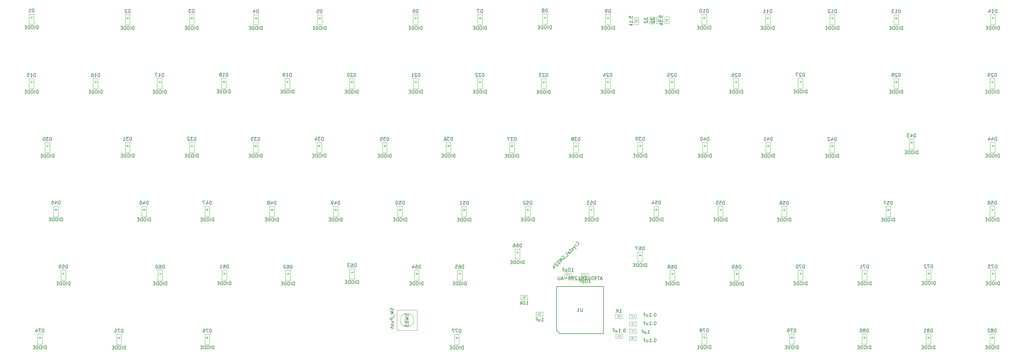
<source format=gbr>
G04 #@! TF.GenerationSoftware,KiCad,Pcbnew,(5.1.9)-1*
G04 #@! TF.CreationDate,2022-05-27T18:47:02+02:00*
G04 #@! TF.ProjectId,sofaboard,736f6661-626f-4617-9264-2e6b69636164,rev?*
G04 #@! TF.SameCoordinates,Original*
G04 #@! TF.FileFunction,Other,Fab,Bot*
%FSLAX46Y46*%
G04 Gerber Fmt 4.6, Leading zero omitted, Abs format (unit mm)*
G04 Created by KiCad (PCBNEW (5.1.9)-1) date 2022-05-27 18:47:02*
%MOMM*%
%LPD*%
G01*
G04 APERTURE LIST*
%ADD10C,0.100000*%
%ADD11C,0.150000*%
%ADD12C,0.080000*%
G04 APERTURE END LIST*
D10*
X201365000Y108420000D02*
X202615000Y108420000D01*
X202615000Y108420000D02*
X202615000Y110420000D01*
X202615000Y110420000D02*
X201365000Y110420000D01*
X201365000Y110420000D02*
X201365000Y108420000D01*
X199355000Y108405000D02*
X200605000Y108405000D01*
X200605000Y108405000D02*
X200605000Y110405000D01*
X200605000Y110405000D02*
X199355000Y110405000D01*
X199355000Y110405000D02*
X199355000Y108405000D01*
X163028500Y26172000D02*
X163028500Y27422000D01*
X163028500Y27422000D02*
X161028500Y27422000D01*
X161028500Y27422000D02*
X161028500Y26172000D01*
X161028500Y26172000D02*
X163028500Y26172000D01*
X194828000Y108243500D02*
X196078000Y108243500D01*
X196078000Y108243500D02*
X196078000Y110243500D01*
X196078000Y110243500D02*
X194828000Y110243500D01*
X194828000Y110243500D02*
X194828000Y108243500D01*
X203845000Y108450500D02*
X205095000Y108450500D01*
X205095000Y108450500D02*
X205095000Y110450500D01*
X205095000Y110450500D02*
X203845000Y110450500D01*
X203845000Y110450500D02*
X203845000Y108450500D01*
X301350000Y14810000D02*
X301600000Y14810000D01*
X301350000Y14610000D02*
X301050000Y14810000D01*
X301350000Y15010000D02*
X301350000Y14610000D01*
X301050000Y14810000D02*
X301350000Y15010000D01*
X301050000Y14810000D02*
X300800000Y14810000D01*
X301050000Y15010000D02*
X301050000Y14610000D01*
X300500000Y15880000D02*
X300500000Y12840000D01*
X301900000Y12840000D02*
X300500000Y12840000D01*
X301900000Y15880000D02*
X300500000Y15880000D01*
X301900000Y15880000D02*
X301900000Y12840000D01*
X282390000Y14820000D02*
X282640000Y14820000D01*
X282390000Y14620000D02*
X282090000Y14820000D01*
X282390000Y15020000D02*
X282390000Y14620000D01*
X282090000Y14820000D02*
X282390000Y15020000D01*
X282090000Y14820000D02*
X281840000Y14820000D01*
X282090000Y15020000D02*
X282090000Y14620000D01*
X281540000Y15890000D02*
X281540000Y12850000D01*
X282940000Y12850000D02*
X281540000Y12850000D01*
X282940000Y15890000D02*
X281540000Y15890000D01*
X282940000Y15890000D02*
X282940000Y12850000D01*
X263340000Y14830000D02*
X263590000Y14830000D01*
X263340000Y14630000D02*
X263040000Y14830000D01*
X263340000Y15030000D02*
X263340000Y14630000D01*
X263040000Y14830000D02*
X263340000Y15030000D01*
X263040000Y14830000D02*
X262790000Y14830000D01*
X263040000Y15030000D02*
X263040000Y14630000D01*
X262490000Y15900000D02*
X262490000Y12860000D01*
X263890000Y12860000D02*
X262490000Y12860000D01*
X263890000Y15900000D02*
X262490000Y15900000D01*
X263890000Y15900000D02*
X263890000Y12860000D01*
X241750000Y14850000D02*
X242000000Y14850000D01*
X241750000Y14650000D02*
X241450000Y14850000D01*
X241750000Y15050000D02*
X241750000Y14650000D01*
X241450000Y14850000D02*
X241750000Y15050000D01*
X241450000Y14850000D02*
X241200000Y14850000D01*
X241450000Y15050000D02*
X241450000Y14650000D01*
X240900000Y15920000D02*
X240900000Y12880000D01*
X242300000Y12880000D02*
X240900000Y12880000D01*
X242300000Y15920000D02*
X240900000Y15920000D01*
X242300000Y15920000D02*
X242300000Y12880000D01*
X215740000Y14870000D02*
X215990000Y14870000D01*
X215740000Y14670000D02*
X215440000Y14870000D01*
X215740000Y15070000D02*
X215740000Y14670000D01*
X215440000Y14870000D02*
X215740000Y15070000D01*
X215440000Y14870000D02*
X215190000Y14870000D01*
X215440000Y15070000D02*
X215440000Y14670000D01*
X214890000Y15940000D02*
X214890000Y12900000D01*
X216290000Y12900000D02*
X214890000Y12900000D01*
X216290000Y15940000D02*
X214890000Y15940000D01*
X216290000Y15940000D02*
X216290000Y12900000D01*
X142120000Y14740000D02*
X142370000Y14740000D01*
X142120000Y14540000D02*
X141820000Y14740000D01*
X142120000Y14940000D02*
X142120000Y14540000D01*
X141820000Y14740000D02*
X142120000Y14940000D01*
X141820000Y14740000D02*
X141570000Y14740000D01*
X141820000Y14940000D02*
X141820000Y14540000D01*
X141270000Y15810000D02*
X141270000Y12770000D01*
X142670000Y12770000D02*
X141270000Y12770000D01*
X142670000Y15810000D02*
X141270000Y15810000D01*
X142670000Y15810000D02*
X142670000Y12770000D01*
X67940000Y14790000D02*
X68190000Y14790000D01*
X67940000Y14590000D02*
X67640000Y14790000D01*
X67940000Y14990000D02*
X67940000Y14590000D01*
X67640000Y14790000D02*
X67940000Y14990000D01*
X67640000Y14790000D02*
X67390000Y14790000D01*
X67640000Y14990000D02*
X67640000Y14590000D01*
X67090000Y15860000D02*
X67090000Y12820000D01*
X68490000Y12820000D02*
X67090000Y12820000D01*
X68490000Y15860000D02*
X67090000Y15860000D01*
X68490000Y15860000D02*
X68490000Y12820000D01*
X41690000Y14740000D02*
X41940000Y14740000D01*
X41690000Y14540000D02*
X41390000Y14740000D01*
X41690000Y14940000D02*
X41690000Y14540000D01*
X41390000Y14740000D02*
X41690000Y14940000D01*
X41390000Y14740000D02*
X41140000Y14740000D01*
X41390000Y14940000D02*
X41390000Y14540000D01*
X40840000Y15810000D02*
X40840000Y12770000D01*
X42240000Y12770000D02*
X40840000Y12770000D01*
X42240000Y15810000D02*
X40840000Y15810000D01*
X42240000Y15810000D02*
X42240000Y12770000D01*
X18140000Y14810000D02*
X18390000Y14810000D01*
X18140000Y14610000D02*
X17840000Y14810000D01*
X18140000Y15010000D02*
X18140000Y14610000D01*
X17840000Y14810000D02*
X18140000Y15010000D01*
X17840000Y14810000D02*
X17590000Y14810000D01*
X17840000Y15010000D02*
X17840000Y14610000D01*
X17290000Y15880000D02*
X17290000Y12840000D01*
X18690000Y12840000D02*
X17290000Y12840000D01*
X18690000Y15880000D02*
X17290000Y15880000D01*
X18690000Y15880000D02*
X18690000Y12840000D01*
X301560000Y33910000D02*
X301810000Y33910000D01*
X301560000Y33710000D02*
X301260000Y33910000D01*
X301560000Y34110000D02*
X301560000Y33710000D01*
X301260000Y33910000D02*
X301560000Y34110000D01*
X301260000Y33910000D02*
X301010000Y33910000D01*
X301260000Y34110000D02*
X301260000Y33710000D01*
X300710000Y34980000D02*
X300710000Y31940000D01*
X302110000Y31940000D02*
X300710000Y31940000D01*
X302110000Y34980000D02*
X300710000Y34980000D01*
X302110000Y34980000D02*
X302110000Y31940000D01*
X282480000Y33960000D02*
X282730000Y33960000D01*
X282480000Y33760000D02*
X282180000Y33960000D01*
X282480000Y34160000D02*
X282480000Y33760000D01*
X282180000Y33960000D02*
X282480000Y34160000D01*
X282180000Y33960000D02*
X281930000Y33960000D01*
X282180000Y34160000D02*
X282180000Y33760000D01*
X281630000Y35030000D02*
X281630000Y31990000D01*
X283030000Y31990000D02*
X281630000Y31990000D01*
X283030000Y35030000D02*
X281630000Y35030000D01*
X283030000Y35030000D02*
X283030000Y31990000D01*
X263400000Y33880000D02*
X263650000Y33880000D01*
X263400000Y33680000D02*
X263100000Y33880000D01*
X263400000Y34080000D02*
X263400000Y33680000D01*
X263100000Y33880000D02*
X263400000Y34080000D01*
X263100000Y33880000D02*
X262850000Y33880000D01*
X263100000Y34080000D02*
X263100000Y33680000D01*
X262550000Y34950000D02*
X262550000Y31910000D01*
X263950000Y31910000D02*
X262550000Y31910000D01*
X263950000Y34950000D02*
X262550000Y34950000D01*
X263950000Y34950000D02*
X263950000Y31910000D01*
X244340000Y33880000D02*
X244590000Y33880000D01*
X244340000Y33680000D02*
X244040000Y33880000D01*
X244340000Y34080000D02*
X244340000Y33680000D01*
X244040000Y33880000D02*
X244340000Y34080000D01*
X244040000Y33880000D02*
X243790000Y33880000D01*
X244040000Y34080000D02*
X244040000Y33680000D01*
X243490000Y34950000D02*
X243490000Y31910000D01*
X244890000Y31910000D02*
X243490000Y31910000D01*
X244890000Y34950000D02*
X243490000Y34950000D01*
X244890000Y34950000D02*
X244890000Y31910000D01*
X225350000Y33820000D02*
X225600000Y33820000D01*
X225350000Y33620000D02*
X225050000Y33820000D01*
X225350000Y34020000D02*
X225350000Y33620000D01*
X225050000Y33820000D02*
X225350000Y34020000D01*
X225050000Y33820000D02*
X224800000Y33820000D01*
X225050000Y34020000D02*
X225050000Y33620000D01*
X224500000Y34890000D02*
X224500000Y31850000D01*
X225900000Y31850000D02*
X224500000Y31850000D01*
X225900000Y34890000D02*
X224500000Y34890000D01*
X225900000Y34890000D02*
X225900000Y31850000D01*
X206220000Y33840000D02*
X206470000Y33840000D01*
X206220000Y33640000D02*
X205920000Y33840000D01*
X206220000Y34040000D02*
X206220000Y33640000D01*
X205920000Y33840000D02*
X206220000Y34040000D01*
X205920000Y33840000D02*
X205670000Y33840000D01*
X205920000Y34040000D02*
X205920000Y33640000D01*
X205370000Y34910000D02*
X205370000Y31870000D01*
X206770000Y31870000D02*
X205370000Y31870000D01*
X206770000Y34910000D02*
X205370000Y34910000D01*
X206770000Y34910000D02*
X206770000Y31870000D01*
X196650000Y39350000D02*
X196900000Y39350000D01*
X196650000Y39150000D02*
X196350000Y39350000D01*
X196650000Y39550000D02*
X196650000Y39150000D01*
X196350000Y39350000D02*
X196650000Y39550000D01*
X196350000Y39350000D02*
X196100000Y39350000D01*
X196350000Y39550000D02*
X196350000Y39150000D01*
X195800000Y40420000D02*
X195800000Y37380000D01*
X197200000Y37380000D02*
X195800000Y37380000D01*
X197200000Y40420000D02*
X195800000Y40420000D01*
X197200000Y40420000D02*
X197200000Y37380000D01*
X160170000Y40200000D02*
X160420000Y40200000D01*
X160170000Y40000000D02*
X159870000Y40200000D01*
X160170000Y40400000D02*
X160170000Y40000000D01*
X159870000Y40200000D02*
X160170000Y40400000D01*
X159870000Y40200000D02*
X159620000Y40200000D01*
X159870000Y40400000D02*
X159870000Y40000000D01*
X159320000Y41270000D02*
X159320000Y38230000D01*
X160720000Y38230000D02*
X159320000Y38230000D01*
X160720000Y41270000D02*
X159320000Y41270000D01*
X160720000Y41270000D02*
X160720000Y38230000D01*
X143000000Y33860000D02*
X143250000Y33860000D01*
X143000000Y33660000D02*
X142700000Y33860000D01*
X143000000Y34060000D02*
X143000000Y33660000D01*
X142700000Y33860000D02*
X143000000Y34060000D01*
X142700000Y33860000D02*
X142450000Y33860000D01*
X142700000Y34060000D02*
X142700000Y33660000D01*
X142150000Y34930000D02*
X142150000Y31890000D01*
X143550000Y31890000D02*
X142150000Y31890000D01*
X143550000Y34930000D02*
X142150000Y34930000D01*
X143550000Y34930000D02*
X143550000Y31890000D01*
X130170000Y33870000D02*
X130420000Y33870000D01*
X130170000Y33670000D02*
X129870000Y33870000D01*
X130170000Y34070000D02*
X130170000Y33670000D01*
X129870000Y33870000D02*
X130170000Y34070000D01*
X129870000Y33870000D02*
X129620000Y33870000D01*
X129870000Y34070000D02*
X129870000Y33670000D01*
X129320000Y34940000D02*
X129320000Y31900000D01*
X130720000Y31900000D02*
X129320000Y31900000D01*
X130720000Y34940000D02*
X129320000Y34940000D01*
X130720000Y34940000D02*
X130720000Y31900000D01*
X110970000Y34280000D02*
X111220000Y34280000D01*
X110970000Y34080000D02*
X110670000Y34280000D01*
X110970000Y34480000D02*
X110970000Y34080000D01*
X110670000Y34280000D02*
X110970000Y34480000D01*
X110670000Y34280000D02*
X110420000Y34280000D01*
X110670000Y34480000D02*
X110670000Y34080000D01*
X110120000Y35350000D02*
X110120000Y32310000D01*
X111520000Y32310000D02*
X110120000Y32310000D01*
X111520000Y35350000D02*
X110120000Y35350000D01*
X111520000Y35350000D02*
X111520000Y32310000D01*
X91940000Y33850000D02*
X92190000Y33850000D01*
X91940000Y33650000D02*
X91640000Y33850000D01*
X91940000Y34050000D02*
X91940000Y33650000D01*
X91640000Y33850000D02*
X91940000Y34050000D01*
X91640000Y33850000D02*
X91390000Y33850000D01*
X91640000Y34050000D02*
X91640000Y33650000D01*
X91090000Y34920000D02*
X91090000Y31880000D01*
X92490000Y31880000D02*
X91090000Y31880000D01*
X92490000Y34920000D02*
X91090000Y34920000D01*
X92490000Y34920000D02*
X92490000Y31880000D01*
X72970000Y33930000D02*
X73220000Y33930000D01*
X72970000Y33730000D02*
X72670000Y33930000D01*
X72970000Y34130000D02*
X72970000Y33730000D01*
X72670000Y33930000D02*
X72970000Y34130000D01*
X72670000Y33930000D02*
X72420000Y33930000D01*
X72670000Y34130000D02*
X72670000Y33730000D01*
X72120000Y35000000D02*
X72120000Y31960000D01*
X73520000Y31960000D02*
X72120000Y31960000D01*
X73520000Y35000000D02*
X72120000Y35000000D01*
X73520000Y35000000D02*
X73520000Y31960000D01*
X53910000Y33860000D02*
X54160000Y33860000D01*
X53910000Y33660000D02*
X53610000Y33860000D01*
X53910000Y34060000D02*
X53910000Y33660000D01*
X53610000Y33860000D02*
X53910000Y34060000D01*
X53610000Y33860000D02*
X53360000Y33860000D01*
X53610000Y34060000D02*
X53610000Y33660000D01*
X53060000Y34930000D02*
X53060000Y31890000D01*
X54460000Y31890000D02*
X53060000Y31890000D01*
X54460000Y34930000D02*
X53060000Y34930000D01*
X54460000Y34930000D02*
X54460000Y31890000D01*
X25130000Y33880000D02*
X25380000Y33880000D01*
X25130000Y33680000D02*
X24830000Y33880000D01*
X25130000Y34080000D02*
X25130000Y33680000D01*
X24830000Y33880000D02*
X25130000Y34080000D01*
X24830000Y33880000D02*
X24580000Y33880000D01*
X24830000Y34080000D02*
X24830000Y33680000D01*
X24280000Y34950000D02*
X24280000Y31910000D01*
X25680000Y31910000D02*
X24280000Y31910000D01*
X25680000Y34950000D02*
X24280000Y34950000D01*
X25680000Y34950000D02*
X25680000Y31910000D01*
X301410000Y52920000D02*
X301660000Y52920000D01*
X301410000Y52720000D02*
X301110000Y52920000D01*
X301410000Y53120000D02*
X301410000Y52720000D01*
X301110000Y52920000D02*
X301410000Y53120000D01*
X301110000Y52920000D02*
X300860000Y52920000D01*
X301110000Y53120000D02*
X301110000Y52720000D01*
X300560000Y53990000D02*
X300560000Y50950000D01*
X301960000Y50950000D02*
X300560000Y50950000D01*
X301960000Y53990000D02*
X300560000Y53990000D01*
X301960000Y53990000D02*
X301960000Y50950000D01*
X270460000Y52890000D02*
X270710000Y52890000D01*
X270460000Y52690000D02*
X270160000Y52890000D01*
X270460000Y53090000D02*
X270460000Y52690000D01*
X270160000Y52890000D02*
X270460000Y53090000D01*
X270160000Y52890000D02*
X269910000Y52890000D01*
X270160000Y53090000D02*
X270160000Y52690000D01*
X269610000Y53960000D02*
X269610000Y50920000D01*
X271010000Y50920000D02*
X269610000Y50920000D01*
X271010000Y53960000D02*
X269610000Y53960000D01*
X271010000Y53960000D02*
X271010000Y50920000D01*
X239500000Y52890000D02*
X239750000Y52890000D01*
X239500000Y52690000D02*
X239200000Y52890000D01*
X239500000Y53090000D02*
X239500000Y52690000D01*
X239200000Y52890000D02*
X239500000Y53090000D01*
X239200000Y52890000D02*
X238950000Y52890000D01*
X239200000Y53090000D02*
X239200000Y52690000D01*
X238650000Y53960000D02*
X238650000Y50920000D01*
X240050000Y50920000D02*
X238650000Y50920000D01*
X240050000Y53960000D02*
X238650000Y53960000D01*
X240050000Y53960000D02*
X240050000Y50920000D01*
X220550000Y52910000D02*
X220800000Y52910000D01*
X220550000Y52710000D02*
X220250000Y52910000D01*
X220550000Y53110000D02*
X220550000Y52710000D01*
X220250000Y52910000D02*
X220550000Y53110000D01*
X220250000Y52910000D02*
X220000000Y52910000D01*
X220250000Y53110000D02*
X220250000Y52710000D01*
X219700000Y53980000D02*
X219700000Y50940000D01*
X221100000Y50940000D02*
X219700000Y50940000D01*
X221100000Y53980000D02*
X219700000Y53980000D01*
X221100000Y53980000D02*
X221100000Y50940000D01*
X201470000Y52970000D02*
X201720000Y52970000D01*
X201470000Y52770000D02*
X201170000Y52970000D01*
X201470000Y53170000D02*
X201470000Y52770000D01*
X201170000Y52970000D02*
X201470000Y53170000D01*
X201170000Y52970000D02*
X200920000Y52970000D01*
X201170000Y53170000D02*
X201170000Y52770000D01*
X200620000Y54040000D02*
X200620000Y51000000D01*
X202020000Y51000000D02*
X200620000Y51000000D01*
X202020000Y54040000D02*
X200620000Y54040000D01*
X202020000Y54040000D02*
X202020000Y51000000D01*
X182210000Y52910000D02*
X182460000Y52910000D01*
X182210000Y52710000D02*
X181910000Y52910000D01*
X182210000Y53110000D02*
X182210000Y52710000D01*
X181910000Y52910000D02*
X182210000Y53110000D01*
X181910000Y52910000D02*
X181660000Y52910000D01*
X181910000Y53110000D02*
X181910000Y52710000D01*
X181360000Y53980000D02*
X181360000Y50940000D01*
X182760000Y50940000D02*
X181360000Y50940000D01*
X182760000Y53980000D02*
X181360000Y53980000D01*
X182760000Y53980000D02*
X182760000Y50940000D01*
X163220000Y52930000D02*
X163470000Y52930000D01*
X163220000Y52730000D02*
X162920000Y52930000D01*
X163220000Y53130000D02*
X163220000Y52730000D01*
X162920000Y52930000D02*
X163220000Y53130000D01*
X162920000Y52930000D02*
X162670000Y52930000D01*
X162920000Y53130000D02*
X162920000Y52730000D01*
X162370000Y54000000D02*
X162370000Y50960000D01*
X163770000Y50960000D02*
X162370000Y50960000D01*
X163770000Y54000000D02*
X162370000Y54000000D01*
X163770000Y54000000D02*
X163770000Y50960000D01*
X144320000Y52900000D02*
X144570000Y52900000D01*
X144320000Y52700000D02*
X144020000Y52900000D01*
X144320000Y53100000D02*
X144320000Y52700000D01*
X144020000Y52900000D02*
X144320000Y53100000D01*
X144020000Y52900000D02*
X143770000Y52900000D01*
X144020000Y53100000D02*
X144020000Y52700000D01*
X143470000Y53970000D02*
X143470000Y50930000D01*
X144870000Y50930000D02*
X143470000Y50930000D01*
X144870000Y53970000D02*
X143470000Y53970000D01*
X144870000Y53970000D02*
X144870000Y50930000D01*
X125270000Y52950000D02*
X125520000Y52950000D01*
X125270000Y52750000D02*
X124970000Y52950000D01*
X125270000Y53150000D02*
X125270000Y52750000D01*
X124970000Y52950000D02*
X125270000Y53150000D01*
X124970000Y52950000D02*
X124720000Y52950000D01*
X124970000Y53150000D02*
X124970000Y52750000D01*
X124420000Y54020000D02*
X124420000Y50980000D01*
X125820000Y50980000D02*
X124420000Y50980000D01*
X125820000Y54020000D02*
X124420000Y54020000D01*
X125820000Y54020000D02*
X125820000Y50980000D01*
X106130000Y52920000D02*
X106380000Y52920000D01*
X106130000Y52720000D02*
X105830000Y52920000D01*
X106130000Y53120000D02*
X106130000Y52720000D01*
X105830000Y52920000D02*
X106130000Y53120000D01*
X105830000Y52920000D02*
X105580000Y52920000D01*
X105830000Y53120000D02*
X105830000Y52720000D01*
X105280000Y53990000D02*
X105280000Y50950000D01*
X106680000Y50950000D02*
X105280000Y50950000D01*
X106680000Y53990000D02*
X105280000Y53990000D01*
X106680000Y53990000D02*
X106680000Y50950000D01*
X87140000Y52930000D02*
X87390000Y52930000D01*
X87140000Y52730000D02*
X86840000Y52930000D01*
X87140000Y53130000D02*
X87140000Y52730000D01*
X86840000Y52930000D02*
X87140000Y53130000D01*
X86840000Y52930000D02*
X86590000Y52930000D01*
X86840000Y53130000D02*
X86840000Y52730000D01*
X86290000Y54000000D02*
X86290000Y50960000D01*
X87690000Y50960000D02*
X86290000Y50960000D01*
X87690000Y54000000D02*
X86290000Y54000000D01*
X87690000Y54000000D02*
X87690000Y50960000D01*
X67930000Y52960000D02*
X68180000Y52960000D01*
X67930000Y52760000D02*
X67630000Y52960000D01*
X67930000Y53160000D02*
X67930000Y52760000D01*
X67630000Y52960000D02*
X67930000Y53160000D01*
X67630000Y52960000D02*
X67380000Y52960000D01*
X67630000Y53160000D02*
X67630000Y52760000D01*
X67080000Y54030000D02*
X67080000Y50990000D01*
X68480000Y50990000D02*
X67080000Y50990000D01*
X68480000Y54030000D02*
X67080000Y54030000D01*
X68480000Y54030000D02*
X68480000Y50990000D01*
X49140000Y52960000D02*
X49390000Y52960000D01*
X49140000Y52760000D02*
X48840000Y52960000D01*
X49140000Y53160000D02*
X49140000Y52760000D01*
X48840000Y52960000D02*
X49140000Y53160000D01*
X48840000Y52960000D02*
X48590000Y52960000D01*
X48840000Y53160000D02*
X48840000Y52760000D01*
X48290000Y54030000D02*
X48290000Y50990000D01*
X49690000Y50990000D02*
X48290000Y50990000D01*
X49690000Y54030000D02*
X48290000Y54030000D01*
X49690000Y54030000D02*
X49690000Y50990000D01*
X22910000Y52980000D02*
X23160000Y52980000D01*
X22910000Y52780000D02*
X22610000Y52980000D01*
X22910000Y53180000D02*
X22910000Y52780000D01*
X22610000Y52980000D02*
X22910000Y53180000D01*
X22610000Y52980000D02*
X22360000Y52980000D01*
X22610000Y53180000D02*
X22610000Y52780000D01*
X22060000Y54050000D02*
X22060000Y51010000D01*
X23460000Y51010000D02*
X22060000Y51010000D01*
X23460000Y54050000D02*
X22060000Y54050000D01*
X23460000Y54050000D02*
X23460000Y51010000D01*
X301470000Y71990000D02*
X301720000Y71990000D01*
X301470000Y71790000D02*
X301170000Y71990000D01*
X301470000Y72190000D02*
X301470000Y71790000D01*
X301170000Y71990000D02*
X301470000Y72190000D01*
X301170000Y71990000D02*
X300920000Y71990000D01*
X301170000Y72190000D02*
X301170000Y71790000D01*
X300620000Y73060000D02*
X300620000Y70020000D01*
X302020000Y70020000D02*
X300620000Y70020000D01*
X302020000Y73060000D02*
X300620000Y73060000D01*
X302020000Y73060000D02*
X302020000Y70020000D01*
X277410000Y72980000D02*
X277660000Y72980000D01*
X277410000Y72780000D02*
X277110000Y72980000D01*
X277410000Y73180000D02*
X277410000Y72780000D01*
X277110000Y72980000D02*
X277410000Y73180000D01*
X277110000Y72980000D02*
X276860000Y72980000D01*
X277110000Y73180000D02*
X277110000Y72780000D01*
X276560000Y74050000D02*
X276560000Y71010000D01*
X277960000Y71010000D02*
X276560000Y71010000D01*
X277960000Y74050000D02*
X276560000Y74050000D01*
X277960000Y74050000D02*
X277960000Y71010000D01*
X253780000Y71930000D02*
X254030000Y71930000D01*
X253780000Y71730000D02*
X253480000Y71930000D01*
X253780000Y72130000D02*
X253780000Y71730000D01*
X253480000Y71930000D02*
X253780000Y72130000D01*
X253480000Y71930000D02*
X253230000Y71930000D01*
X253480000Y72130000D02*
X253480000Y71730000D01*
X252930000Y73000000D02*
X252930000Y69960000D01*
X254330000Y69960000D02*
X252930000Y69960000D01*
X254330000Y73000000D02*
X252930000Y73000000D01*
X254330000Y73000000D02*
X254330000Y69960000D01*
X234740000Y71970000D02*
X234990000Y71970000D01*
X234740000Y71770000D02*
X234440000Y71970000D01*
X234740000Y72170000D02*
X234740000Y71770000D01*
X234440000Y71970000D02*
X234740000Y72170000D01*
X234440000Y71970000D02*
X234190000Y71970000D01*
X234440000Y72170000D02*
X234440000Y71770000D01*
X233890000Y73040000D02*
X233890000Y70000000D01*
X235290000Y70000000D02*
X233890000Y70000000D01*
X235290000Y73040000D02*
X233890000Y73040000D01*
X235290000Y73040000D02*
X235290000Y70000000D01*
X215890000Y71960000D02*
X216140000Y71960000D01*
X215890000Y71760000D02*
X215590000Y71960000D01*
X215890000Y72160000D02*
X215890000Y71760000D01*
X215590000Y71960000D02*
X215890000Y72160000D01*
X215590000Y71960000D02*
X215340000Y71960000D01*
X215590000Y72160000D02*
X215590000Y71760000D01*
X215040000Y73030000D02*
X215040000Y69990000D01*
X216440000Y69990000D02*
X215040000Y69990000D01*
X216440000Y73030000D02*
X215040000Y73030000D01*
X216440000Y73030000D02*
X216440000Y69990000D01*
X196690000Y72010000D02*
X196940000Y72010000D01*
X196690000Y71810000D02*
X196390000Y72010000D01*
X196690000Y72210000D02*
X196690000Y71810000D01*
X196390000Y72010000D02*
X196690000Y72210000D01*
X196390000Y72010000D02*
X196140000Y72010000D01*
X196390000Y72210000D02*
X196390000Y71810000D01*
X195840000Y73080000D02*
X195840000Y70040000D01*
X197240000Y70040000D02*
X195840000Y70040000D01*
X197240000Y73080000D02*
X195840000Y73080000D01*
X197240000Y73080000D02*
X197240000Y70040000D01*
X177550000Y71910000D02*
X177800000Y71910000D01*
X177550000Y71710000D02*
X177250000Y71910000D01*
X177550000Y72110000D02*
X177550000Y71710000D01*
X177250000Y71910000D02*
X177550000Y72110000D01*
X177250000Y71910000D02*
X177000000Y71910000D01*
X177250000Y72110000D02*
X177250000Y71710000D01*
X176700000Y72980000D02*
X176700000Y69940000D01*
X178100000Y69940000D02*
X176700000Y69940000D01*
X178100000Y72980000D02*
X176700000Y72980000D01*
X178100000Y72980000D02*
X178100000Y69940000D01*
X158550000Y71950000D02*
X158800000Y71950000D01*
X158550000Y71750000D02*
X158250000Y71950000D01*
X158550000Y72150000D02*
X158550000Y71750000D01*
X158250000Y71950000D02*
X158550000Y72150000D01*
X158250000Y71950000D02*
X158000000Y71950000D01*
X158250000Y72150000D02*
X158250000Y71750000D01*
X157700000Y73020000D02*
X157700000Y69980000D01*
X159100000Y69980000D02*
X157700000Y69980000D01*
X159100000Y73020000D02*
X157700000Y73020000D01*
X159100000Y73020000D02*
X159100000Y69980000D01*
X139660000Y71970000D02*
X139910000Y71970000D01*
X139660000Y71770000D02*
X139360000Y71970000D01*
X139660000Y72170000D02*
X139660000Y71770000D01*
X139360000Y71970000D02*
X139660000Y72170000D01*
X139360000Y71970000D02*
X139110000Y71970000D01*
X139360000Y72170000D02*
X139360000Y71770000D01*
X138810000Y73040000D02*
X138810000Y70000000D01*
X140210000Y70000000D02*
X138810000Y70000000D01*
X140210000Y73040000D02*
X138810000Y73040000D01*
X140210000Y73040000D02*
X140210000Y70000000D01*
X120690000Y71940000D02*
X120940000Y71940000D01*
X120690000Y71740000D02*
X120390000Y71940000D01*
X120690000Y72140000D02*
X120690000Y71740000D01*
X120390000Y71940000D02*
X120690000Y72140000D01*
X120390000Y71940000D02*
X120140000Y71940000D01*
X120390000Y72140000D02*
X120390000Y71740000D01*
X119840000Y73010000D02*
X119840000Y69970000D01*
X121240000Y69970000D02*
X119840000Y69970000D01*
X121240000Y73010000D02*
X119840000Y73010000D01*
X121240000Y73010000D02*
X121240000Y69970000D01*
X101230000Y72010000D02*
X101480000Y72010000D01*
X101230000Y71810000D02*
X100930000Y72010000D01*
X101230000Y72210000D02*
X101230000Y71810000D01*
X100930000Y72010000D02*
X101230000Y72210000D01*
X100930000Y72010000D02*
X100680000Y72010000D01*
X100930000Y72210000D02*
X100930000Y71810000D01*
X100380000Y73080000D02*
X100380000Y70040000D01*
X101780000Y70040000D02*
X100380000Y70040000D01*
X101780000Y73080000D02*
X100380000Y73080000D01*
X101780000Y73080000D02*
X101780000Y70040000D01*
X82340000Y71940000D02*
X82590000Y71940000D01*
X82340000Y71740000D02*
X82040000Y71940000D01*
X82340000Y72140000D02*
X82340000Y71740000D01*
X82040000Y71940000D02*
X82340000Y72140000D01*
X82040000Y71940000D02*
X81790000Y71940000D01*
X82040000Y72140000D02*
X82040000Y71740000D01*
X81490000Y73010000D02*
X81490000Y69970000D01*
X82890000Y69970000D02*
X81490000Y69970000D01*
X82890000Y73010000D02*
X81490000Y73010000D01*
X82890000Y73010000D02*
X82890000Y69970000D01*
X63330000Y71960000D02*
X63580000Y71960000D01*
X63330000Y71760000D02*
X63030000Y71960000D01*
X63330000Y72160000D02*
X63330000Y71760000D01*
X63030000Y71960000D02*
X63330000Y72160000D01*
X63030000Y71960000D02*
X62780000Y71960000D01*
X63030000Y72160000D02*
X63030000Y71760000D01*
X62480000Y73030000D02*
X62480000Y69990000D01*
X63880000Y69990000D02*
X62480000Y69990000D01*
X63880000Y73030000D02*
X62480000Y73030000D01*
X63880000Y73030000D02*
X63880000Y69990000D01*
X44220000Y72000000D02*
X44470000Y72000000D01*
X44220000Y71800000D02*
X43920000Y72000000D01*
X44220000Y72200000D02*
X44220000Y71800000D01*
X43920000Y72000000D02*
X44220000Y72200000D01*
X43920000Y72000000D02*
X43670000Y72000000D01*
X43920000Y72200000D02*
X43920000Y71800000D01*
X43370000Y73070000D02*
X43370000Y70030000D01*
X44770000Y70030000D02*
X43370000Y70030000D01*
X44770000Y73070000D02*
X43370000Y73070000D01*
X44770000Y73070000D02*
X44770000Y70030000D01*
X20410000Y71940000D02*
X20660000Y71940000D01*
X20410000Y71740000D02*
X20110000Y71940000D01*
X20410000Y72140000D02*
X20410000Y71740000D01*
X20110000Y71940000D02*
X20410000Y72140000D01*
X20110000Y71940000D02*
X19860000Y71940000D01*
X20110000Y72140000D02*
X20110000Y71740000D01*
X19560000Y73010000D02*
X19560000Y69970000D01*
X20960000Y69970000D02*
X19560000Y69970000D01*
X20960000Y73010000D02*
X19560000Y73010000D01*
X20960000Y73010000D02*
X20960000Y69970000D01*
X301410000Y91030000D02*
X301660000Y91030000D01*
X301410000Y90830000D02*
X301110000Y91030000D01*
X301410000Y91230000D02*
X301410000Y90830000D01*
X301110000Y91030000D02*
X301410000Y91230000D01*
X301110000Y91030000D02*
X300860000Y91030000D01*
X301110000Y91230000D02*
X301110000Y90830000D01*
X300560000Y92100000D02*
X300560000Y89060000D01*
X301960000Y89060000D02*
X300560000Y89060000D01*
X301960000Y92100000D02*
X300560000Y92100000D01*
X301960000Y92100000D02*
X301960000Y89060000D01*
X272840000Y91040000D02*
X273090000Y91040000D01*
X272840000Y90840000D02*
X272540000Y91040000D01*
X272840000Y91240000D02*
X272840000Y90840000D01*
X272540000Y91040000D02*
X272840000Y91240000D01*
X272540000Y91040000D02*
X272290000Y91040000D01*
X272540000Y91240000D02*
X272540000Y90840000D01*
X271990000Y92110000D02*
X271990000Y89070000D01*
X273390000Y89070000D02*
X271990000Y89070000D01*
X273390000Y92110000D02*
X271990000Y92110000D01*
X273390000Y92110000D02*
X273390000Y89070000D01*
X244340000Y91090000D02*
X244590000Y91090000D01*
X244340000Y90890000D02*
X244040000Y91090000D01*
X244340000Y91290000D02*
X244340000Y90890000D01*
X244040000Y91090000D02*
X244340000Y91290000D01*
X244040000Y91090000D02*
X243790000Y91090000D01*
X244040000Y91290000D02*
X244040000Y90890000D01*
X243490000Y92160000D02*
X243490000Y89120000D01*
X244890000Y89120000D02*
X243490000Y89120000D01*
X244890000Y92160000D02*
X243490000Y92160000D01*
X244890000Y92160000D02*
X244890000Y89120000D01*
X225220000Y91030000D02*
X225470000Y91030000D01*
X225220000Y90830000D02*
X224920000Y91030000D01*
X225220000Y91230000D02*
X225220000Y90830000D01*
X224920000Y91030000D02*
X225220000Y91230000D01*
X224920000Y91030000D02*
X224670000Y91030000D01*
X224920000Y91230000D02*
X224920000Y90830000D01*
X224370000Y92100000D02*
X224370000Y89060000D01*
X225770000Y89060000D02*
X224370000Y89060000D01*
X225770000Y92100000D02*
X224370000Y92100000D01*
X225770000Y92100000D02*
X225770000Y89060000D01*
X206130000Y91020000D02*
X206380000Y91020000D01*
X206130000Y90820000D02*
X205830000Y91020000D01*
X206130000Y91220000D02*
X206130000Y90820000D01*
X205830000Y91020000D02*
X206130000Y91220000D01*
X205830000Y91020000D02*
X205580000Y91020000D01*
X205830000Y91220000D02*
X205830000Y90820000D01*
X205280000Y92090000D02*
X205280000Y89050000D01*
X206680000Y89050000D02*
X205280000Y89050000D01*
X206680000Y92090000D02*
X205280000Y92090000D01*
X206680000Y92090000D02*
X206680000Y89050000D01*
X187010000Y91060000D02*
X187260000Y91060000D01*
X187010000Y90860000D02*
X186710000Y91060000D01*
X187010000Y91260000D02*
X187010000Y90860000D01*
X186710000Y91060000D02*
X187010000Y91260000D01*
X186710000Y91060000D02*
X186460000Y91060000D01*
X186710000Y91260000D02*
X186710000Y90860000D01*
X186160000Y92130000D02*
X186160000Y89090000D01*
X187560000Y89090000D02*
X186160000Y89090000D01*
X187560000Y92130000D02*
X186160000Y92130000D01*
X187560000Y92130000D02*
X187560000Y89090000D01*
X167970000Y91000000D02*
X168220000Y91000000D01*
X167970000Y90800000D02*
X167670000Y91000000D01*
X167970000Y91200000D02*
X167970000Y90800000D01*
X167670000Y91000000D02*
X167970000Y91200000D01*
X167670000Y91000000D02*
X167420000Y91000000D01*
X167670000Y91200000D02*
X167670000Y90800000D01*
X167120000Y92070000D02*
X167120000Y89030000D01*
X168520000Y89030000D02*
X167120000Y89030000D01*
X168520000Y92070000D02*
X167120000Y92070000D01*
X168520000Y92070000D02*
X168520000Y89030000D01*
X149020000Y91050000D02*
X149270000Y91050000D01*
X149020000Y90850000D02*
X148720000Y91050000D01*
X149020000Y91250000D02*
X149020000Y90850000D01*
X148720000Y91050000D02*
X149020000Y91250000D01*
X148720000Y91050000D02*
X148470000Y91050000D01*
X148720000Y91250000D02*
X148720000Y90850000D01*
X148170000Y92120000D02*
X148170000Y89080000D01*
X149570000Y89080000D02*
X148170000Y89080000D01*
X149570000Y92120000D02*
X148170000Y92120000D01*
X149570000Y92120000D02*
X149570000Y89080000D01*
X129940000Y91040000D02*
X130190000Y91040000D01*
X129940000Y90840000D02*
X129640000Y91040000D01*
X129940000Y91240000D02*
X129940000Y90840000D01*
X129640000Y91040000D02*
X129940000Y91240000D01*
X129640000Y91040000D02*
X129390000Y91040000D01*
X129640000Y91240000D02*
X129640000Y90840000D01*
X129090000Y92110000D02*
X129090000Y89070000D01*
X130490000Y89070000D02*
X129090000Y89070000D01*
X130490000Y92110000D02*
X129090000Y92110000D01*
X130490000Y92110000D02*
X130490000Y89070000D01*
X110860000Y91050000D02*
X111110000Y91050000D01*
X110860000Y90850000D02*
X110560000Y91050000D01*
X110860000Y91250000D02*
X110860000Y90850000D01*
X110560000Y91050000D02*
X110860000Y91250000D01*
X110560000Y91050000D02*
X110310000Y91050000D01*
X110560000Y91250000D02*
X110560000Y90850000D01*
X110010000Y92120000D02*
X110010000Y89080000D01*
X111410000Y89080000D02*
X110010000Y89080000D01*
X111410000Y92120000D02*
X110010000Y92120000D01*
X111410000Y92120000D02*
X111410000Y89080000D01*
X91750000Y91080000D02*
X92000000Y91080000D01*
X91750000Y90880000D02*
X91450000Y91080000D01*
X91750000Y91280000D02*
X91750000Y90880000D01*
X91450000Y91080000D02*
X91750000Y91280000D01*
X91450000Y91080000D02*
X91200000Y91080000D01*
X91450000Y91280000D02*
X91450000Y90880000D01*
X90900000Y92150000D02*
X90900000Y89110000D01*
X92300000Y89110000D02*
X90900000Y89110000D01*
X92300000Y92150000D02*
X90900000Y92150000D01*
X92300000Y92150000D02*
X92300000Y89110000D01*
X72840000Y91100000D02*
X73090000Y91100000D01*
X72840000Y90900000D02*
X72540000Y91100000D01*
X72840000Y91300000D02*
X72840000Y90900000D01*
X72540000Y91100000D02*
X72840000Y91300000D01*
X72540000Y91100000D02*
X72290000Y91100000D01*
X72540000Y91300000D02*
X72540000Y90900000D01*
X71990000Y92170000D02*
X71990000Y89130000D01*
X73390000Y89130000D02*
X71990000Y89130000D01*
X73390000Y92170000D02*
X71990000Y92170000D01*
X73390000Y92170000D02*
X73390000Y89130000D01*
X53760000Y91010000D02*
X54010000Y91010000D01*
X53760000Y90810000D02*
X53460000Y91010000D01*
X53760000Y91210000D02*
X53760000Y90810000D01*
X53460000Y91010000D02*
X53760000Y91210000D01*
X53460000Y91010000D02*
X53210000Y91010000D01*
X53460000Y91210000D02*
X53460000Y90810000D01*
X52910000Y92080000D02*
X52910000Y89040000D01*
X54310000Y89040000D02*
X52910000Y89040000D01*
X54310000Y92080000D02*
X52910000Y92080000D01*
X54310000Y92080000D02*
X54310000Y89040000D01*
X34720000Y91040000D02*
X34970000Y91040000D01*
X34720000Y90840000D02*
X34420000Y91040000D01*
X34720000Y91240000D02*
X34720000Y90840000D01*
X34420000Y91040000D02*
X34720000Y91240000D01*
X34420000Y91040000D02*
X34170000Y91040000D01*
X34420000Y91240000D02*
X34420000Y90840000D01*
X33870000Y92110000D02*
X33870000Y89070000D01*
X35270000Y89070000D02*
X33870000Y89070000D01*
X35270000Y92110000D02*
X33870000Y92110000D01*
X35270000Y92110000D02*
X35270000Y89070000D01*
X15650000Y91050000D02*
X15900000Y91050000D01*
X15650000Y90850000D02*
X15350000Y91050000D01*
X15650000Y91250000D02*
X15650000Y90850000D01*
X15350000Y91050000D02*
X15650000Y91250000D01*
X15350000Y91050000D02*
X15100000Y91050000D01*
X15350000Y91250000D02*
X15350000Y90850000D01*
X14800000Y92120000D02*
X14800000Y89080000D01*
X16200000Y89080000D02*
X14800000Y89080000D01*
X16200000Y92120000D02*
X14800000Y92120000D01*
X16200000Y92120000D02*
X16200000Y89080000D01*
X301590000Y110110000D02*
X301840000Y110110000D01*
X301590000Y109910000D02*
X301290000Y110110000D01*
X301590000Y110310000D02*
X301590000Y109910000D01*
X301290000Y110110000D02*
X301590000Y110310000D01*
X301290000Y110110000D02*
X301040000Y110110000D01*
X301290000Y110310000D02*
X301290000Y109910000D01*
X300740000Y111180000D02*
X300740000Y108140000D01*
X302140000Y108140000D02*
X300740000Y108140000D01*
X302140000Y111180000D02*
X300740000Y111180000D01*
X302140000Y111180000D02*
X302140000Y108140000D01*
X272830000Y110050000D02*
X273080000Y110050000D01*
X272830000Y109850000D02*
X272530000Y110050000D01*
X272830000Y110250000D02*
X272830000Y109850000D01*
X272530000Y110050000D02*
X272830000Y110250000D01*
X272530000Y110050000D02*
X272280000Y110050000D01*
X272530000Y110250000D02*
X272530000Y109850000D01*
X271980000Y111120000D02*
X271980000Y108080000D01*
X273380000Y108080000D02*
X271980000Y108080000D01*
X273380000Y111120000D02*
X271980000Y111120000D01*
X273380000Y111120000D02*
X273380000Y108080000D01*
X253830000Y110100000D02*
X254080000Y110100000D01*
X253830000Y109900000D02*
X253530000Y110100000D01*
X253830000Y110300000D02*
X253830000Y109900000D01*
X253530000Y110100000D02*
X253830000Y110300000D01*
X253530000Y110100000D02*
X253280000Y110100000D01*
X253530000Y110300000D02*
X253530000Y109900000D01*
X252980000Y111170000D02*
X252980000Y108130000D01*
X254380000Y108130000D02*
X252980000Y108130000D01*
X254380000Y111170000D02*
X252980000Y111170000D01*
X254380000Y111170000D02*
X254380000Y108130000D01*
X234590000Y110070000D02*
X234840000Y110070000D01*
X234590000Y109870000D02*
X234290000Y110070000D01*
X234590000Y110270000D02*
X234590000Y109870000D01*
X234290000Y110070000D02*
X234590000Y110270000D01*
X234290000Y110070000D02*
X234040000Y110070000D01*
X234290000Y110270000D02*
X234290000Y109870000D01*
X233740000Y111140000D02*
X233740000Y108100000D01*
X235140000Y108100000D02*
X233740000Y108100000D01*
X235140000Y111140000D02*
X233740000Y111140000D01*
X235140000Y111140000D02*
X235140000Y108100000D01*
X215700000Y110150000D02*
X215950000Y110150000D01*
X215700000Y109950000D02*
X215400000Y110150000D01*
X215700000Y110350000D02*
X215700000Y109950000D01*
X215400000Y110150000D02*
X215700000Y110350000D01*
X215400000Y110150000D02*
X215150000Y110150000D01*
X215400000Y110350000D02*
X215400000Y109950000D01*
X214850000Y111220000D02*
X214850000Y108180000D01*
X216250000Y108180000D02*
X214850000Y108180000D01*
X216250000Y111220000D02*
X214850000Y111220000D01*
X216250000Y111220000D02*
X216250000Y108180000D01*
X187120000Y110100000D02*
X187370000Y110100000D01*
X187120000Y109900000D02*
X186820000Y110100000D01*
X187120000Y110300000D02*
X187120000Y109900000D01*
X186820000Y110100000D02*
X187120000Y110300000D01*
X186820000Y110100000D02*
X186570000Y110100000D01*
X186820000Y110300000D02*
X186820000Y109900000D01*
X186270000Y111170000D02*
X186270000Y108130000D01*
X187670000Y108130000D02*
X186270000Y108130000D01*
X187670000Y111170000D02*
X186270000Y111170000D01*
X187670000Y111170000D02*
X187670000Y108130000D01*
X168310000Y110240000D02*
X168560000Y110240000D01*
X168310000Y110040000D02*
X168010000Y110240000D01*
X168310000Y110440000D02*
X168310000Y110040000D01*
X168010000Y110240000D02*
X168310000Y110440000D01*
X168010000Y110240000D02*
X167760000Y110240000D01*
X168010000Y110440000D02*
X168010000Y110040000D01*
X167460000Y111310000D02*
X167460000Y108270000D01*
X168860000Y108270000D02*
X167460000Y108270000D01*
X168860000Y111310000D02*
X167460000Y111310000D01*
X168860000Y111310000D02*
X168860000Y108270000D01*
X149050000Y110090000D02*
X149300000Y110090000D01*
X149050000Y109890000D02*
X148750000Y110090000D01*
X149050000Y110290000D02*
X149050000Y109890000D01*
X148750000Y110090000D02*
X149050000Y110290000D01*
X148750000Y110090000D02*
X148500000Y110090000D01*
X148750000Y110290000D02*
X148750000Y109890000D01*
X148200000Y111160000D02*
X148200000Y108120000D01*
X149600000Y108120000D02*
X148200000Y108120000D01*
X149600000Y111160000D02*
X148200000Y111160000D01*
X149600000Y111160000D02*
X149600000Y108120000D01*
X129880000Y110100000D02*
X130130000Y110100000D01*
X129880000Y109900000D02*
X129580000Y110100000D01*
X129880000Y110300000D02*
X129880000Y109900000D01*
X129580000Y110100000D02*
X129880000Y110300000D01*
X129580000Y110100000D02*
X129330000Y110100000D01*
X129580000Y110300000D02*
X129580000Y109900000D01*
X129030000Y111170000D02*
X129030000Y108130000D01*
X130430000Y108130000D02*
X129030000Y108130000D01*
X130430000Y111170000D02*
X129030000Y111170000D01*
X130430000Y111170000D02*
X130430000Y108130000D01*
X101360000Y110050000D02*
X101610000Y110050000D01*
X101360000Y109850000D02*
X101060000Y110050000D01*
X101360000Y110250000D02*
X101360000Y109850000D01*
X101060000Y110050000D02*
X101360000Y110250000D01*
X101060000Y110050000D02*
X100810000Y110050000D01*
X101060000Y110250000D02*
X101060000Y109850000D01*
X100510000Y111120000D02*
X100510000Y108080000D01*
X101910000Y108080000D02*
X100510000Y108080000D01*
X101910000Y111120000D02*
X100510000Y111120000D01*
X101910000Y111120000D02*
X101910000Y108080000D01*
X82400000Y110050000D02*
X82650000Y110050000D01*
X82400000Y109850000D02*
X82100000Y110050000D01*
X82400000Y110250000D02*
X82400000Y109850000D01*
X82100000Y110050000D02*
X82400000Y110250000D01*
X82100000Y110050000D02*
X81850000Y110050000D01*
X82100000Y110250000D02*
X82100000Y109850000D01*
X81550000Y111120000D02*
X81550000Y108080000D01*
X82950000Y108080000D02*
X81550000Y108080000D01*
X82950000Y111120000D02*
X81550000Y111120000D01*
X82950000Y111120000D02*
X82950000Y108080000D01*
X63270000Y110100000D02*
X63520000Y110100000D01*
X63270000Y109900000D02*
X62970000Y110100000D01*
X63270000Y110300000D02*
X63270000Y109900000D01*
X62970000Y110100000D02*
X63270000Y110300000D01*
X62970000Y110100000D02*
X62720000Y110100000D01*
X62970000Y110300000D02*
X62970000Y109900000D01*
X62420000Y111170000D02*
X62420000Y108130000D01*
X63820000Y108130000D02*
X62420000Y108130000D01*
X63820000Y111170000D02*
X62420000Y111170000D01*
X63820000Y111170000D02*
X63820000Y108130000D01*
X44230000Y110070000D02*
X44480000Y110070000D01*
X44230000Y109870000D02*
X43930000Y110070000D01*
X44230000Y110270000D02*
X44230000Y109870000D01*
X43930000Y110070000D02*
X44230000Y110270000D01*
X43930000Y110070000D02*
X43680000Y110070000D01*
X43930000Y110270000D02*
X43930000Y109870000D01*
X43380000Y111140000D02*
X43380000Y108100000D01*
X44780000Y108100000D02*
X43380000Y108100000D01*
X44780000Y111140000D02*
X43380000Y111140000D01*
X44780000Y111140000D02*
X44780000Y108100000D01*
X15660000Y110290000D02*
X15910000Y110290000D01*
X15660000Y110090000D02*
X15360000Y110290000D01*
X15660000Y110490000D02*
X15660000Y110090000D01*
X15360000Y110290000D02*
X15660000Y110490000D01*
X15360000Y110290000D02*
X15110000Y110290000D01*
X15360000Y110490000D02*
X15360000Y110090000D01*
X14810000Y111360000D02*
X14810000Y108320000D01*
X16210000Y108320000D02*
X14810000Y108320000D01*
X16210000Y111360000D02*
X14810000Y111360000D01*
X16210000Y111360000D02*
X16210000Y108320000D01*
X129205564Y20020000D02*
G75*
G03*
X129205564Y20020000I-2015564J0D01*
G01*
X130190000Y17020000D02*
X130190000Y20020000D01*
X124190000Y17020000D02*
X130190000Y17020000D01*
X124190000Y23020000D02*
X124190000Y17020000D01*
X130190000Y23020000D02*
X124190000Y23020000D01*
X130190000Y20020000D02*
X130190000Y23020000D01*
X195360000Y19520000D02*
X193360000Y19520000D01*
X195360000Y18320000D02*
X195360000Y19520000D01*
X193360000Y18320000D02*
X195360000Y18320000D01*
X193360000Y19520000D02*
X193360000Y18320000D01*
X195380000Y17380000D02*
X193380000Y17380000D01*
X195380000Y16180000D02*
X195380000Y17380000D01*
X193380000Y16180000D02*
X195380000Y16180000D01*
X193380000Y17380000D02*
X193380000Y16180000D01*
X195385000Y21650000D02*
X193385000Y21650000D01*
X195385000Y20450000D02*
X195385000Y21650000D01*
X193385000Y20450000D02*
X195385000Y20450000D01*
X193385000Y21650000D02*
X193385000Y20450000D01*
X195365000Y15190000D02*
X193365000Y15190000D01*
X195365000Y13990000D02*
X195365000Y15190000D01*
X193365000Y13990000D02*
X195365000Y13990000D01*
X193365000Y15190000D02*
X193365000Y13990000D01*
D11*
X171630000Y17030000D02*
X172630000Y16030000D01*
X171630000Y30030000D02*
X171630000Y17030000D01*
X185630000Y30030000D02*
X171630000Y30030000D01*
X185630000Y16030000D02*
X185630000Y30030000D01*
X172630000Y16030000D02*
X185630000Y16030000D01*
D10*
X176019205Y33941789D02*
X174019205Y33941789D01*
X176019205Y32741789D02*
X176019205Y33941789D01*
X174019205Y32741789D02*
X176019205Y32741789D01*
X174019205Y33941789D02*
X174019205Y32741789D01*
X165615000Y21230000D02*
X167615000Y21230000D01*
X165615000Y22430000D02*
X165615000Y21230000D01*
X167615000Y22430000D02*
X165615000Y22430000D01*
X167615000Y21230000D02*
X167615000Y22430000D01*
X191155000Y21650000D02*
X189155000Y21650000D01*
X191155000Y20450000D02*
X191155000Y21650000D01*
X189155000Y20450000D02*
X191155000Y20450000D01*
X189155000Y21650000D02*
X189155000Y20450000D01*
X179099205Y32741789D02*
X181099205Y32741789D01*
X179099205Y33941789D02*
X179099205Y32741789D01*
X181099205Y33941789D02*
X179099205Y33941789D01*
X181099205Y32741789D02*
X181099205Y33941789D01*
X191255000Y15840000D02*
X189255000Y15840000D01*
X191255000Y14640000D02*
X191255000Y15840000D01*
X189255000Y14640000D02*
X191255000Y14640000D01*
X189255000Y15840000D02*
X189255000Y14640000D01*
D11*
X199887619Y110181904D02*
X199840000Y110134285D01*
X199792380Y110039047D01*
X199792380Y109800952D01*
X199840000Y109705714D01*
X199887619Y109658095D01*
X199982857Y109610476D01*
X200078095Y109610476D01*
X200220952Y109658095D01*
X200792380Y110229523D01*
X200792380Y109610476D01*
X199887619Y109229523D02*
X199840000Y109181904D01*
X199792380Y109086666D01*
X199792380Y108848571D01*
X199840000Y108753333D01*
X199887619Y108705714D01*
X199982857Y108658095D01*
X200078095Y108658095D01*
X200220952Y108705714D01*
X200792380Y109277142D01*
X200792380Y108658095D01*
D12*
X202216190Y109503333D02*
X201978095Y109670000D01*
X202216190Y109789047D02*
X201716190Y109789047D01*
X201716190Y109598571D01*
X201740000Y109550952D01*
X201763809Y109527142D01*
X201811428Y109503333D01*
X201882857Y109503333D01*
X201930476Y109527142D01*
X201954285Y109550952D01*
X201978095Y109598571D01*
X201978095Y109789047D01*
X201716190Y109336666D02*
X201716190Y109027142D01*
X201906666Y109193809D01*
X201906666Y109122380D01*
X201930476Y109074761D01*
X201954285Y109050952D01*
X202001904Y109027142D01*
X202120952Y109027142D01*
X202168571Y109050952D01*
X202192380Y109074761D01*
X202216190Y109122380D01*
X202216190Y109265238D01*
X202192380Y109312857D01*
X202168571Y109336666D01*
D11*
X197877619Y110166904D02*
X197830000Y110119285D01*
X197782380Y110024047D01*
X197782380Y109785952D01*
X197830000Y109690714D01*
X197877619Y109643095D01*
X197972857Y109595476D01*
X198068095Y109595476D01*
X198210952Y109643095D01*
X198782380Y110214523D01*
X198782380Y109595476D01*
X197877619Y109214523D02*
X197830000Y109166904D01*
X197782380Y109071666D01*
X197782380Y108833571D01*
X197830000Y108738333D01*
X197877619Y108690714D01*
X197972857Y108643095D01*
X198068095Y108643095D01*
X198210952Y108690714D01*
X198782380Y109262142D01*
X198782380Y108643095D01*
D12*
X200206190Y109488333D02*
X199968095Y109655000D01*
X200206190Y109774047D02*
X199706190Y109774047D01*
X199706190Y109583571D01*
X199730000Y109535952D01*
X199753809Y109512142D01*
X199801428Y109488333D01*
X199872857Y109488333D01*
X199920476Y109512142D01*
X199944285Y109535952D01*
X199968095Y109583571D01*
X199968095Y109774047D01*
X200206190Y109012142D02*
X200206190Y109297857D01*
X200206190Y109155000D02*
X199706190Y109155000D01*
X199777619Y109202619D01*
X199825238Y109250238D01*
X199849047Y109297857D01*
D11*
X162623738Y24694619D02*
X163195166Y24694619D01*
X162909452Y24694619D02*
X162909452Y25694619D01*
X163004690Y25551761D01*
X163099928Y25456523D01*
X163195166Y25408904D01*
X162004690Y25694619D02*
X161909452Y25694619D01*
X161814214Y25647000D01*
X161766595Y25599380D01*
X161718976Y25504142D01*
X161671357Y25313666D01*
X161671357Y25075571D01*
X161718976Y24885095D01*
X161766595Y24789857D01*
X161814214Y24742238D01*
X161909452Y24694619D01*
X162004690Y24694619D01*
X162099928Y24742238D01*
X162147547Y24789857D01*
X162195166Y24885095D01*
X162242785Y25075571D01*
X162242785Y25313666D01*
X162195166Y25504142D01*
X162147547Y25599380D01*
X162099928Y25647000D01*
X162004690Y25694619D01*
X161242785Y24694619D02*
X161242785Y25694619D01*
X161147547Y25075571D02*
X160861833Y24694619D01*
X160861833Y25361285D02*
X161242785Y24980333D01*
D12*
X162111833Y26570809D02*
X162278500Y26808904D01*
X162397547Y26570809D02*
X162397547Y27070809D01*
X162207071Y27070809D01*
X162159452Y27047000D01*
X162135642Y27023190D01*
X162111833Y26975571D01*
X162111833Y26904142D01*
X162135642Y26856523D01*
X162159452Y26832714D01*
X162207071Y26808904D01*
X162397547Y26808904D01*
X161683261Y27070809D02*
X161778500Y27070809D01*
X161826119Y27047000D01*
X161849928Y27023190D01*
X161897547Y26951761D01*
X161921357Y26856523D01*
X161921357Y26666047D01*
X161897547Y26618428D01*
X161873738Y26594619D01*
X161826119Y26570809D01*
X161730880Y26570809D01*
X161683261Y26594619D01*
X161659452Y26618428D01*
X161635642Y26666047D01*
X161635642Y26785095D01*
X161659452Y26832714D01*
X161683261Y26856523D01*
X161730880Y26880333D01*
X161826119Y26880333D01*
X161873738Y26856523D01*
X161897547Y26832714D01*
X161921357Y26785095D01*
D11*
X193255380Y110124452D02*
X193255380Y110600642D01*
X193731571Y110648261D01*
X193683952Y110600642D01*
X193636333Y110505404D01*
X193636333Y110267309D01*
X193683952Y110172071D01*
X193731571Y110124452D01*
X193826809Y110076833D01*
X194064904Y110076833D01*
X194160142Y110124452D01*
X194207761Y110172071D01*
X194255380Y110267309D01*
X194255380Y110505404D01*
X194207761Y110600642D01*
X194160142Y110648261D01*
X194160142Y109648261D02*
X194207761Y109600642D01*
X194255380Y109648261D01*
X194207761Y109695880D01*
X194160142Y109648261D01*
X194255380Y109648261D01*
X194255380Y108648261D02*
X194255380Y109219690D01*
X194255380Y108933976D02*
X193255380Y108933976D01*
X193398238Y109029214D01*
X193493476Y109124452D01*
X193541095Y109219690D01*
X194255380Y108219690D02*
X193255380Y108219690D01*
X193874428Y108124452D02*
X194255380Y107838738D01*
X193588714Y107838738D02*
X193969666Y108219690D01*
D12*
X195679190Y109326833D02*
X195441095Y109493500D01*
X195679190Y109612547D02*
X195179190Y109612547D01*
X195179190Y109422071D01*
X195203000Y109374452D01*
X195226809Y109350642D01*
X195274428Y109326833D01*
X195345857Y109326833D01*
X195393476Y109350642D01*
X195417285Y109374452D01*
X195441095Y109422071D01*
X195441095Y109612547D01*
X195179190Y108874452D02*
X195179190Y109112547D01*
X195417285Y109136357D01*
X195393476Y109112547D01*
X195369666Y109064928D01*
X195369666Y108945880D01*
X195393476Y108898261D01*
X195417285Y108874452D01*
X195464904Y108850642D01*
X195583952Y108850642D01*
X195631571Y108874452D01*
X195655380Y108898261D01*
X195679190Y108945880D01*
X195679190Y109064928D01*
X195655380Y109112547D01*
X195631571Y109136357D01*
D11*
X202272380Y110331452D02*
X202272380Y110807642D01*
X202748571Y110855261D01*
X202700952Y110807642D01*
X202653333Y110712404D01*
X202653333Y110474309D01*
X202700952Y110379071D01*
X202748571Y110331452D01*
X202843809Y110283833D01*
X203081904Y110283833D01*
X203177142Y110331452D01*
X203224761Y110379071D01*
X203272380Y110474309D01*
X203272380Y110712404D01*
X203224761Y110807642D01*
X203177142Y110855261D01*
X203177142Y109855261D02*
X203224761Y109807642D01*
X203272380Y109855261D01*
X203224761Y109902880D01*
X203177142Y109855261D01*
X203272380Y109855261D01*
X203272380Y108855261D02*
X203272380Y109426690D01*
X203272380Y109140976D02*
X202272380Y109140976D01*
X202415238Y109236214D01*
X202510476Y109331452D01*
X202558095Y109426690D01*
X203272380Y108426690D02*
X202272380Y108426690D01*
X202891428Y108331452D02*
X203272380Y108045738D01*
X202605714Y108045738D02*
X202986666Y108426690D01*
D12*
X204696190Y109533833D02*
X204458095Y109700500D01*
X204696190Y109819547D02*
X204196190Y109819547D01*
X204196190Y109629071D01*
X204220000Y109581452D01*
X204243809Y109557642D01*
X204291428Y109533833D01*
X204362857Y109533833D01*
X204410476Y109557642D01*
X204434285Y109581452D01*
X204458095Y109629071D01*
X204458095Y109819547D01*
X204362857Y109105261D02*
X204696190Y109105261D01*
X204172380Y109224309D02*
X204529523Y109343357D01*
X204529523Y109033833D01*
D11*
X177980497Y42424881D02*
X178047841Y42424881D01*
X178182528Y42492225D01*
X178249871Y42559568D01*
X178317215Y42694255D01*
X178317215Y42828942D01*
X178283543Y42929957D01*
X178182528Y43098316D01*
X178081513Y43199331D01*
X177913154Y43300347D01*
X177812139Y43334018D01*
X177677452Y43334018D01*
X177542765Y43266675D01*
X177475421Y43199331D01*
X177408078Y43064644D01*
X177408078Y42997301D01*
X177744795Y42054492D02*
X177273391Y42525896D01*
X177408078Y42391209D02*
X177307062Y42424881D01*
X177239719Y42424881D01*
X177138704Y42391209D01*
X177071360Y42323866D01*
X176903001Y42155507D02*
X177206047Y41515744D01*
X176566284Y41818790D02*
X177206047Y41515744D01*
X177441749Y41414729D01*
X177509093Y41414729D01*
X177610108Y41448400D01*
X176768314Y41145355D02*
X176734643Y41044339D01*
X176599956Y40909652D01*
X176498940Y40875981D01*
X176397925Y40909652D01*
X176364253Y40943324D01*
X176330582Y41044339D01*
X176364253Y41145355D01*
X176465269Y41246370D01*
X176498940Y41347385D01*
X176465269Y41448400D01*
X176431597Y41482072D01*
X176330582Y41515744D01*
X176229566Y41482072D01*
X176128551Y41381057D01*
X176094879Y41280042D01*
X175825505Y41078011D02*
X175556131Y40808637D01*
X175488788Y41212698D02*
X176094879Y40606607D01*
X176128551Y40505591D01*
X176094879Y40404576D01*
X176027536Y40337233D01*
X175488788Y39798485D02*
X175118399Y40168874D01*
X175084727Y40269889D01*
X175118399Y40370904D01*
X175253086Y40505591D01*
X175354101Y40539263D01*
X175455116Y39832156D02*
X175556131Y39865828D01*
X175724490Y40034187D01*
X175758162Y40135202D01*
X175724490Y40236217D01*
X175657147Y40303561D01*
X175556131Y40337233D01*
X175455116Y40303561D01*
X175286757Y40135202D01*
X175185742Y40101530D01*
X175051055Y39360752D02*
X175084727Y39461767D01*
X175051055Y39562782D01*
X174444964Y40168874D01*
X175017383Y39192393D02*
X174478635Y38653645D01*
X173199109Y38855675D02*
X173232780Y38956691D01*
X173333796Y39057706D01*
X173468483Y39125049D01*
X173603170Y39125049D01*
X173704185Y39091378D01*
X173872544Y38990362D01*
X173973559Y38889347D01*
X174074574Y38720988D01*
X174108246Y38619973D01*
X174108246Y38485286D01*
X174040902Y38350599D01*
X173973559Y38283256D01*
X173838872Y38215912D01*
X173771528Y38215912D01*
X173535826Y38451614D01*
X173670513Y38586301D01*
X173535826Y37845523D02*
X172828719Y38552630D01*
X173131765Y37441462D01*
X172424658Y38148569D01*
X172795048Y37104744D02*
X172087941Y37811851D01*
X171919582Y37643492D01*
X171852239Y37508805D01*
X171852239Y37374118D01*
X171885910Y37273103D01*
X171986926Y37104744D01*
X172087941Y37003729D01*
X172256300Y36902714D01*
X172357315Y36869042D01*
X172492002Y36869042D01*
X172626689Y36936386D01*
X172795048Y37104744D01*
X171481849Y37071073D02*
X171414506Y37071073D01*
X171313491Y37037401D01*
X171145132Y36869042D01*
X171111460Y36768027D01*
X171111460Y36700683D01*
X171145132Y36599668D01*
X171212475Y36532325D01*
X171347162Y36464981D01*
X172155284Y36464981D01*
X171717552Y36027248D01*
X170640056Y35892561D02*
X171111460Y35421157D01*
X170539040Y36330294D02*
X171212475Y35993577D01*
X170774743Y35555844D01*
X303176190Y11407619D02*
X303176190Y12407619D01*
X302938095Y12407619D01*
X302795238Y12360000D01*
X302700000Y12264761D01*
X302652380Y12169523D01*
X302604761Y11979047D01*
X302604761Y11836190D01*
X302652380Y11645714D01*
X302700000Y11550476D01*
X302795238Y11455238D01*
X302938095Y11407619D01*
X303176190Y11407619D01*
X302176190Y11407619D02*
X302176190Y12407619D01*
X301509523Y12407619D02*
X301319047Y12407619D01*
X301223809Y12360000D01*
X301128571Y12264761D01*
X301080952Y12074285D01*
X301080952Y11740952D01*
X301128571Y11550476D01*
X301223809Y11455238D01*
X301319047Y11407619D01*
X301509523Y11407619D01*
X301604761Y11455238D01*
X301700000Y11550476D01*
X301747619Y11740952D01*
X301747619Y12074285D01*
X301700000Y12264761D01*
X301604761Y12360000D01*
X301509523Y12407619D01*
X300652380Y11407619D02*
X300652380Y12407619D01*
X300414285Y12407619D01*
X300271428Y12360000D01*
X300176190Y12264761D01*
X300128571Y12169523D01*
X300080952Y11979047D01*
X300080952Y11836190D01*
X300128571Y11645714D01*
X300176190Y11550476D01*
X300271428Y11455238D01*
X300414285Y11407619D01*
X300652380Y11407619D01*
X299652380Y11931428D02*
X299319047Y11931428D01*
X299176190Y11407619D02*
X299652380Y11407619D01*
X299652380Y12407619D01*
X299176190Y12407619D01*
X302414285Y16407619D02*
X302414285Y17407619D01*
X302176190Y17407619D01*
X302033333Y17360000D01*
X301938095Y17264761D01*
X301890476Y17169523D01*
X301842857Y16979047D01*
X301842857Y16836190D01*
X301890476Y16645714D01*
X301938095Y16550476D01*
X302033333Y16455238D01*
X302176190Y16407619D01*
X302414285Y16407619D01*
X301271428Y16979047D02*
X301366666Y17026666D01*
X301414285Y17074285D01*
X301461904Y17169523D01*
X301461904Y17217142D01*
X301414285Y17312380D01*
X301366666Y17360000D01*
X301271428Y17407619D01*
X301080952Y17407619D01*
X300985714Y17360000D01*
X300938095Y17312380D01*
X300890476Y17217142D01*
X300890476Y17169523D01*
X300938095Y17074285D01*
X300985714Y17026666D01*
X301080952Y16979047D01*
X301271428Y16979047D01*
X301366666Y16931428D01*
X301414285Y16883809D01*
X301461904Y16788571D01*
X301461904Y16598095D01*
X301414285Y16502857D01*
X301366666Y16455238D01*
X301271428Y16407619D01*
X301080952Y16407619D01*
X300985714Y16455238D01*
X300938095Y16502857D01*
X300890476Y16598095D01*
X300890476Y16788571D01*
X300938095Y16883809D01*
X300985714Y16931428D01*
X301080952Y16979047D01*
X300509523Y17312380D02*
X300461904Y17360000D01*
X300366666Y17407619D01*
X300128571Y17407619D01*
X300033333Y17360000D01*
X299985714Y17312380D01*
X299938095Y17217142D01*
X299938095Y17121904D01*
X299985714Y16979047D01*
X300557142Y16407619D01*
X299938095Y16407619D01*
X284216190Y11417619D02*
X284216190Y12417619D01*
X283978095Y12417619D01*
X283835238Y12370000D01*
X283740000Y12274761D01*
X283692380Y12179523D01*
X283644761Y11989047D01*
X283644761Y11846190D01*
X283692380Y11655714D01*
X283740000Y11560476D01*
X283835238Y11465238D01*
X283978095Y11417619D01*
X284216190Y11417619D01*
X283216190Y11417619D02*
X283216190Y12417619D01*
X282549523Y12417619D02*
X282359047Y12417619D01*
X282263809Y12370000D01*
X282168571Y12274761D01*
X282120952Y12084285D01*
X282120952Y11750952D01*
X282168571Y11560476D01*
X282263809Y11465238D01*
X282359047Y11417619D01*
X282549523Y11417619D01*
X282644761Y11465238D01*
X282740000Y11560476D01*
X282787619Y11750952D01*
X282787619Y12084285D01*
X282740000Y12274761D01*
X282644761Y12370000D01*
X282549523Y12417619D01*
X281692380Y11417619D02*
X281692380Y12417619D01*
X281454285Y12417619D01*
X281311428Y12370000D01*
X281216190Y12274761D01*
X281168571Y12179523D01*
X281120952Y11989047D01*
X281120952Y11846190D01*
X281168571Y11655714D01*
X281216190Y11560476D01*
X281311428Y11465238D01*
X281454285Y11417619D01*
X281692380Y11417619D01*
X280692380Y11941428D02*
X280359047Y11941428D01*
X280216190Y11417619D02*
X280692380Y11417619D01*
X280692380Y12417619D01*
X280216190Y12417619D01*
X283454285Y16417619D02*
X283454285Y17417619D01*
X283216190Y17417619D01*
X283073333Y17370000D01*
X282978095Y17274761D01*
X282930476Y17179523D01*
X282882857Y16989047D01*
X282882857Y16846190D01*
X282930476Y16655714D01*
X282978095Y16560476D01*
X283073333Y16465238D01*
X283216190Y16417619D01*
X283454285Y16417619D01*
X282311428Y16989047D02*
X282406666Y17036666D01*
X282454285Y17084285D01*
X282501904Y17179523D01*
X282501904Y17227142D01*
X282454285Y17322380D01*
X282406666Y17370000D01*
X282311428Y17417619D01*
X282120952Y17417619D01*
X282025714Y17370000D01*
X281978095Y17322380D01*
X281930476Y17227142D01*
X281930476Y17179523D01*
X281978095Y17084285D01*
X282025714Y17036666D01*
X282120952Y16989047D01*
X282311428Y16989047D01*
X282406666Y16941428D01*
X282454285Y16893809D01*
X282501904Y16798571D01*
X282501904Y16608095D01*
X282454285Y16512857D01*
X282406666Y16465238D01*
X282311428Y16417619D01*
X282120952Y16417619D01*
X282025714Y16465238D01*
X281978095Y16512857D01*
X281930476Y16608095D01*
X281930476Y16798571D01*
X281978095Y16893809D01*
X282025714Y16941428D01*
X282120952Y16989047D01*
X280978095Y16417619D02*
X281549523Y16417619D01*
X281263809Y16417619D02*
X281263809Y17417619D01*
X281359047Y17274761D01*
X281454285Y17179523D01*
X281549523Y17131904D01*
X265166190Y11427619D02*
X265166190Y12427619D01*
X264928095Y12427619D01*
X264785238Y12380000D01*
X264690000Y12284761D01*
X264642380Y12189523D01*
X264594761Y11999047D01*
X264594761Y11856190D01*
X264642380Y11665714D01*
X264690000Y11570476D01*
X264785238Y11475238D01*
X264928095Y11427619D01*
X265166190Y11427619D01*
X264166190Y11427619D02*
X264166190Y12427619D01*
X263499523Y12427619D02*
X263309047Y12427619D01*
X263213809Y12380000D01*
X263118571Y12284761D01*
X263070952Y12094285D01*
X263070952Y11760952D01*
X263118571Y11570476D01*
X263213809Y11475238D01*
X263309047Y11427619D01*
X263499523Y11427619D01*
X263594761Y11475238D01*
X263690000Y11570476D01*
X263737619Y11760952D01*
X263737619Y12094285D01*
X263690000Y12284761D01*
X263594761Y12380000D01*
X263499523Y12427619D01*
X262642380Y11427619D02*
X262642380Y12427619D01*
X262404285Y12427619D01*
X262261428Y12380000D01*
X262166190Y12284761D01*
X262118571Y12189523D01*
X262070952Y11999047D01*
X262070952Y11856190D01*
X262118571Y11665714D01*
X262166190Y11570476D01*
X262261428Y11475238D01*
X262404285Y11427619D01*
X262642380Y11427619D01*
X261642380Y11951428D02*
X261309047Y11951428D01*
X261166190Y11427619D02*
X261642380Y11427619D01*
X261642380Y12427619D01*
X261166190Y12427619D01*
X264404285Y16427619D02*
X264404285Y17427619D01*
X264166190Y17427619D01*
X264023333Y17380000D01*
X263928095Y17284761D01*
X263880476Y17189523D01*
X263832857Y16999047D01*
X263832857Y16856190D01*
X263880476Y16665714D01*
X263928095Y16570476D01*
X264023333Y16475238D01*
X264166190Y16427619D01*
X264404285Y16427619D01*
X263261428Y16999047D02*
X263356666Y17046666D01*
X263404285Y17094285D01*
X263451904Y17189523D01*
X263451904Y17237142D01*
X263404285Y17332380D01*
X263356666Y17380000D01*
X263261428Y17427619D01*
X263070952Y17427619D01*
X262975714Y17380000D01*
X262928095Y17332380D01*
X262880476Y17237142D01*
X262880476Y17189523D01*
X262928095Y17094285D01*
X262975714Y17046666D01*
X263070952Y16999047D01*
X263261428Y16999047D01*
X263356666Y16951428D01*
X263404285Y16903809D01*
X263451904Y16808571D01*
X263451904Y16618095D01*
X263404285Y16522857D01*
X263356666Y16475238D01*
X263261428Y16427619D01*
X263070952Y16427619D01*
X262975714Y16475238D01*
X262928095Y16522857D01*
X262880476Y16618095D01*
X262880476Y16808571D01*
X262928095Y16903809D01*
X262975714Y16951428D01*
X263070952Y16999047D01*
X262261428Y17427619D02*
X262166190Y17427619D01*
X262070952Y17380000D01*
X262023333Y17332380D01*
X261975714Y17237142D01*
X261928095Y17046666D01*
X261928095Y16808571D01*
X261975714Y16618095D01*
X262023333Y16522857D01*
X262070952Y16475238D01*
X262166190Y16427619D01*
X262261428Y16427619D01*
X262356666Y16475238D01*
X262404285Y16522857D01*
X262451904Y16618095D01*
X262499523Y16808571D01*
X262499523Y17046666D01*
X262451904Y17237142D01*
X262404285Y17332380D01*
X262356666Y17380000D01*
X262261428Y17427619D01*
X243576190Y11447619D02*
X243576190Y12447619D01*
X243338095Y12447619D01*
X243195238Y12400000D01*
X243100000Y12304761D01*
X243052380Y12209523D01*
X243004761Y12019047D01*
X243004761Y11876190D01*
X243052380Y11685714D01*
X243100000Y11590476D01*
X243195238Y11495238D01*
X243338095Y11447619D01*
X243576190Y11447619D01*
X242576190Y11447619D02*
X242576190Y12447619D01*
X241909523Y12447619D02*
X241719047Y12447619D01*
X241623809Y12400000D01*
X241528571Y12304761D01*
X241480952Y12114285D01*
X241480952Y11780952D01*
X241528571Y11590476D01*
X241623809Y11495238D01*
X241719047Y11447619D01*
X241909523Y11447619D01*
X242004761Y11495238D01*
X242100000Y11590476D01*
X242147619Y11780952D01*
X242147619Y12114285D01*
X242100000Y12304761D01*
X242004761Y12400000D01*
X241909523Y12447619D01*
X241052380Y11447619D02*
X241052380Y12447619D01*
X240814285Y12447619D01*
X240671428Y12400000D01*
X240576190Y12304761D01*
X240528571Y12209523D01*
X240480952Y12019047D01*
X240480952Y11876190D01*
X240528571Y11685714D01*
X240576190Y11590476D01*
X240671428Y11495238D01*
X240814285Y11447619D01*
X241052380Y11447619D01*
X240052380Y11971428D02*
X239719047Y11971428D01*
X239576190Y11447619D02*
X240052380Y11447619D01*
X240052380Y12447619D01*
X239576190Y12447619D01*
X242814285Y16447619D02*
X242814285Y17447619D01*
X242576190Y17447619D01*
X242433333Y17400000D01*
X242338095Y17304761D01*
X242290476Y17209523D01*
X242242857Y17019047D01*
X242242857Y16876190D01*
X242290476Y16685714D01*
X242338095Y16590476D01*
X242433333Y16495238D01*
X242576190Y16447619D01*
X242814285Y16447619D01*
X241909523Y17447619D02*
X241242857Y17447619D01*
X241671428Y16447619D01*
X240814285Y16447619D02*
X240623809Y16447619D01*
X240528571Y16495238D01*
X240480952Y16542857D01*
X240385714Y16685714D01*
X240338095Y16876190D01*
X240338095Y17257142D01*
X240385714Y17352380D01*
X240433333Y17400000D01*
X240528571Y17447619D01*
X240719047Y17447619D01*
X240814285Y17400000D01*
X240861904Y17352380D01*
X240909523Y17257142D01*
X240909523Y17019047D01*
X240861904Y16923809D01*
X240814285Y16876190D01*
X240719047Y16828571D01*
X240528571Y16828571D01*
X240433333Y16876190D01*
X240385714Y16923809D01*
X240338095Y17019047D01*
X217566190Y11467619D02*
X217566190Y12467619D01*
X217328095Y12467619D01*
X217185238Y12420000D01*
X217090000Y12324761D01*
X217042380Y12229523D01*
X216994761Y12039047D01*
X216994761Y11896190D01*
X217042380Y11705714D01*
X217090000Y11610476D01*
X217185238Y11515238D01*
X217328095Y11467619D01*
X217566190Y11467619D01*
X216566190Y11467619D02*
X216566190Y12467619D01*
X215899523Y12467619D02*
X215709047Y12467619D01*
X215613809Y12420000D01*
X215518571Y12324761D01*
X215470952Y12134285D01*
X215470952Y11800952D01*
X215518571Y11610476D01*
X215613809Y11515238D01*
X215709047Y11467619D01*
X215899523Y11467619D01*
X215994761Y11515238D01*
X216090000Y11610476D01*
X216137619Y11800952D01*
X216137619Y12134285D01*
X216090000Y12324761D01*
X215994761Y12420000D01*
X215899523Y12467619D01*
X215042380Y11467619D02*
X215042380Y12467619D01*
X214804285Y12467619D01*
X214661428Y12420000D01*
X214566190Y12324761D01*
X214518571Y12229523D01*
X214470952Y12039047D01*
X214470952Y11896190D01*
X214518571Y11705714D01*
X214566190Y11610476D01*
X214661428Y11515238D01*
X214804285Y11467619D01*
X215042380Y11467619D01*
X214042380Y11991428D02*
X213709047Y11991428D01*
X213566190Y11467619D02*
X214042380Y11467619D01*
X214042380Y12467619D01*
X213566190Y12467619D01*
X216804285Y16467619D02*
X216804285Y17467619D01*
X216566190Y17467619D01*
X216423333Y17420000D01*
X216328095Y17324761D01*
X216280476Y17229523D01*
X216232857Y17039047D01*
X216232857Y16896190D01*
X216280476Y16705714D01*
X216328095Y16610476D01*
X216423333Y16515238D01*
X216566190Y16467619D01*
X216804285Y16467619D01*
X215899523Y17467619D02*
X215232857Y17467619D01*
X215661428Y16467619D01*
X214709047Y17039047D02*
X214804285Y17086666D01*
X214851904Y17134285D01*
X214899523Y17229523D01*
X214899523Y17277142D01*
X214851904Y17372380D01*
X214804285Y17420000D01*
X214709047Y17467619D01*
X214518571Y17467619D01*
X214423333Y17420000D01*
X214375714Y17372380D01*
X214328095Y17277142D01*
X214328095Y17229523D01*
X214375714Y17134285D01*
X214423333Y17086666D01*
X214518571Y17039047D01*
X214709047Y17039047D01*
X214804285Y16991428D01*
X214851904Y16943809D01*
X214899523Y16848571D01*
X214899523Y16658095D01*
X214851904Y16562857D01*
X214804285Y16515238D01*
X214709047Y16467619D01*
X214518571Y16467619D01*
X214423333Y16515238D01*
X214375714Y16562857D01*
X214328095Y16658095D01*
X214328095Y16848571D01*
X214375714Y16943809D01*
X214423333Y16991428D01*
X214518571Y17039047D01*
X143946190Y11337619D02*
X143946190Y12337619D01*
X143708095Y12337619D01*
X143565238Y12290000D01*
X143470000Y12194761D01*
X143422380Y12099523D01*
X143374761Y11909047D01*
X143374761Y11766190D01*
X143422380Y11575714D01*
X143470000Y11480476D01*
X143565238Y11385238D01*
X143708095Y11337619D01*
X143946190Y11337619D01*
X142946190Y11337619D02*
X142946190Y12337619D01*
X142279523Y12337619D02*
X142089047Y12337619D01*
X141993809Y12290000D01*
X141898571Y12194761D01*
X141850952Y12004285D01*
X141850952Y11670952D01*
X141898571Y11480476D01*
X141993809Y11385238D01*
X142089047Y11337619D01*
X142279523Y11337619D01*
X142374761Y11385238D01*
X142470000Y11480476D01*
X142517619Y11670952D01*
X142517619Y12004285D01*
X142470000Y12194761D01*
X142374761Y12290000D01*
X142279523Y12337619D01*
X141422380Y11337619D02*
X141422380Y12337619D01*
X141184285Y12337619D01*
X141041428Y12290000D01*
X140946190Y12194761D01*
X140898571Y12099523D01*
X140850952Y11909047D01*
X140850952Y11766190D01*
X140898571Y11575714D01*
X140946190Y11480476D01*
X141041428Y11385238D01*
X141184285Y11337619D01*
X141422380Y11337619D01*
X140422380Y11861428D02*
X140089047Y11861428D01*
X139946190Y11337619D02*
X140422380Y11337619D01*
X140422380Y12337619D01*
X139946190Y12337619D01*
X143184285Y16337619D02*
X143184285Y17337619D01*
X142946190Y17337619D01*
X142803333Y17290000D01*
X142708095Y17194761D01*
X142660476Y17099523D01*
X142612857Y16909047D01*
X142612857Y16766190D01*
X142660476Y16575714D01*
X142708095Y16480476D01*
X142803333Y16385238D01*
X142946190Y16337619D01*
X143184285Y16337619D01*
X142279523Y17337619D02*
X141612857Y17337619D01*
X142041428Y16337619D01*
X141327142Y17337619D02*
X140660476Y17337619D01*
X141089047Y16337619D01*
X69766190Y11387619D02*
X69766190Y12387619D01*
X69528095Y12387619D01*
X69385238Y12340000D01*
X69290000Y12244761D01*
X69242380Y12149523D01*
X69194761Y11959047D01*
X69194761Y11816190D01*
X69242380Y11625714D01*
X69290000Y11530476D01*
X69385238Y11435238D01*
X69528095Y11387619D01*
X69766190Y11387619D01*
X68766190Y11387619D02*
X68766190Y12387619D01*
X68099523Y12387619D02*
X67909047Y12387619D01*
X67813809Y12340000D01*
X67718571Y12244761D01*
X67670952Y12054285D01*
X67670952Y11720952D01*
X67718571Y11530476D01*
X67813809Y11435238D01*
X67909047Y11387619D01*
X68099523Y11387619D01*
X68194761Y11435238D01*
X68290000Y11530476D01*
X68337619Y11720952D01*
X68337619Y12054285D01*
X68290000Y12244761D01*
X68194761Y12340000D01*
X68099523Y12387619D01*
X67242380Y11387619D02*
X67242380Y12387619D01*
X67004285Y12387619D01*
X66861428Y12340000D01*
X66766190Y12244761D01*
X66718571Y12149523D01*
X66670952Y11959047D01*
X66670952Y11816190D01*
X66718571Y11625714D01*
X66766190Y11530476D01*
X66861428Y11435238D01*
X67004285Y11387619D01*
X67242380Y11387619D01*
X66242380Y11911428D02*
X65909047Y11911428D01*
X65766190Y11387619D02*
X66242380Y11387619D01*
X66242380Y12387619D01*
X65766190Y12387619D01*
X69004285Y16387619D02*
X69004285Y17387619D01*
X68766190Y17387619D01*
X68623333Y17340000D01*
X68528095Y17244761D01*
X68480476Y17149523D01*
X68432857Y16959047D01*
X68432857Y16816190D01*
X68480476Y16625714D01*
X68528095Y16530476D01*
X68623333Y16435238D01*
X68766190Y16387619D01*
X69004285Y16387619D01*
X68099523Y17387619D02*
X67432857Y17387619D01*
X67861428Y16387619D01*
X66623333Y17387619D02*
X66813809Y17387619D01*
X66909047Y17340000D01*
X66956666Y17292380D01*
X67051904Y17149523D01*
X67099523Y16959047D01*
X67099523Y16578095D01*
X67051904Y16482857D01*
X67004285Y16435238D01*
X66909047Y16387619D01*
X66718571Y16387619D01*
X66623333Y16435238D01*
X66575714Y16482857D01*
X66528095Y16578095D01*
X66528095Y16816190D01*
X66575714Y16911428D01*
X66623333Y16959047D01*
X66718571Y17006666D01*
X66909047Y17006666D01*
X67004285Y16959047D01*
X67051904Y16911428D01*
X67099523Y16816190D01*
X43516190Y11337619D02*
X43516190Y12337619D01*
X43278095Y12337619D01*
X43135238Y12290000D01*
X43040000Y12194761D01*
X42992380Y12099523D01*
X42944761Y11909047D01*
X42944761Y11766190D01*
X42992380Y11575714D01*
X43040000Y11480476D01*
X43135238Y11385238D01*
X43278095Y11337619D01*
X43516190Y11337619D01*
X42516190Y11337619D02*
X42516190Y12337619D01*
X41849523Y12337619D02*
X41659047Y12337619D01*
X41563809Y12290000D01*
X41468571Y12194761D01*
X41420952Y12004285D01*
X41420952Y11670952D01*
X41468571Y11480476D01*
X41563809Y11385238D01*
X41659047Y11337619D01*
X41849523Y11337619D01*
X41944761Y11385238D01*
X42040000Y11480476D01*
X42087619Y11670952D01*
X42087619Y12004285D01*
X42040000Y12194761D01*
X41944761Y12290000D01*
X41849523Y12337619D01*
X40992380Y11337619D02*
X40992380Y12337619D01*
X40754285Y12337619D01*
X40611428Y12290000D01*
X40516190Y12194761D01*
X40468571Y12099523D01*
X40420952Y11909047D01*
X40420952Y11766190D01*
X40468571Y11575714D01*
X40516190Y11480476D01*
X40611428Y11385238D01*
X40754285Y11337619D01*
X40992380Y11337619D01*
X39992380Y11861428D02*
X39659047Y11861428D01*
X39516190Y11337619D02*
X39992380Y11337619D01*
X39992380Y12337619D01*
X39516190Y12337619D01*
X42754285Y16337619D02*
X42754285Y17337619D01*
X42516190Y17337619D01*
X42373333Y17290000D01*
X42278095Y17194761D01*
X42230476Y17099523D01*
X42182857Y16909047D01*
X42182857Y16766190D01*
X42230476Y16575714D01*
X42278095Y16480476D01*
X42373333Y16385238D01*
X42516190Y16337619D01*
X42754285Y16337619D01*
X41849523Y17337619D02*
X41182857Y17337619D01*
X41611428Y16337619D01*
X40325714Y17337619D02*
X40801904Y17337619D01*
X40849523Y16861428D01*
X40801904Y16909047D01*
X40706666Y16956666D01*
X40468571Y16956666D01*
X40373333Y16909047D01*
X40325714Y16861428D01*
X40278095Y16766190D01*
X40278095Y16528095D01*
X40325714Y16432857D01*
X40373333Y16385238D01*
X40468571Y16337619D01*
X40706666Y16337619D01*
X40801904Y16385238D01*
X40849523Y16432857D01*
X19966190Y11407619D02*
X19966190Y12407619D01*
X19728095Y12407619D01*
X19585238Y12360000D01*
X19490000Y12264761D01*
X19442380Y12169523D01*
X19394761Y11979047D01*
X19394761Y11836190D01*
X19442380Y11645714D01*
X19490000Y11550476D01*
X19585238Y11455238D01*
X19728095Y11407619D01*
X19966190Y11407619D01*
X18966190Y11407619D02*
X18966190Y12407619D01*
X18299523Y12407619D02*
X18109047Y12407619D01*
X18013809Y12360000D01*
X17918571Y12264761D01*
X17870952Y12074285D01*
X17870952Y11740952D01*
X17918571Y11550476D01*
X18013809Y11455238D01*
X18109047Y11407619D01*
X18299523Y11407619D01*
X18394761Y11455238D01*
X18490000Y11550476D01*
X18537619Y11740952D01*
X18537619Y12074285D01*
X18490000Y12264761D01*
X18394761Y12360000D01*
X18299523Y12407619D01*
X17442380Y11407619D02*
X17442380Y12407619D01*
X17204285Y12407619D01*
X17061428Y12360000D01*
X16966190Y12264761D01*
X16918571Y12169523D01*
X16870952Y11979047D01*
X16870952Y11836190D01*
X16918571Y11645714D01*
X16966190Y11550476D01*
X17061428Y11455238D01*
X17204285Y11407619D01*
X17442380Y11407619D01*
X16442380Y11931428D02*
X16109047Y11931428D01*
X15966190Y11407619D02*
X16442380Y11407619D01*
X16442380Y12407619D01*
X15966190Y12407619D01*
X19204285Y16407619D02*
X19204285Y17407619D01*
X18966190Y17407619D01*
X18823333Y17360000D01*
X18728095Y17264761D01*
X18680476Y17169523D01*
X18632857Y16979047D01*
X18632857Y16836190D01*
X18680476Y16645714D01*
X18728095Y16550476D01*
X18823333Y16455238D01*
X18966190Y16407619D01*
X19204285Y16407619D01*
X18299523Y17407619D02*
X17632857Y17407619D01*
X18061428Y16407619D01*
X16823333Y17074285D02*
X16823333Y16407619D01*
X17061428Y17455238D02*
X17299523Y16740952D01*
X16680476Y16740952D01*
X303386190Y30507619D02*
X303386190Y31507619D01*
X303148095Y31507619D01*
X303005238Y31460000D01*
X302910000Y31364761D01*
X302862380Y31269523D01*
X302814761Y31079047D01*
X302814761Y30936190D01*
X302862380Y30745714D01*
X302910000Y30650476D01*
X303005238Y30555238D01*
X303148095Y30507619D01*
X303386190Y30507619D01*
X302386190Y30507619D02*
X302386190Y31507619D01*
X301719523Y31507619D02*
X301529047Y31507619D01*
X301433809Y31460000D01*
X301338571Y31364761D01*
X301290952Y31174285D01*
X301290952Y30840952D01*
X301338571Y30650476D01*
X301433809Y30555238D01*
X301529047Y30507619D01*
X301719523Y30507619D01*
X301814761Y30555238D01*
X301910000Y30650476D01*
X301957619Y30840952D01*
X301957619Y31174285D01*
X301910000Y31364761D01*
X301814761Y31460000D01*
X301719523Y31507619D01*
X300862380Y30507619D02*
X300862380Y31507619D01*
X300624285Y31507619D01*
X300481428Y31460000D01*
X300386190Y31364761D01*
X300338571Y31269523D01*
X300290952Y31079047D01*
X300290952Y30936190D01*
X300338571Y30745714D01*
X300386190Y30650476D01*
X300481428Y30555238D01*
X300624285Y30507619D01*
X300862380Y30507619D01*
X299862380Y31031428D02*
X299529047Y31031428D01*
X299386190Y30507619D02*
X299862380Y30507619D01*
X299862380Y31507619D01*
X299386190Y31507619D01*
X302624285Y35507619D02*
X302624285Y36507619D01*
X302386190Y36507619D01*
X302243333Y36460000D01*
X302148095Y36364761D01*
X302100476Y36269523D01*
X302052857Y36079047D01*
X302052857Y35936190D01*
X302100476Y35745714D01*
X302148095Y35650476D01*
X302243333Y35555238D01*
X302386190Y35507619D01*
X302624285Y35507619D01*
X301719523Y36507619D02*
X301052857Y36507619D01*
X301481428Y35507619D01*
X300767142Y36507619D02*
X300148095Y36507619D01*
X300481428Y36126666D01*
X300338571Y36126666D01*
X300243333Y36079047D01*
X300195714Y36031428D01*
X300148095Y35936190D01*
X300148095Y35698095D01*
X300195714Y35602857D01*
X300243333Y35555238D01*
X300338571Y35507619D01*
X300624285Y35507619D01*
X300719523Y35555238D01*
X300767142Y35602857D01*
X284306190Y30557619D02*
X284306190Y31557619D01*
X284068095Y31557619D01*
X283925238Y31510000D01*
X283830000Y31414761D01*
X283782380Y31319523D01*
X283734761Y31129047D01*
X283734761Y30986190D01*
X283782380Y30795714D01*
X283830000Y30700476D01*
X283925238Y30605238D01*
X284068095Y30557619D01*
X284306190Y30557619D01*
X283306190Y30557619D02*
X283306190Y31557619D01*
X282639523Y31557619D02*
X282449047Y31557619D01*
X282353809Y31510000D01*
X282258571Y31414761D01*
X282210952Y31224285D01*
X282210952Y30890952D01*
X282258571Y30700476D01*
X282353809Y30605238D01*
X282449047Y30557619D01*
X282639523Y30557619D01*
X282734761Y30605238D01*
X282830000Y30700476D01*
X282877619Y30890952D01*
X282877619Y31224285D01*
X282830000Y31414761D01*
X282734761Y31510000D01*
X282639523Y31557619D01*
X281782380Y30557619D02*
X281782380Y31557619D01*
X281544285Y31557619D01*
X281401428Y31510000D01*
X281306190Y31414761D01*
X281258571Y31319523D01*
X281210952Y31129047D01*
X281210952Y30986190D01*
X281258571Y30795714D01*
X281306190Y30700476D01*
X281401428Y30605238D01*
X281544285Y30557619D01*
X281782380Y30557619D01*
X280782380Y31081428D02*
X280449047Y31081428D01*
X280306190Y30557619D02*
X280782380Y30557619D01*
X280782380Y31557619D01*
X280306190Y31557619D01*
X283544285Y35557619D02*
X283544285Y36557619D01*
X283306190Y36557619D01*
X283163333Y36510000D01*
X283068095Y36414761D01*
X283020476Y36319523D01*
X282972857Y36129047D01*
X282972857Y35986190D01*
X283020476Y35795714D01*
X283068095Y35700476D01*
X283163333Y35605238D01*
X283306190Y35557619D01*
X283544285Y35557619D01*
X282639523Y36557619D02*
X281972857Y36557619D01*
X282401428Y35557619D01*
X281639523Y36462380D02*
X281591904Y36510000D01*
X281496666Y36557619D01*
X281258571Y36557619D01*
X281163333Y36510000D01*
X281115714Y36462380D01*
X281068095Y36367142D01*
X281068095Y36271904D01*
X281115714Y36129047D01*
X281687142Y35557619D01*
X281068095Y35557619D01*
X265226190Y30477619D02*
X265226190Y31477619D01*
X264988095Y31477619D01*
X264845238Y31430000D01*
X264750000Y31334761D01*
X264702380Y31239523D01*
X264654761Y31049047D01*
X264654761Y30906190D01*
X264702380Y30715714D01*
X264750000Y30620476D01*
X264845238Y30525238D01*
X264988095Y30477619D01*
X265226190Y30477619D01*
X264226190Y30477619D02*
X264226190Y31477619D01*
X263559523Y31477619D02*
X263369047Y31477619D01*
X263273809Y31430000D01*
X263178571Y31334761D01*
X263130952Y31144285D01*
X263130952Y30810952D01*
X263178571Y30620476D01*
X263273809Y30525238D01*
X263369047Y30477619D01*
X263559523Y30477619D01*
X263654761Y30525238D01*
X263750000Y30620476D01*
X263797619Y30810952D01*
X263797619Y31144285D01*
X263750000Y31334761D01*
X263654761Y31430000D01*
X263559523Y31477619D01*
X262702380Y30477619D02*
X262702380Y31477619D01*
X262464285Y31477619D01*
X262321428Y31430000D01*
X262226190Y31334761D01*
X262178571Y31239523D01*
X262130952Y31049047D01*
X262130952Y30906190D01*
X262178571Y30715714D01*
X262226190Y30620476D01*
X262321428Y30525238D01*
X262464285Y30477619D01*
X262702380Y30477619D01*
X261702380Y31001428D02*
X261369047Y31001428D01*
X261226190Y30477619D02*
X261702380Y30477619D01*
X261702380Y31477619D01*
X261226190Y31477619D01*
X264464285Y35477619D02*
X264464285Y36477619D01*
X264226190Y36477619D01*
X264083333Y36430000D01*
X263988095Y36334761D01*
X263940476Y36239523D01*
X263892857Y36049047D01*
X263892857Y35906190D01*
X263940476Y35715714D01*
X263988095Y35620476D01*
X264083333Y35525238D01*
X264226190Y35477619D01*
X264464285Y35477619D01*
X263559523Y36477619D02*
X262892857Y36477619D01*
X263321428Y35477619D01*
X261988095Y35477619D02*
X262559523Y35477619D01*
X262273809Y35477619D02*
X262273809Y36477619D01*
X262369047Y36334761D01*
X262464285Y36239523D01*
X262559523Y36191904D01*
X246166190Y30477619D02*
X246166190Y31477619D01*
X245928095Y31477619D01*
X245785238Y31430000D01*
X245690000Y31334761D01*
X245642380Y31239523D01*
X245594761Y31049047D01*
X245594761Y30906190D01*
X245642380Y30715714D01*
X245690000Y30620476D01*
X245785238Y30525238D01*
X245928095Y30477619D01*
X246166190Y30477619D01*
X245166190Y30477619D02*
X245166190Y31477619D01*
X244499523Y31477619D02*
X244309047Y31477619D01*
X244213809Y31430000D01*
X244118571Y31334761D01*
X244070952Y31144285D01*
X244070952Y30810952D01*
X244118571Y30620476D01*
X244213809Y30525238D01*
X244309047Y30477619D01*
X244499523Y30477619D01*
X244594761Y30525238D01*
X244690000Y30620476D01*
X244737619Y30810952D01*
X244737619Y31144285D01*
X244690000Y31334761D01*
X244594761Y31430000D01*
X244499523Y31477619D01*
X243642380Y30477619D02*
X243642380Y31477619D01*
X243404285Y31477619D01*
X243261428Y31430000D01*
X243166190Y31334761D01*
X243118571Y31239523D01*
X243070952Y31049047D01*
X243070952Y30906190D01*
X243118571Y30715714D01*
X243166190Y30620476D01*
X243261428Y30525238D01*
X243404285Y30477619D01*
X243642380Y30477619D01*
X242642380Y31001428D02*
X242309047Y31001428D01*
X242166190Y30477619D02*
X242642380Y30477619D01*
X242642380Y31477619D01*
X242166190Y31477619D01*
X245404285Y35477619D02*
X245404285Y36477619D01*
X245166190Y36477619D01*
X245023333Y36430000D01*
X244928095Y36334761D01*
X244880476Y36239523D01*
X244832857Y36049047D01*
X244832857Y35906190D01*
X244880476Y35715714D01*
X244928095Y35620476D01*
X245023333Y35525238D01*
X245166190Y35477619D01*
X245404285Y35477619D01*
X244499523Y36477619D02*
X243832857Y36477619D01*
X244261428Y35477619D01*
X243261428Y36477619D02*
X243166190Y36477619D01*
X243070952Y36430000D01*
X243023333Y36382380D01*
X242975714Y36287142D01*
X242928095Y36096666D01*
X242928095Y35858571D01*
X242975714Y35668095D01*
X243023333Y35572857D01*
X243070952Y35525238D01*
X243166190Y35477619D01*
X243261428Y35477619D01*
X243356666Y35525238D01*
X243404285Y35572857D01*
X243451904Y35668095D01*
X243499523Y35858571D01*
X243499523Y36096666D01*
X243451904Y36287142D01*
X243404285Y36382380D01*
X243356666Y36430000D01*
X243261428Y36477619D01*
X227176190Y30417619D02*
X227176190Y31417619D01*
X226938095Y31417619D01*
X226795238Y31370000D01*
X226700000Y31274761D01*
X226652380Y31179523D01*
X226604761Y30989047D01*
X226604761Y30846190D01*
X226652380Y30655714D01*
X226700000Y30560476D01*
X226795238Y30465238D01*
X226938095Y30417619D01*
X227176190Y30417619D01*
X226176190Y30417619D02*
X226176190Y31417619D01*
X225509523Y31417619D02*
X225319047Y31417619D01*
X225223809Y31370000D01*
X225128571Y31274761D01*
X225080952Y31084285D01*
X225080952Y30750952D01*
X225128571Y30560476D01*
X225223809Y30465238D01*
X225319047Y30417619D01*
X225509523Y30417619D01*
X225604761Y30465238D01*
X225700000Y30560476D01*
X225747619Y30750952D01*
X225747619Y31084285D01*
X225700000Y31274761D01*
X225604761Y31370000D01*
X225509523Y31417619D01*
X224652380Y30417619D02*
X224652380Y31417619D01*
X224414285Y31417619D01*
X224271428Y31370000D01*
X224176190Y31274761D01*
X224128571Y31179523D01*
X224080952Y30989047D01*
X224080952Y30846190D01*
X224128571Y30655714D01*
X224176190Y30560476D01*
X224271428Y30465238D01*
X224414285Y30417619D01*
X224652380Y30417619D01*
X223652380Y30941428D02*
X223319047Y30941428D01*
X223176190Y30417619D02*
X223652380Y30417619D01*
X223652380Y31417619D01*
X223176190Y31417619D01*
X226414285Y35417619D02*
X226414285Y36417619D01*
X226176190Y36417619D01*
X226033333Y36370000D01*
X225938095Y36274761D01*
X225890476Y36179523D01*
X225842857Y35989047D01*
X225842857Y35846190D01*
X225890476Y35655714D01*
X225938095Y35560476D01*
X226033333Y35465238D01*
X226176190Y35417619D01*
X226414285Y35417619D01*
X224985714Y36417619D02*
X225176190Y36417619D01*
X225271428Y36370000D01*
X225319047Y36322380D01*
X225414285Y36179523D01*
X225461904Y35989047D01*
X225461904Y35608095D01*
X225414285Y35512857D01*
X225366666Y35465238D01*
X225271428Y35417619D01*
X225080952Y35417619D01*
X224985714Y35465238D01*
X224938095Y35512857D01*
X224890476Y35608095D01*
X224890476Y35846190D01*
X224938095Y35941428D01*
X224985714Y35989047D01*
X225080952Y36036666D01*
X225271428Y36036666D01*
X225366666Y35989047D01*
X225414285Y35941428D01*
X225461904Y35846190D01*
X224414285Y35417619D02*
X224223809Y35417619D01*
X224128571Y35465238D01*
X224080952Y35512857D01*
X223985714Y35655714D01*
X223938095Y35846190D01*
X223938095Y36227142D01*
X223985714Y36322380D01*
X224033333Y36370000D01*
X224128571Y36417619D01*
X224319047Y36417619D01*
X224414285Y36370000D01*
X224461904Y36322380D01*
X224509523Y36227142D01*
X224509523Y35989047D01*
X224461904Y35893809D01*
X224414285Y35846190D01*
X224319047Y35798571D01*
X224128571Y35798571D01*
X224033333Y35846190D01*
X223985714Y35893809D01*
X223938095Y35989047D01*
X208046190Y30437619D02*
X208046190Y31437619D01*
X207808095Y31437619D01*
X207665238Y31390000D01*
X207570000Y31294761D01*
X207522380Y31199523D01*
X207474761Y31009047D01*
X207474761Y30866190D01*
X207522380Y30675714D01*
X207570000Y30580476D01*
X207665238Y30485238D01*
X207808095Y30437619D01*
X208046190Y30437619D01*
X207046190Y30437619D02*
X207046190Y31437619D01*
X206379523Y31437619D02*
X206189047Y31437619D01*
X206093809Y31390000D01*
X205998571Y31294761D01*
X205950952Y31104285D01*
X205950952Y30770952D01*
X205998571Y30580476D01*
X206093809Y30485238D01*
X206189047Y30437619D01*
X206379523Y30437619D01*
X206474761Y30485238D01*
X206570000Y30580476D01*
X206617619Y30770952D01*
X206617619Y31104285D01*
X206570000Y31294761D01*
X206474761Y31390000D01*
X206379523Y31437619D01*
X205522380Y30437619D02*
X205522380Y31437619D01*
X205284285Y31437619D01*
X205141428Y31390000D01*
X205046190Y31294761D01*
X204998571Y31199523D01*
X204950952Y31009047D01*
X204950952Y30866190D01*
X204998571Y30675714D01*
X205046190Y30580476D01*
X205141428Y30485238D01*
X205284285Y30437619D01*
X205522380Y30437619D01*
X204522380Y30961428D02*
X204189047Y30961428D01*
X204046190Y30437619D02*
X204522380Y30437619D01*
X204522380Y31437619D01*
X204046190Y31437619D01*
X207284285Y35437619D02*
X207284285Y36437619D01*
X207046190Y36437619D01*
X206903333Y36390000D01*
X206808095Y36294761D01*
X206760476Y36199523D01*
X206712857Y36009047D01*
X206712857Y35866190D01*
X206760476Y35675714D01*
X206808095Y35580476D01*
X206903333Y35485238D01*
X207046190Y35437619D01*
X207284285Y35437619D01*
X205855714Y36437619D02*
X206046190Y36437619D01*
X206141428Y36390000D01*
X206189047Y36342380D01*
X206284285Y36199523D01*
X206331904Y36009047D01*
X206331904Y35628095D01*
X206284285Y35532857D01*
X206236666Y35485238D01*
X206141428Y35437619D01*
X205950952Y35437619D01*
X205855714Y35485238D01*
X205808095Y35532857D01*
X205760476Y35628095D01*
X205760476Y35866190D01*
X205808095Y35961428D01*
X205855714Y36009047D01*
X205950952Y36056666D01*
X206141428Y36056666D01*
X206236666Y36009047D01*
X206284285Y35961428D01*
X206331904Y35866190D01*
X205189047Y36009047D02*
X205284285Y36056666D01*
X205331904Y36104285D01*
X205379523Y36199523D01*
X205379523Y36247142D01*
X205331904Y36342380D01*
X205284285Y36390000D01*
X205189047Y36437619D01*
X204998571Y36437619D01*
X204903333Y36390000D01*
X204855714Y36342380D01*
X204808095Y36247142D01*
X204808095Y36199523D01*
X204855714Y36104285D01*
X204903333Y36056666D01*
X204998571Y36009047D01*
X205189047Y36009047D01*
X205284285Y35961428D01*
X205331904Y35913809D01*
X205379523Y35818571D01*
X205379523Y35628095D01*
X205331904Y35532857D01*
X205284285Y35485238D01*
X205189047Y35437619D01*
X204998571Y35437619D01*
X204903333Y35485238D01*
X204855714Y35532857D01*
X204808095Y35628095D01*
X204808095Y35818571D01*
X204855714Y35913809D01*
X204903333Y35961428D01*
X204998571Y36009047D01*
X198476190Y35947619D02*
X198476190Y36947619D01*
X198238095Y36947619D01*
X198095238Y36900000D01*
X198000000Y36804761D01*
X197952380Y36709523D01*
X197904761Y36519047D01*
X197904761Y36376190D01*
X197952380Y36185714D01*
X198000000Y36090476D01*
X198095238Y35995238D01*
X198238095Y35947619D01*
X198476190Y35947619D01*
X197476190Y35947619D02*
X197476190Y36947619D01*
X196809523Y36947619D02*
X196619047Y36947619D01*
X196523809Y36900000D01*
X196428571Y36804761D01*
X196380952Y36614285D01*
X196380952Y36280952D01*
X196428571Y36090476D01*
X196523809Y35995238D01*
X196619047Y35947619D01*
X196809523Y35947619D01*
X196904761Y35995238D01*
X197000000Y36090476D01*
X197047619Y36280952D01*
X197047619Y36614285D01*
X197000000Y36804761D01*
X196904761Y36900000D01*
X196809523Y36947619D01*
X195952380Y35947619D02*
X195952380Y36947619D01*
X195714285Y36947619D01*
X195571428Y36900000D01*
X195476190Y36804761D01*
X195428571Y36709523D01*
X195380952Y36519047D01*
X195380952Y36376190D01*
X195428571Y36185714D01*
X195476190Y36090476D01*
X195571428Y35995238D01*
X195714285Y35947619D01*
X195952380Y35947619D01*
X194952380Y36471428D02*
X194619047Y36471428D01*
X194476190Y35947619D02*
X194952380Y35947619D01*
X194952380Y36947619D01*
X194476190Y36947619D01*
X197714285Y40947619D02*
X197714285Y41947619D01*
X197476190Y41947619D01*
X197333333Y41900000D01*
X197238095Y41804761D01*
X197190476Y41709523D01*
X197142857Y41519047D01*
X197142857Y41376190D01*
X197190476Y41185714D01*
X197238095Y41090476D01*
X197333333Y40995238D01*
X197476190Y40947619D01*
X197714285Y40947619D01*
X196285714Y41947619D02*
X196476190Y41947619D01*
X196571428Y41900000D01*
X196619047Y41852380D01*
X196714285Y41709523D01*
X196761904Y41519047D01*
X196761904Y41138095D01*
X196714285Y41042857D01*
X196666666Y40995238D01*
X196571428Y40947619D01*
X196380952Y40947619D01*
X196285714Y40995238D01*
X196238095Y41042857D01*
X196190476Y41138095D01*
X196190476Y41376190D01*
X196238095Y41471428D01*
X196285714Y41519047D01*
X196380952Y41566666D01*
X196571428Y41566666D01*
X196666666Y41519047D01*
X196714285Y41471428D01*
X196761904Y41376190D01*
X195857142Y41947619D02*
X195190476Y41947619D01*
X195619047Y40947619D01*
X161996190Y36797619D02*
X161996190Y37797619D01*
X161758095Y37797619D01*
X161615238Y37750000D01*
X161520000Y37654761D01*
X161472380Y37559523D01*
X161424761Y37369047D01*
X161424761Y37226190D01*
X161472380Y37035714D01*
X161520000Y36940476D01*
X161615238Y36845238D01*
X161758095Y36797619D01*
X161996190Y36797619D01*
X160996190Y36797619D02*
X160996190Y37797619D01*
X160329523Y37797619D02*
X160139047Y37797619D01*
X160043809Y37750000D01*
X159948571Y37654761D01*
X159900952Y37464285D01*
X159900952Y37130952D01*
X159948571Y36940476D01*
X160043809Y36845238D01*
X160139047Y36797619D01*
X160329523Y36797619D01*
X160424761Y36845238D01*
X160520000Y36940476D01*
X160567619Y37130952D01*
X160567619Y37464285D01*
X160520000Y37654761D01*
X160424761Y37750000D01*
X160329523Y37797619D01*
X159472380Y36797619D02*
X159472380Y37797619D01*
X159234285Y37797619D01*
X159091428Y37750000D01*
X158996190Y37654761D01*
X158948571Y37559523D01*
X158900952Y37369047D01*
X158900952Y37226190D01*
X158948571Y37035714D01*
X158996190Y36940476D01*
X159091428Y36845238D01*
X159234285Y36797619D01*
X159472380Y36797619D01*
X158472380Y37321428D02*
X158139047Y37321428D01*
X157996190Y36797619D02*
X158472380Y36797619D01*
X158472380Y37797619D01*
X157996190Y37797619D01*
X161234285Y41797619D02*
X161234285Y42797619D01*
X160996190Y42797619D01*
X160853333Y42750000D01*
X160758095Y42654761D01*
X160710476Y42559523D01*
X160662857Y42369047D01*
X160662857Y42226190D01*
X160710476Y42035714D01*
X160758095Y41940476D01*
X160853333Y41845238D01*
X160996190Y41797619D01*
X161234285Y41797619D01*
X159805714Y42797619D02*
X159996190Y42797619D01*
X160091428Y42750000D01*
X160139047Y42702380D01*
X160234285Y42559523D01*
X160281904Y42369047D01*
X160281904Y41988095D01*
X160234285Y41892857D01*
X160186666Y41845238D01*
X160091428Y41797619D01*
X159900952Y41797619D01*
X159805714Y41845238D01*
X159758095Y41892857D01*
X159710476Y41988095D01*
X159710476Y42226190D01*
X159758095Y42321428D01*
X159805714Y42369047D01*
X159900952Y42416666D01*
X160091428Y42416666D01*
X160186666Y42369047D01*
X160234285Y42321428D01*
X160281904Y42226190D01*
X158853333Y42797619D02*
X159043809Y42797619D01*
X159139047Y42750000D01*
X159186666Y42702380D01*
X159281904Y42559523D01*
X159329523Y42369047D01*
X159329523Y41988095D01*
X159281904Y41892857D01*
X159234285Y41845238D01*
X159139047Y41797619D01*
X158948571Y41797619D01*
X158853333Y41845238D01*
X158805714Y41892857D01*
X158758095Y41988095D01*
X158758095Y42226190D01*
X158805714Y42321428D01*
X158853333Y42369047D01*
X158948571Y42416666D01*
X159139047Y42416666D01*
X159234285Y42369047D01*
X159281904Y42321428D01*
X159329523Y42226190D01*
X144826190Y30457619D02*
X144826190Y31457619D01*
X144588095Y31457619D01*
X144445238Y31410000D01*
X144350000Y31314761D01*
X144302380Y31219523D01*
X144254761Y31029047D01*
X144254761Y30886190D01*
X144302380Y30695714D01*
X144350000Y30600476D01*
X144445238Y30505238D01*
X144588095Y30457619D01*
X144826190Y30457619D01*
X143826190Y30457619D02*
X143826190Y31457619D01*
X143159523Y31457619D02*
X142969047Y31457619D01*
X142873809Y31410000D01*
X142778571Y31314761D01*
X142730952Y31124285D01*
X142730952Y30790952D01*
X142778571Y30600476D01*
X142873809Y30505238D01*
X142969047Y30457619D01*
X143159523Y30457619D01*
X143254761Y30505238D01*
X143350000Y30600476D01*
X143397619Y30790952D01*
X143397619Y31124285D01*
X143350000Y31314761D01*
X143254761Y31410000D01*
X143159523Y31457619D01*
X142302380Y30457619D02*
X142302380Y31457619D01*
X142064285Y31457619D01*
X141921428Y31410000D01*
X141826190Y31314761D01*
X141778571Y31219523D01*
X141730952Y31029047D01*
X141730952Y30886190D01*
X141778571Y30695714D01*
X141826190Y30600476D01*
X141921428Y30505238D01*
X142064285Y30457619D01*
X142302380Y30457619D01*
X141302380Y30981428D02*
X140969047Y30981428D01*
X140826190Y30457619D02*
X141302380Y30457619D01*
X141302380Y31457619D01*
X140826190Y31457619D01*
X144064285Y35457619D02*
X144064285Y36457619D01*
X143826190Y36457619D01*
X143683333Y36410000D01*
X143588095Y36314761D01*
X143540476Y36219523D01*
X143492857Y36029047D01*
X143492857Y35886190D01*
X143540476Y35695714D01*
X143588095Y35600476D01*
X143683333Y35505238D01*
X143826190Y35457619D01*
X144064285Y35457619D01*
X142635714Y36457619D02*
X142826190Y36457619D01*
X142921428Y36410000D01*
X142969047Y36362380D01*
X143064285Y36219523D01*
X143111904Y36029047D01*
X143111904Y35648095D01*
X143064285Y35552857D01*
X143016666Y35505238D01*
X142921428Y35457619D01*
X142730952Y35457619D01*
X142635714Y35505238D01*
X142588095Y35552857D01*
X142540476Y35648095D01*
X142540476Y35886190D01*
X142588095Y35981428D01*
X142635714Y36029047D01*
X142730952Y36076666D01*
X142921428Y36076666D01*
X143016666Y36029047D01*
X143064285Y35981428D01*
X143111904Y35886190D01*
X141635714Y36457619D02*
X142111904Y36457619D01*
X142159523Y35981428D01*
X142111904Y36029047D01*
X142016666Y36076666D01*
X141778571Y36076666D01*
X141683333Y36029047D01*
X141635714Y35981428D01*
X141588095Y35886190D01*
X141588095Y35648095D01*
X141635714Y35552857D01*
X141683333Y35505238D01*
X141778571Y35457619D01*
X142016666Y35457619D01*
X142111904Y35505238D01*
X142159523Y35552857D01*
X131996190Y30467619D02*
X131996190Y31467619D01*
X131758095Y31467619D01*
X131615238Y31420000D01*
X131520000Y31324761D01*
X131472380Y31229523D01*
X131424761Y31039047D01*
X131424761Y30896190D01*
X131472380Y30705714D01*
X131520000Y30610476D01*
X131615238Y30515238D01*
X131758095Y30467619D01*
X131996190Y30467619D01*
X130996190Y30467619D02*
X130996190Y31467619D01*
X130329523Y31467619D02*
X130139047Y31467619D01*
X130043809Y31420000D01*
X129948571Y31324761D01*
X129900952Y31134285D01*
X129900952Y30800952D01*
X129948571Y30610476D01*
X130043809Y30515238D01*
X130139047Y30467619D01*
X130329523Y30467619D01*
X130424761Y30515238D01*
X130520000Y30610476D01*
X130567619Y30800952D01*
X130567619Y31134285D01*
X130520000Y31324761D01*
X130424761Y31420000D01*
X130329523Y31467619D01*
X129472380Y30467619D02*
X129472380Y31467619D01*
X129234285Y31467619D01*
X129091428Y31420000D01*
X128996190Y31324761D01*
X128948571Y31229523D01*
X128900952Y31039047D01*
X128900952Y30896190D01*
X128948571Y30705714D01*
X128996190Y30610476D01*
X129091428Y30515238D01*
X129234285Y30467619D01*
X129472380Y30467619D01*
X128472380Y30991428D02*
X128139047Y30991428D01*
X127996190Y30467619D02*
X128472380Y30467619D01*
X128472380Y31467619D01*
X127996190Y31467619D01*
X131234285Y35467619D02*
X131234285Y36467619D01*
X130996190Y36467619D01*
X130853333Y36420000D01*
X130758095Y36324761D01*
X130710476Y36229523D01*
X130662857Y36039047D01*
X130662857Y35896190D01*
X130710476Y35705714D01*
X130758095Y35610476D01*
X130853333Y35515238D01*
X130996190Y35467619D01*
X131234285Y35467619D01*
X129805714Y36467619D02*
X129996190Y36467619D01*
X130091428Y36420000D01*
X130139047Y36372380D01*
X130234285Y36229523D01*
X130281904Y36039047D01*
X130281904Y35658095D01*
X130234285Y35562857D01*
X130186666Y35515238D01*
X130091428Y35467619D01*
X129900952Y35467619D01*
X129805714Y35515238D01*
X129758095Y35562857D01*
X129710476Y35658095D01*
X129710476Y35896190D01*
X129758095Y35991428D01*
X129805714Y36039047D01*
X129900952Y36086666D01*
X130091428Y36086666D01*
X130186666Y36039047D01*
X130234285Y35991428D01*
X130281904Y35896190D01*
X128853333Y36134285D02*
X128853333Y35467619D01*
X129091428Y36515238D02*
X129329523Y35800952D01*
X128710476Y35800952D01*
X112796190Y30877619D02*
X112796190Y31877619D01*
X112558095Y31877619D01*
X112415238Y31830000D01*
X112320000Y31734761D01*
X112272380Y31639523D01*
X112224761Y31449047D01*
X112224761Y31306190D01*
X112272380Y31115714D01*
X112320000Y31020476D01*
X112415238Y30925238D01*
X112558095Y30877619D01*
X112796190Y30877619D01*
X111796190Y30877619D02*
X111796190Y31877619D01*
X111129523Y31877619D02*
X110939047Y31877619D01*
X110843809Y31830000D01*
X110748571Y31734761D01*
X110700952Y31544285D01*
X110700952Y31210952D01*
X110748571Y31020476D01*
X110843809Y30925238D01*
X110939047Y30877619D01*
X111129523Y30877619D01*
X111224761Y30925238D01*
X111320000Y31020476D01*
X111367619Y31210952D01*
X111367619Y31544285D01*
X111320000Y31734761D01*
X111224761Y31830000D01*
X111129523Y31877619D01*
X110272380Y30877619D02*
X110272380Y31877619D01*
X110034285Y31877619D01*
X109891428Y31830000D01*
X109796190Y31734761D01*
X109748571Y31639523D01*
X109700952Y31449047D01*
X109700952Y31306190D01*
X109748571Y31115714D01*
X109796190Y31020476D01*
X109891428Y30925238D01*
X110034285Y30877619D01*
X110272380Y30877619D01*
X109272380Y31401428D02*
X108939047Y31401428D01*
X108796190Y30877619D02*
X109272380Y30877619D01*
X109272380Y31877619D01*
X108796190Y31877619D01*
X112034285Y35877619D02*
X112034285Y36877619D01*
X111796190Y36877619D01*
X111653333Y36830000D01*
X111558095Y36734761D01*
X111510476Y36639523D01*
X111462857Y36449047D01*
X111462857Y36306190D01*
X111510476Y36115714D01*
X111558095Y36020476D01*
X111653333Y35925238D01*
X111796190Y35877619D01*
X112034285Y35877619D01*
X110605714Y36877619D02*
X110796190Y36877619D01*
X110891428Y36830000D01*
X110939047Y36782380D01*
X111034285Y36639523D01*
X111081904Y36449047D01*
X111081904Y36068095D01*
X111034285Y35972857D01*
X110986666Y35925238D01*
X110891428Y35877619D01*
X110700952Y35877619D01*
X110605714Y35925238D01*
X110558095Y35972857D01*
X110510476Y36068095D01*
X110510476Y36306190D01*
X110558095Y36401428D01*
X110605714Y36449047D01*
X110700952Y36496666D01*
X110891428Y36496666D01*
X110986666Y36449047D01*
X111034285Y36401428D01*
X111081904Y36306190D01*
X110177142Y36877619D02*
X109558095Y36877619D01*
X109891428Y36496666D01*
X109748571Y36496666D01*
X109653333Y36449047D01*
X109605714Y36401428D01*
X109558095Y36306190D01*
X109558095Y36068095D01*
X109605714Y35972857D01*
X109653333Y35925238D01*
X109748571Y35877619D01*
X110034285Y35877619D01*
X110129523Y35925238D01*
X110177142Y35972857D01*
X93766190Y30447619D02*
X93766190Y31447619D01*
X93528095Y31447619D01*
X93385238Y31400000D01*
X93290000Y31304761D01*
X93242380Y31209523D01*
X93194761Y31019047D01*
X93194761Y30876190D01*
X93242380Y30685714D01*
X93290000Y30590476D01*
X93385238Y30495238D01*
X93528095Y30447619D01*
X93766190Y30447619D01*
X92766190Y30447619D02*
X92766190Y31447619D01*
X92099523Y31447619D02*
X91909047Y31447619D01*
X91813809Y31400000D01*
X91718571Y31304761D01*
X91670952Y31114285D01*
X91670952Y30780952D01*
X91718571Y30590476D01*
X91813809Y30495238D01*
X91909047Y30447619D01*
X92099523Y30447619D01*
X92194761Y30495238D01*
X92290000Y30590476D01*
X92337619Y30780952D01*
X92337619Y31114285D01*
X92290000Y31304761D01*
X92194761Y31400000D01*
X92099523Y31447619D01*
X91242380Y30447619D02*
X91242380Y31447619D01*
X91004285Y31447619D01*
X90861428Y31400000D01*
X90766190Y31304761D01*
X90718571Y31209523D01*
X90670952Y31019047D01*
X90670952Y30876190D01*
X90718571Y30685714D01*
X90766190Y30590476D01*
X90861428Y30495238D01*
X91004285Y30447619D01*
X91242380Y30447619D01*
X90242380Y30971428D02*
X89909047Y30971428D01*
X89766190Y30447619D02*
X90242380Y30447619D01*
X90242380Y31447619D01*
X89766190Y31447619D01*
X93004285Y35447619D02*
X93004285Y36447619D01*
X92766190Y36447619D01*
X92623333Y36400000D01*
X92528095Y36304761D01*
X92480476Y36209523D01*
X92432857Y36019047D01*
X92432857Y35876190D01*
X92480476Y35685714D01*
X92528095Y35590476D01*
X92623333Y35495238D01*
X92766190Y35447619D01*
X93004285Y35447619D01*
X91575714Y36447619D02*
X91766190Y36447619D01*
X91861428Y36400000D01*
X91909047Y36352380D01*
X92004285Y36209523D01*
X92051904Y36019047D01*
X92051904Y35638095D01*
X92004285Y35542857D01*
X91956666Y35495238D01*
X91861428Y35447619D01*
X91670952Y35447619D01*
X91575714Y35495238D01*
X91528095Y35542857D01*
X91480476Y35638095D01*
X91480476Y35876190D01*
X91528095Y35971428D01*
X91575714Y36019047D01*
X91670952Y36066666D01*
X91861428Y36066666D01*
X91956666Y36019047D01*
X92004285Y35971428D01*
X92051904Y35876190D01*
X91099523Y36352380D02*
X91051904Y36400000D01*
X90956666Y36447619D01*
X90718571Y36447619D01*
X90623333Y36400000D01*
X90575714Y36352380D01*
X90528095Y36257142D01*
X90528095Y36161904D01*
X90575714Y36019047D01*
X91147142Y35447619D01*
X90528095Y35447619D01*
X74796190Y30527619D02*
X74796190Y31527619D01*
X74558095Y31527619D01*
X74415238Y31480000D01*
X74320000Y31384761D01*
X74272380Y31289523D01*
X74224761Y31099047D01*
X74224761Y30956190D01*
X74272380Y30765714D01*
X74320000Y30670476D01*
X74415238Y30575238D01*
X74558095Y30527619D01*
X74796190Y30527619D01*
X73796190Y30527619D02*
X73796190Y31527619D01*
X73129523Y31527619D02*
X72939047Y31527619D01*
X72843809Y31480000D01*
X72748571Y31384761D01*
X72700952Y31194285D01*
X72700952Y30860952D01*
X72748571Y30670476D01*
X72843809Y30575238D01*
X72939047Y30527619D01*
X73129523Y30527619D01*
X73224761Y30575238D01*
X73320000Y30670476D01*
X73367619Y30860952D01*
X73367619Y31194285D01*
X73320000Y31384761D01*
X73224761Y31480000D01*
X73129523Y31527619D01*
X72272380Y30527619D02*
X72272380Y31527619D01*
X72034285Y31527619D01*
X71891428Y31480000D01*
X71796190Y31384761D01*
X71748571Y31289523D01*
X71700952Y31099047D01*
X71700952Y30956190D01*
X71748571Y30765714D01*
X71796190Y30670476D01*
X71891428Y30575238D01*
X72034285Y30527619D01*
X72272380Y30527619D01*
X71272380Y31051428D02*
X70939047Y31051428D01*
X70796190Y30527619D02*
X71272380Y30527619D01*
X71272380Y31527619D01*
X70796190Y31527619D01*
X74034285Y35527619D02*
X74034285Y36527619D01*
X73796190Y36527619D01*
X73653333Y36480000D01*
X73558095Y36384761D01*
X73510476Y36289523D01*
X73462857Y36099047D01*
X73462857Y35956190D01*
X73510476Y35765714D01*
X73558095Y35670476D01*
X73653333Y35575238D01*
X73796190Y35527619D01*
X74034285Y35527619D01*
X72605714Y36527619D02*
X72796190Y36527619D01*
X72891428Y36480000D01*
X72939047Y36432380D01*
X73034285Y36289523D01*
X73081904Y36099047D01*
X73081904Y35718095D01*
X73034285Y35622857D01*
X72986666Y35575238D01*
X72891428Y35527619D01*
X72700952Y35527619D01*
X72605714Y35575238D01*
X72558095Y35622857D01*
X72510476Y35718095D01*
X72510476Y35956190D01*
X72558095Y36051428D01*
X72605714Y36099047D01*
X72700952Y36146666D01*
X72891428Y36146666D01*
X72986666Y36099047D01*
X73034285Y36051428D01*
X73081904Y35956190D01*
X71558095Y35527619D02*
X72129523Y35527619D01*
X71843809Y35527619D02*
X71843809Y36527619D01*
X71939047Y36384761D01*
X72034285Y36289523D01*
X72129523Y36241904D01*
X55736190Y30457619D02*
X55736190Y31457619D01*
X55498095Y31457619D01*
X55355238Y31410000D01*
X55260000Y31314761D01*
X55212380Y31219523D01*
X55164761Y31029047D01*
X55164761Y30886190D01*
X55212380Y30695714D01*
X55260000Y30600476D01*
X55355238Y30505238D01*
X55498095Y30457619D01*
X55736190Y30457619D01*
X54736190Y30457619D02*
X54736190Y31457619D01*
X54069523Y31457619D02*
X53879047Y31457619D01*
X53783809Y31410000D01*
X53688571Y31314761D01*
X53640952Y31124285D01*
X53640952Y30790952D01*
X53688571Y30600476D01*
X53783809Y30505238D01*
X53879047Y30457619D01*
X54069523Y30457619D01*
X54164761Y30505238D01*
X54260000Y30600476D01*
X54307619Y30790952D01*
X54307619Y31124285D01*
X54260000Y31314761D01*
X54164761Y31410000D01*
X54069523Y31457619D01*
X53212380Y30457619D02*
X53212380Y31457619D01*
X52974285Y31457619D01*
X52831428Y31410000D01*
X52736190Y31314761D01*
X52688571Y31219523D01*
X52640952Y31029047D01*
X52640952Y30886190D01*
X52688571Y30695714D01*
X52736190Y30600476D01*
X52831428Y30505238D01*
X52974285Y30457619D01*
X53212380Y30457619D01*
X52212380Y30981428D02*
X51879047Y30981428D01*
X51736190Y30457619D02*
X52212380Y30457619D01*
X52212380Y31457619D01*
X51736190Y31457619D01*
X54974285Y35457619D02*
X54974285Y36457619D01*
X54736190Y36457619D01*
X54593333Y36410000D01*
X54498095Y36314761D01*
X54450476Y36219523D01*
X54402857Y36029047D01*
X54402857Y35886190D01*
X54450476Y35695714D01*
X54498095Y35600476D01*
X54593333Y35505238D01*
X54736190Y35457619D01*
X54974285Y35457619D01*
X53545714Y36457619D02*
X53736190Y36457619D01*
X53831428Y36410000D01*
X53879047Y36362380D01*
X53974285Y36219523D01*
X54021904Y36029047D01*
X54021904Y35648095D01*
X53974285Y35552857D01*
X53926666Y35505238D01*
X53831428Y35457619D01*
X53640952Y35457619D01*
X53545714Y35505238D01*
X53498095Y35552857D01*
X53450476Y35648095D01*
X53450476Y35886190D01*
X53498095Y35981428D01*
X53545714Y36029047D01*
X53640952Y36076666D01*
X53831428Y36076666D01*
X53926666Y36029047D01*
X53974285Y35981428D01*
X54021904Y35886190D01*
X52831428Y36457619D02*
X52736190Y36457619D01*
X52640952Y36410000D01*
X52593333Y36362380D01*
X52545714Y36267142D01*
X52498095Y36076666D01*
X52498095Y35838571D01*
X52545714Y35648095D01*
X52593333Y35552857D01*
X52640952Y35505238D01*
X52736190Y35457619D01*
X52831428Y35457619D01*
X52926666Y35505238D01*
X52974285Y35552857D01*
X53021904Y35648095D01*
X53069523Y35838571D01*
X53069523Y36076666D01*
X53021904Y36267142D01*
X52974285Y36362380D01*
X52926666Y36410000D01*
X52831428Y36457619D01*
X26956190Y30477619D02*
X26956190Y31477619D01*
X26718095Y31477619D01*
X26575238Y31430000D01*
X26480000Y31334761D01*
X26432380Y31239523D01*
X26384761Y31049047D01*
X26384761Y30906190D01*
X26432380Y30715714D01*
X26480000Y30620476D01*
X26575238Y30525238D01*
X26718095Y30477619D01*
X26956190Y30477619D01*
X25956190Y30477619D02*
X25956190Y31477619D01*
X25289523Y31477619D02*
X25099047Y31477619D01*
X25003809Y31430000D01*
X24908571Y31334761D01*
X24860952Y31144285D01*
X24860952Y30810952D01*
X24908571Y30620476D01*
X25003809Y30525238D01*
X25099047Y30477619D01*
X25289523Y30477619D01*
X25384761Y30525238D01*
X25480000Y30620476D01*
X25527619Y30810952D01*
X25527619Y31144285D01*
X25480000Y31334761D01*
X25384761Y31430000D01*
X25289523Y31477619D01*
X24432380Y30477619D02*
X24432380Y31477619D01*
X24194285Y31477619D01*
X24051428Y31430000D01*
X23956190Y31334761D01*
X23908571Y31239523D01*
X23860952Y31049047D01*
X23860952Y30906190D01*
X23908571Y30715714D01*
X23956190Y30620476D01*
X24051428Y30525238D01*
X24194285Y30477619D01*
X24432380Y30477619D01*
X23432380Y31001428D02*
X23099047Y31001428D01*
X22956190Y30477619D02*
X23432380Y30477619D01*
X23432380Y31477619D01*
X22956190Y31477619D01*
X26194285Y35477619D02*
X26194285Y36477619D01*
X25956190Y36477619D01*
X25813333Y36430000D01*
X25718095Y36334761D01*
X25670476Y36239523D01*
X25622857Y36049047D01*
X25622857Y35906190D01*
X25670476Y35715714D01*
X25718095Y35620476D01*
X25813333Y35525238D01*
X25956190Y35477619D01*
X26194285Y35477619D01*
X24718095Y36477619D02*
X25194285Y36477619D01*
X25241904Y36001428D01*
X25194285Y36049047D01*
X25099047Y36096666D01*
X24860952Y36096666D01*
X24765714Y36049047D01*
X24718095Y36001428D01*
X24670476Y35906190D01*
X24670476Y35668095D01*
X24718095Y35572857D01*
X24765714Y35525238D01*
X24860952Y35477619D01*
X25099047Y35477619D01*
X25194285Y35525238D01*
X25241904Y35572857D01*
X24194285Y35477619D02*
X24003809Y35477619D01*
X23908571Y35525238D01*
X23860952Y35572857D01*
X23765714Y35715714D01*
X23718095Y35906190D01*
X23718095Y36287142D01*
X23765714Y36382380D01*
X23813333Y36430000D01*
X23908571Y36477619D01*
X24099047Y36477619D01*
X24194285Y36430000D01*
X24241904Y36382380D01*
X24289523Y36287142D01*
X24289523Y36049047D01*
X24241904Y35953809D01*
X24194285Y35906190D01*
X24099047Y35858571D01*
X23908571Y35858571D01*
X23813333Y35906190D01*
X23765714Y35953809D01*
X23718095Y36049047D01*
X303236190Y49517619D02*
X303236190Y50517619D01*
X302998095Y50517619D01*
X302855238Y50470000D01*
X302760000Y50374761D01*
X302712380Y50279523D01*
X302664761Y50089047D01*
X302664761Y49946190D01*
X302712380Y49755714D01*
X302760000Y49660476D01*
X302855238Y49565238D01*
X302998095Y49517619D01*
X303236190Y49517619D01*
X302236190Y49517619D02*
X302236190Y50517619D01*
X301569523Y50517619D02*
X301379047Y50517619D01*
X301283809Y50470000D01*
X301188571Y50374761D01*
X301140952Y50184285D01*
X301140952Y49850952D01*
X301188571Y49660476D01*
X301283809Y49565238D01*
X301379047Y49517619D01*
X301569523Y49517619D01*
X301664761Y49565238D01*
X301760000Y49660476D01*
X301807619Y49850952D01*
X301807619Y50184285D01*
X301760000Y50374761D01*
X301664761Y50470000D01*
X301569523Y50517619D01*
X300712380Y49517619D02*
X300712380Y50517619D01*
X300474285Y50517619D01*
X300331428Y50470000D01*
X300236190Y50374761D01*
X300188571Y50279523D01*
X300140952Y50089047D01*
X300140952Y49946190D01*
X300188571Y49755714D01*
X300236190Y49660476D01*
X300331428Y49565238D01*
X300474285Y49517619D01*
X300712380Y49517619D01*
X299712380Y50041428D02*
X299379047Y50041428D01*
X299236190Y49517619D02*
X299712380Y49517619D01*
X299712380Y50517619D01*
X299236190Y50517619D01*
X302474285Y54517619D02*
X302474285Y55517619D01*
X302236190Y55517619D01*
X302093333Y55470000D01*
X301998095Y55374761D01*
X301950476Y55279523D01*
X301902857Y55089047D01*
X301902857Y54946190D01*
X301950476Y54755714D01*
X301998095Y54660476D01*
X302093333Y54565238D01*
X302236190Y54517619D01*
X302474285Y54517619D01*
X300998095Y55517619D02*
X301474285Y55517619D01*
X301521904Y55041428D01*
X301474285Y55089047D01*
X301379047Y55136666D01*
X301140952Y55136666D01*
X301045714Y55089047D01*
X300998095Y55041428D01*
X300950476Y54946190D01*
X300950476Y54708095D01*
X300998095Y54612857D01*
X301045714Y54565238D01*
X301140952Y54517619D01*
X301379047Y54517619D01*
X301474285Y54565238D01*
X301521904Y54612857D01*
X300379047Y55089047D02*
X300474285Y55136666D01*
X300521904Y55184285D01*
X300569523Y55279523D01*
X300569523Y55327142D01*
X300521904Y55422380D01*
X300474285Y55470000D01*
X300379047Y55517619D01*
X300188571Y55517619D01*
X300093333Y55470000D01*
X300045714Y55422380D01*
X299998095Y55327142D01*
X299998095Y55279523D01*
X300045714Y55184285D01*
X300093333Y55136666D01*
X300188571Y55089047D01*
X300379047Y55089047D01*
X300474285Y55041428D01*
X300521904Y54993809D01*
X300569523Y54898571D01*
X300569523Y54708095D01*
X300521904Y54612857D01*
X300474285Y54565238D01*
X300379047Y54517619D01*
X300188571Y54517619D01*
X300093333Y54565238D01*
X300045714Y54612857D01*
X299998095Y54708095D01*
X299998095Y54898571D01*
X300045714Y54993809D01*
X300093333Y55041428D01*
X300188571Y55089047D01*
X272286190Y49487619D02*
X272286190Y50487619D01*
X272048095Y50487619D01*
X271905238Y50440000D01*
X271810000Y50344761D01*
X271762380Y50249523D01*
X271714761Y50059047D01*
X271714761Y49916190D01*
X271762380Y49725714D01*
X271810000Y49630476D01*
X271905238Y49535238D01*
X272048095Y49487619D01*
X272286190Y49487619D01*
X271286190Y49487619D02*
X271286190Y50487619D01*
X270619523Y50487619D02*
X270429047Y50487619D01*
X270333809Y50440000D01*
X270238571Y50344761D01*
X270190952Y50154285D01*
X270190952Y49820952D01*
X270238571Y49630476D01*
X270333809Y49535238D01*
X270429047Y49487619D01*
X270619523Y49487619D01*
X270714761Y49535238D01*
X270810000Y49630476D01*
X270857619Y49820952D01*
X270857619Y50154285D01*
X270810000Y50344761D01*
X270714761Y50440000D01*
X270619523Y50487619D01*
X269762380Y49487619D02*
X269762380Y50487619D01*
X269524285Y50487619D01*
X269381428Y50440000D01*
X269286190Y50344761D01*
X269238571Y50249523D01*
X269190952Y50059047D01*
X269190952Y49916190D01*
X269238571Y49725714D01*
X269286190Y49630476D01*
X269381428Y49535238D01*
X269524285Y49487619D01*
X269762380Y49487619D01*
X268762380Y50011428D02*
X268429047Y50011428D01*
X268286190Y49487619D02*
X268762380Y49487619D01*
X268762380Y50487619D01*
X268286190Y50487619D01*
X271524285Y54487619D02*
X271524285Y55487619D01*
X271286190Y55487619D01*
X271143333Y55440000D01*
X271048095Y55344761D01*
X271000476Y55249523D01*
X270952857Y55059047D01*
X270952857Y54916190D01*
X271000476Y54725714D01*
X271048095Y54630476D01*
X271143333Y54535238D01*
X271286190Y54487619D01*
X271524285Y54487619D01*
X270048095Y55487619D02*
X270524285Y55487619D01*
X270571904Y55011428D01*
X270524285Y55059047D01*
X270429047Y55106666D01*
X270190952Y55106666D01*
X270095714Y55059047D01*
X270048095Y55011428D01*
X270000476Y54916190D01*
X270000476Y54678095D01*
X270048095Y54582857D01*
X270095714Y54535238D01*
X270190952Y54487619D01*
X270429047Y54487619D01*
X270524285Y54535238D01*
X270571904Y54582857D01*
X269667142Y55487619D02*
X269000476Y55487619D01*
X269429047Y54487619D01*
X241326190Y49487619D02*
X241326190Y50487619D01*
X241088095Y50487619D01*
X240945238Y50440000D01*
X240850000Y50344761D01*
X240802380Y50249523D01*
X240754761Y50059047D01*
X240754761Y49916190D01*
X240802380Y49725714D01*
X240850000Y49630476D01*
X240945238Y49535238D01*
X241088095Y49487619D01*
X241326190Y49487619D01*
X240326190Y49487619D02*
X240326190Y50487619D01*
X239659523Y50487619D02*
X239469047Y50487619D01*
X239373809Y50440000D01*
X239278571Y50344761D01*
X239230952Y50154285D01*
X239230952Y49820952D01*
X239278571Y49630476D01*
X239373809Y49535238D01*
X239469047Y49487619D01*
X239659523Y49487619D01*
X239754761Y49535238D01*
X239850000Y49630476D01*
X239897619Y49820952D01*
X239897619Y50154285D01*
X239850000Y50344761D01*
X239754761Y50440000D01*
X239659523Y50487619D01*
X238802380Y49487619D02*
X238802380Y50487619D01*
X238564285Y50487619D01*
X238421428Y50440000D01*
X238326190Y50344761D01*
X238278571Y50249523D01*
X238230952Y50059047D01*
X238230952Y49916190D01*
X238278571Y49725714D01*
X238326190Y49630476D01*
X238421428Y49535238D01*
X238564285Y49487619D01*
X238802380Y49487619D01*
X237802380Y50011428D02*
X237469047Y50011428D01*
X237326190Y49487619D02*
X237802380Y49487619D01*
X237802380Y50487619D01*
X237326190Y50487619D01*
X240564285Y54487619D02*
X240564285Y55487619D01*
X240326190Y55487619D01*
X240183333Y55440000D01*
X240088095Y55344761D01*
X240040476Y55249523D01*
X239992857Y55059047D01*
X239992857Y54916190D01*
X240040476Y54725714D01*
X240088095Y54630476D01*
X240183333Y54535238D01*
X240326190Y54487619D01*
X240564285Y54487619D01*
X239088095Y55487619D02*
X239564285Y55487619D01*
X239611904Y55011428D01*
X239564285Y55059047D01*
X239469047Y55106666D01*
X239230952Y55106666D01*
X239135714Y55059047D01*
X239088095Y55011428D01*
X239040476Y54916190D01*
X239040476Y54678095D01*
X239088095Y54582857D01*
X239135714Y54535238D01*
X239230952Y54487619D01*
X239469047Y54487619D01*
X239564285Y54535238D01*
X239611904Y54582857D01*
X238183333Y55487619D02*
X238373809Y55487619D01*
X238469047Y55440000D01*
X238516666Y55392380D01*
X238611904Y55249523D01*
X238659523Y55059047D01*
X238659523Y54678095D01*
X238611904Y54582857D01*
X238564285Y54535238D01*
X238469047Y54487619D01*
X238278571Y54487619D01*
X238183333Y54535238D01*
X238135714Y54582857D01*
X238088095Y54678095D01*
X238088095Y54916190D01*
X238135714Y55011428D01*
X238183333Y55059047D01*
X238278571Y55106666D01*
X238469047Y55106666D01*
X238564285Y55059047D01*
X238611904Y55011428D01*
X238659523Y54916190D01*
X222376190Y49507619D02*
X222376190Y50507619D01*
X222138095Y50507619D01*
X221995238Y50460000D01*
X221900000Y50364761D01*
X221852380Y50269523D01*
X221804761Y50079047D01*
X221804761Y49936190D01*
X221852380Y49745714D01*
X221900000Y49650476D01*
X221995238Y49555238D01*
X222138095Y49507619D01*
X222376190Y49507619D01*
X221376190Y49507619D02*
X221376190Y50507619D01*
X220709523Y50507619D02*
X220519047Y50507619D01*
X220423809Y50460000D01*
X220328571Y50364761D01*
X220280952Y50174285D01*
X220280952Y49840952D01*
X220328571Y49650476D01*
X220423809Y49555238D01*
X220519047Y49507619D01*
X220709523Y49507619D01*
X220804761Y49555238D01*
X220900000Y49650476D01*
X220947619Y49840952D01*
X220947619Y50174285D01*
X220900000Y50364761D01*
X220804761Y50460000D01*
X220709523Y50507619D01*
X219852380Y49507619D02*
X219852380Y50507619D01*
X219614285Y50507619D01*
X219471428Y50460000D01*
X219376190Y50364761D01*
X219328571Y50269523D01*
X219280952Y50079047D01*
X219280952Y49936190D01*
X219328571Y49745714D01*
X219376190Y49650476D01*
X219471428Y49555238D01*
X219614285Y49507619D01*
X219852380Y49507619D01*
X218852380Y50031428D02*
X218519047Y50031428D01*
X218376190Y49507619D02*
X218852380Y49507619D01*
X218852380Y50507619D01*
X218376190Y50507619D01*
X221614285Y54507619D02*
X221614285Y55507619D01*
X221376190Y55507619D01*
X221233333Y55460000D01*
X221138095Y55364761D01*
X221090476Y55269523D01*
X221042857Y55079047D01*
X221042857Y54936190D01*
X221090476Y54745714D01*
X221138095Y54650476D01*
X221233333Y54555238D01*
X221376190Y54507619D01*
X221614285Y54507619D01*
X220138095Y55507619D02*
X220614285Y55507619D01*
X220661904Y55031428D01*
X220614285Y55079047D01*
X220519047Y55126666D01*
X220280952Y55126666D01*
X220185714Y55079047D01*
X220138095Y55031428D01*
X220090476Y54936190D01*
X220090476Y54698095D01*
X220138095Y54602857D01*
X220185714Y54555238D01*
X220280952Y54507619D01*
X220519047Y54507619D01*
X220614285Y54555238D01*
X220661904Y54602857D01*
X219185714Y55507619D02*
X219661904Y55507619D01*
X219709523Y55031428D01*
X219661904Y55079047D01*
X219566666Y55126666D01*
X219328571Y55126666D01*
X219233333Y55079047D01*
X219185714Y55031428D01*
X219138095Y54936190D01*
X219138095Y54698095D01*
X219185714Y54602857D01*
X219233333Y54555238D01*
X219328571Y54507619D01*
X219566666Y54507619D01*
X219661904Y54555238D01*
X219709523Y54602857D01*
X203296190Y49567619D02*
X203296190Y50567619D01*
X203058095Y50567619D01*
X202915238Y50520000D01*
X202820000Y50424761D01*
X202772380Y50329523D01*
X202724761Y50139047D01*
X202724761Y49996190D01*
X202772380Y49805714D01*
X202820000Y49710476D01*
X202915238Y49615238D01*
X203058095Y49567619D01*
X203296190Y49567619D01*
X202296190Y49567619D02*
X202296190Y50567619D01*
X201629523Y50567619D02*
X201439047Y50567619D01*
X201343809Y50520000D01*
X201248571Y50424761D01*
X201200952Y50234285D01*
X201200952Y49900952D01*
X201248571Y49710476D01*
X201343809Y49615238D01*
X201439047Y49567619D01*
X201629523Y49567619D01*
X201724761Y49615238D01*
X201820000Y49710476D01*
X201867619Y49900952D01*
X201867619Y50234285D01*
X201820000Y50424761D01*
X201724761Y50520000D01*
X201629523Y50567619D01*
X200772380Y49567619D02*
X200772380Y50567619D01*
X200534285Y50567619D01*
X200391428Y50520000D01*
X200296190Y50424761D01*
X200248571Y50329523D01*
X200200952Y50139047D01*
X200200952Y49996190D01*
X200248571Y49805714D01*
X200296190Y49710476D01*
X200391428Y49615238D01*
X200534285Y49567619D01*
X200772380Y49567619D01*
X199772380Y50091428D02*
X199439047Y50091428D01*
X199296190Y49567619D02*
X199772380Y49567619D01*
X199772380Y50567619D01*
X199296190Y50567619D01*
X202534285Y54567619D02*
X202534285Y55567619D01*
X202296190Y55567619D01*
X202153333Y55520000D01*
X202058095Y55424761D01*
X202010476Y55329523D01*
X201962857Y55139047D01*
X201962857Y54996190D01*
X202010476Y54805714D01*
X202058095Y54710476D01*
X202153333Y54615238D01*
X202296190Y54567619D01*
X202534285Y54567619D01*
X201058095Y55567619D02*
X201534285Y55567619D01*
X201581904Y55091428D01*
X201534285Y55139047D01*
X201439047Y55186666D01*
X201200952Y55186666D01*
X201105714Y55139047D01*
X201058095Y55091428D01*
X201010476Y54996190D01*
X201010476Y54758095D01*
X201058095Y54662857D01*
X201105714Y54615238D01*
X201200952Y54567619D01*
X201439047Y54567619D01*
X201534285Y54615238D01*
X201581904Y54662857D01*
X200153333Y55234285D02*
X200153333Y54567619D01*
X200391428Y55615238D02*
X200629523Y54900952D01*
X200010476Y54900952D01*
X184036190Y49507619D02*
X184036190Y50507619D01*
X183798095Y50507619D01*
X183655238Y50460000D01*
X183560000Y50364761D01*
X183512380Y50269523D01*
X183464761Y50079047D01*
X183464761Y49936190D01*
X183512380Y49745714D01*
X183560000Y49650476D01*
X183655238Y49555238D01*
X183798095Y49507619D01*
X184036190Y49507619D01*
X183036190Y49507619D02*
X183036190Y50507619D01*
X182369523Y50507619D02*
X182179047Y50507619D01*
X182083809Y50460000D01*
X181988571Y50364761D01*
X181940952Y50174285D01*
X181940952Y49840952D01*
X181988571Y49650476D01*
X182083809Y49555238D01*
X182179047Y49507619D01*
X182369523Y49507619D01*
X182464761Y49555238D01*
X182560000Y49650476D01*
X182607619Y49840952D01*
X182607619Y50174285D01*
X182560000Y50364761D01*
X182464761Y50460000D01*
X182369523Y50507619D01*
X181512380Y49507619D02*
X181512380Y50507619D01*
X181274285Y50507619D01*
X181131428Y50460000D01*
X181036190Y50364761D01*
X180988571Y50269523D01*
X180940952Y50079047D01*
X180940952Y49936190D01*
X180988571Y49745714D01*
X181036190Y49650476D01*
X181131428Y49555238D01*
X181274285Y49507619D01*
X181512380Y49507619D01*
X180512380Y50031428D02*
X180179047Y50031428D01*
X180036190Y49507619D02*
X180512380Y49507619D01*
X180512380Y50507619D01*
X180036190Y50507619D01*
X183274285Y54507619D02*
X183274285Y55507619D01*
X183036190Y55507619D01*
X182893333Y55460000D01*
X182798095Y55364761D01*
X182750476Y55269523D01*
X182702857Y55079047D01*
X182702857Y54936190D01*
X182750476Y54745714D01*
X182798095Y54650476D01*
X182893333Y54555238D01*
X183036190Y54507619D01*
X183274285Y54507619D01*
X181798095Y55507619D02*
X182274285Y55507619D01*
X182321904Y55031428D01*
X182274285Y55079047D01*
X182179047Y55126666D01*
X181940952Y55126666D01*
X181845714Y55079047D01*
X181798095Y55031428D01*
X181750476Y54936190D01*
X181750476Y54698095D01*
X181798095Y54602857D01*
X181845714Y54555238D01*
X181940952Y54507619D01*
X182179047Y54507619D01*
X182274285Y54555238D01*
X182321904Y54602857D01*
X181417142Y55507619D02*
X180798095Y55507619D01*
X181131428Y55126666D01*
X180988571Y55126666D01*
X180893333Y55079047D01*
X180845714Y55031428D01*
X180798095Y54936190D01*
X180798095Y54698095D01*
X180845714Y54602857D01*
X180893333Y54555238D01*
X180988571Y54507619D01*
X181274285Y54507619D01*
X181369523Y54555238D01*
X181417142Y54602857D01*
X165046190Y49527619D02*
X165046190Y50527619D01*
X164808095Y50527619D01*
X164665238Y50480000D01*
X164570000Y50384761D01*
X164522380Y50289523D01*
X164474761Y50099047D01*
X164474761Y49956190D01*
X164522380Y49765714D01*
X164570000Y49670476D01*
X164665238Y49575238D01*
X164808095Y49527619D01*
X165046190Y49527619D01*
X164046190Y49527619D02*
X164046190Y50527619D01*
X163379523Y50527619D02*
X163189047Y50527619D01*
X163093809Y50480000D01*
X162998571Y50384761D01*
X162950952Y50194285D01*
X162950952Y49860952D01*
X162998571Y49670476D01*
X163093809Y49575238D01*
X163189047Y49527619D01*
X163379523Y49527619D01*
X163474761Y49575238D01*
X163570000Y49670476D01*
X163617619Y49860952D01*
X163617619Y50194285D01*
X163570000Y50384761D01*
X163474761Y50480000D01*
X163379523Y50527619D01*
X162522380Y49527619D02*
X162522380Y50527619D01*
X162284285Y50527619D01*
X162141428Y50480000D01*
X162046190Y50384761D01*
X161998571Y50289523D01*
X161950952Y50099047D01*
X161950952Y49956190D01*
X161998571Y49765714D01*
X162046190Y49670476D01*
X162141428Y49575238D01*
X162284285Y49527619D01*
X162522380Y49527619D01*
X161522380Y50051428D02*
X161189047Y50051428D01*
X161046190Y49527619D02*
X161522380Y49527619D01*
X161522380Y50527619D01*
X161046190Y50527619D01*
X164284285Y54527619D02*
X164284285Y55527619D01*
X164046190Y55527619D01*
X163903333Y55480000D01*
X163808095Y55384761D01*
X163760476Y55289523D01*
X163712857Y55099047D01*
X163712857Y54956190D01*
X163760476Y54765714D01*
X163808095Y54670476D01*
X163903333Y54575238D01*
X164046190Y54527619D01*
X164284285Y54527619D01*
X162808095Y55527619D02*
X163284285Y55527619D01*
X163331904Y55051428D01*
X163284285Y55099047D01*
X163189047Y55146666D01*
X162950952Y55146666D01*
X162855714Y55099047D01*
X162808095Y55051428D01*
X162760476Y54956190D01*
X162760476Y54718095D01*
X162808095Y54622857D01*
X162855714Y54575238D01*
X162950952Y54527619D01*
X163189047Y54527619D01*
X163284285Y54575238D01*
X163331904Y54622857D01*
X162379523Y55432380D02*
X162331904Y55480000D01*
X162236666Y55527619D01*
X161998571Y55527619D01*
X161903333Y55480000D01*
X161855714Y55432380D01*
X161808095Y55337142D01*
X161808095Y55241904D01*
X161855714Y55099047D01*
X162427142Y54527619D01*
X161808095Y54527619D01*
X146146190Y49497619D02*
X146146190Y50497619D01*
X145908095Y50497619D01*
X145765238Y50450000D01*
X145670000Y50354761D01*
X145622380Y50259523D01*
X145574761Y50069047D01*
X145574761Y49926190D01*
X145622380Y49735714D01*
X145670000Y49640476D01*
X145765238Y49545238D01*
X145908095Y49497619D01*
X146146190Y49497619D01*
X145146190Y49497619D02*
X145146190Y50497619D01*
X144479523Y50497619D02*
X144289047Y50497619D01*
X144193809Y50450000D01*
X144098571Y50354761D01*
X144050952Y50164285D01*
X144050952Y49830952D01*
X144098571Y49640476D01*
X144193809Y49545238D01*
X144289047Y49497619D01*
X144479523Y49497619D01*
X144574761Y49545238D01*
X144670000Y49640476D01*
X144717619Y49830952D01*
X144717619Y50164285D01*
X144670000Y50354761D01*
X144574761Y50450000D01*
X144479523Y50497619D01*
X143622380Y49497619D02*
X143622380Y50497619D01*
X143384285Y50497619D01*
X143241428Y50450000D01*
X143146190Y50354761D01*
X143098571Y50259523D01*
X143050952Y50069047D01*
X143050952Y49926190D01*
X143098571Y49735714D01*
X143146190Y49640476D01*
X143241428Y49545238D01*
X143384285Y49497619D01*
X143622380Y49497619D01*
X142622380Y50021428D02*
X142289047Y50021428D01*
X142146190Y49497619D02*
X142622380Y49497619D01*
X142622380Y50497619D01*
X142146190Y50497619D01*
X145384285Y54497619D02*
X145384285Y55497619D01*
X145146190Y55497619D01*
X145003333Y55450000D01*
X144908095Y55354761D01*
X144860476Y55259523D01*
X144812857Y55069047D01*
X144812857Y54926190D01*
X144860476Y54735714D01*
X144908095Y54640476D01*
X145003333Y54545238D01*
X145146190Y54497619D01*
X145384285Y54497619D01*
X143908095Y55497619D02*
X144384285Y55497619D01*
X144431904Y55021428D01*
X144384285Y55069047D01*
X144289047Y55116666D01*
X144050952Y55116666D01*
X143955714Y55069047D01*
X143908095Y55021428D01*
X143860476Y54926190D01*
X143860476Y54688095D01*
X143908095Y54592857D01*
X143955714Y54545238D01*
X144050952Y54497619D01*
X144289047Y54497619D01*
X144384285Y54545238D01*
X144431904Y54592857D01*
X142908095Y54497619D02*
X143479523Y54497619D01*
X143193809Y54497619D02*
X143193809Y55497619D01*
X143289047Y55354761D01*
X143384285Y55259523D01*
X143479523Y55211904D01*
X127096190Y49547619D02*
X127096190Y50547619D01*
X126858095Y50547619D01*
X126715238Y50500000D01*
X126620000Y50404761D01*
X126572380Y50309523D01*
X126524761Y50119047D01*
X126524761Y49976190D01*
X126572380Y49785714D01*
X126620000Y49690476D01*
X126715238Y49595238D01*
X126858095Y49547619D01*
X127096190Y49547619D01*
X126096190Y49547619D02*
X126096190Y50547619D01*
X125429523Y50547619D02*
X125239047Y50547619D01*
X125143809Y50500000D01*
X125048571Y50404761D01*
X125000952Y50214285D01*
X125000952Y49880952D01*
X125048571Y49690476D01*
X125143809Y49595238D01*
X125239047Y49547619D01*
X125429523Y49547619D01*
X125524761Y49595238D01*
X125620000Y49690476D01*
X125667619Y49880952D01*
X125667619Y50214285D01*
X125620000Y50404761D01*
X125524761Y50500000D01*
X125429523Y50547619D01*
X124572380Y49547619D02*
X124572380Y50547619D01*
X124334285Y50547619D01*
X124191428Y50500000D01*
X124096190Y50404761D01*
X124048571Y50309523D01*
X124000952Y50119047D01*
X124000952Y49976190D01*
X124048571Y49785714D01*
X124096190Y49690476D01*
X124191428Y49595238D01*
X124334285Y49547619D01*
X124572380Y49547619D01*
X123572380Y50071428D02*
X123239047Y50071428D01*
X123096190Y49547619D02*
X123572380Y49547619D01*
X123572380Y50547619D01*
X123096190Y50547619D01*
X126334285Y54547619D02*
X126334285Y55547619D01*
X126096190Y55547619D01*
X125953333Y55500000D01*
X125858095Y55404761D01*
X125810476Y55309523D01*
X125762857Y55119047D01*
X125762857Y54976190D01*
X125810476Y54785714D01*
X125858095Y54690476D01*
X125953333Y54595238D01*
X126096190Y54547619D01*
X126334285Y54547619D01*
X124858095Y55547619D02*
X125334285Y55547619D01*
X125381904Y55071428D01*
X125334285Y55119047D01*
X125239047Y55166666D01*
X125000952Y55166666D01*
X124905714Y55119047D01*
X124858095Y55071428D01*
X124810476Y54976190D01*
X124810476Y54738095D01*
X124858095Y54642857D01*
X124905714Y54595238D01*
X125000952Y54547619D01*
X125239047Y54547619D01*
X125334285Y54595238D01*
X125381904Y54642857D01*
X124191428Y55547619D02*
X124096190Y55547619D01*
X124000952Y55500000D01*
X123953333Y55452380D01*
X123905714Y55357142D01*
X123858095Y55166666D01*
X123858095Y54928571D01*
X123905714Y54738095D01*
X123953333Y54642857D01*
X124000952Y54595238D01*
X124096190Y54547619D01*
X124191428Y54547619D01*
X124286666Y54595238D01*
X124334285Y54642857D01*
X124381904Y54738095D01*
X124429523Y54928571D01*
X124429523Y55166666D01*
X124381904Y55357142D01*
X124334285Y55452380D01*
X124286666Y55500000D01*
X124191428Y55547619D01*
X107956190Y49517619D02*
X107956190Y50517619D01*
X107718095Y50517619D01*
X107575238Y50470000D01*
X107480000Y50374761D01*
X107432380Y50279523D01*
X107384761Y50089047D01*
X107384761Y49946190D01*
X107432380Y49755714D01*
X107480000Y49660476D01*
X107575238Y49565238D01*
X107718095Y49517619D01*
X107956190Y49517619D01*
X106956190Y49517619D02*
X106956190Y50517619D01*
X106289523Y50517619D02*
X106099047Y50517619D01*
X106003809Y50470000D01*
X105908571Y50374761D01*
X105860952Y50184285D01*
X105860952Y49850952D01*
X105908571Y49660476D01*
X106003809Y49565238D01*
X106099047Y49517619D01*
X106289523Y49517619D01*
X106384761Y49565238D01*
X106480000Y49660476D01*
X106527619Y49850952D01*
X106527619Y50184285D01*
X106480000Y50374761D01*
X106384761Y50470000D01*
X106289523Y50517619D01*
X105432380Y49517619D02*
X105432380Y50517619D01*
X105194285Y50517619D01*
X105051428Y50470000D01*
X104956190Y50374761D01*
X104908571Y50279523D01*
X104860952Y50089047D01*
X104860952Y49946190D01*
X104908571Y49755714D01*
X104956190Y49660476D01*
X105051428Y49565238D01*
X105194285Y49517619D01*
X105432380Y49517619D01*
X104432380Y50041428D02*
X104099047Y50041428D01*
X103956190Y49517619D02*
X104432380Y49517619D01*
X104432380Y50517619D01*
X103956190Y50517619D01*
X107194285Y54517619D02*
X107194285Y55517619D01*
X106956190Y55517619D01*
X106813333Y55470000D01*
X106718095Y55374761D01*
X106670476Y55279523D01*
X106622857Y55089047D01*
X106622857Y54946190D01*
X106670476Y54755714D01*
X106718095Y54660476D01*
X106813333Y54565238D01*
X106956190Y54517619D01*
X107194285Y54517619D01*
X105765714Y55184285D02*
X105765714Y54517619D01*
X106003809Y55565238D02*
X106241904Y54850952D01*
X105622857Y54850952D01*
X105194285Y54517619D02*
X105003809Y54517619D01*
X104908571Y54565238D01*
X104860952Y54612857D01*
X104765714Y54755714D01*
X104718095Y54946190D01*
X104718095Y55327142D01*
X104765714Y55422380D01*
X104813333Y55470000D01*
X104908571Y55517619D01*
X105099047Y55517619D01*
X105194285Y55470000D01*
X105241904Y55422380D01*
X105289523Y55327142D01*
X105289523Y55089047D01*
X105241904Y54993809D01*
X105194285Y54946190D01*
X105099047Y54898571D01*
X104908571Y54898571D01*
X104813333Y54946190D01*
X104765714Y54993809D01*
X104718095Y55089047D01*
X88966190Y49527619D02*
X88966190Y50527619D01*
X88728095Y50527619D01*
X88585238Y50480000D01*
X88490000Y50384761D01*
X88442380Y50289523D01*
X88394761Y50099047D01*
X88394761Y49956190D01*
X88442380Y49765714D01*
X88490000Y49670476D01*
X88585238Y49575238D01*
X88728095Y49527619D01*
X88966190Y49527619D01*
X87966190Y49527619D02*
X87966190Y50527619D01*
X87299523Y50527619D02*
X87109047Y50527619D01*
X87013809Y50480000D01*
X86918571Y50384761D01*
X86870952Y50194285D01*
X86870952Y49860952D01*
X86918571Y49670476D01*
X87013809Y49575238D01*
X87109047Y49527619D01*
X87299523Y49527619D01*
X87394761Y49575238D01*
X87490000Y49670476D01*
X87537619Y49860952D01*
X87537619Y50194285D01*
X87490000Y50384761D01*
X87394761Y50480000D01*
X87299523Y50527619D01*
X86442380Y49527619D02*
X86442380Y50527619D01*
X86204285Y50527619D01*
X86061428Y50480000D01*
X85966190Y50384761D01*
X85918571Y50289523D01*
X85870952Y50099047D01*
X85870952Y49956190D01*
X85918571Y49765714D01*
X85966190Y49670476D01*
X86061428Y49575238D01*
X86204285Y49527619D01*
X86442380Y49527619D01*
X85442380Y50051428D02*
X85109047Y50051428D01*
X84966190Y49527619D02*
X85442380Y49527619D01*
X85442380Y50527619D01*
X84966190Y50527619D01*
X88204285Y54527619D02*
X88204285Y55527619D01*
X87966190Y55527619D01*
X87823333Y55480000D01*
X87728095Y55384761D01*
X87680476Y55289523D01*
X87632857Y55099047D01*
X87632857Y54956190D01*
X87680476Y54765714D01*
X87728095Y54670476D01*
X87823333Y54575238D01*
X87966190Y54527619D01*
X88204285Y54527619D01*
X86775714Y55194285D02*
X86775714Y54527619D01*
X87013809Y55575238D02*
X87251904Y54860952D01*
X86632857Y54860952D01*
X86109047Y55099047D02*
X86204285Y55146666D01*
X86251904Y55194285D01*
X86299523Y55289523D01*
X86299523Y55337142D01*
X86251904Y55432380D01*
X86204285Y55480000D01*
X86109047Y55527619D01*
X85918571Y55527619D01*
X85823333Y55480000D01*
X85775714Y55432380D01*
X85728095Y55337142D01*
X85728095Y55289523D01*
X85775714Y55194285D01*
X85823333Y55146666D01*
X85918571Y55099047D01*
X86109047Y55099047D01*
X86204285Y55051428D01*
X86251904Y55003809D01*
X86299523Y54908571D01*
X86299523Y54718095D01*
X86251904Y54622857D01*
X86204285Y54575238D01*
X86109047Y54527619D01*
X85918571Y54527619D01*
X85823333Y54575238D01*
X85775714Y54622857D01*
X85728095Y54718095D01*
X85728095Y54908571D01*
X85775714Y55003809D01*
X85823333Y55051428D01*
X85918571Y55099047D01*
X69756190Y49557619D02*
X69756190Y50557619D01*
X69518095Y50557619D01*
X69375238Y50510000D01*
X69280000Y50414761D01*
X69232380Y50319523D01*
X69184761Y50129047D01*
X69184761Y49986190D01*
X69232380Y49795714D01*
X69280000Y49700476D01*
X69375238Y49605238D01*
X69518095Y49557619D01*
X69756190Y49557619D01*
X68756190Y49557619D02*
X68756190Y50557619D01*
X68089523Y50557619D02*
X67899047Y50557619D01*
X67803809Y50510000D01*
X67708571Y50414761D01*
X67660952Y50224285D01*
X67660952Y49890952D01*
X67708571Y49700476D01*
X67803809Y49605238D01*
X67899047Y49557619D01*
X68089523Y49557619D01*
X68184761Y49605238D01*
X68280000Y49700476D01*
X68327619Y49890952D01*
X68327619Y50224285D01*
X68280000Y50414761D01*
X68184761Y50510000D01*
X68089523Y50557619D01*
X67232380Y49557619D02*
X67232380Y50557619D01*
X66994285Y50557619D01*
X66851428Y50510000D01*
X66756190Y50414761D01*
X66708571Y50319523D01*
X66660952Y50129047D01*
X66660952Y49986190D01*
X66708571Y49795714D01*
X66756190Y49700476D01*
X66851428Y49605238D01*
X66994285Y49557619D01*
X67232380Y49557619D01*
X66232380Y50081428D02*
X65899047Y50081428D01*
X65756190Y49557619D02*
X66232380Y49557619D01*
X66232380Y50557619D01*
X65756190Y50557619D01*
X68994285Y54557619D02*
X68994285Y55557619D01*
X68756190Y55557619D01*
X68613333Y55510000D01*
X68518095Y55414761D01*
X68470476Y55319523D01*
X68422857Y55129047D01*
X68422857Y54986190D01*
X68470476Y54795714D01*
X68518095Y54700476D01*
X68613333Y54605238D01*
X68756190Y54557619D01*
X68994285Y54557619D01*
X67565714Y55224285D02*
X67565714Y54557619D01*
X67803809Y55605238D02*
X68041904Y54890952D01*
X67422857Y54890952D01*
X67137142Y55557619D02*
X66470476Y55557619D01*
X66899047Y54557619D01*
X50966190Y49557619D02*
X50966190Y50557619D01*
X50728095Y50557619D01*
X50585238Y50510000D01*
X50490000Y50414761D01*
X50442380Y50319523D01*
X50394761Y50129047D01*
X50394761Y49986190D01*
X50442380Y49795714D01*
X50490000Y49700476D01*
X50585238Y49605238D01*
X50728095Y49557619D01*
X50966190Y49557619D01*
X49966190Y49557619D02*
X49966190Y50557619D01*
X49299523Y50557619D02*
X49109047Y50557619D01*
X49013809Y50510000D01*
X48918571Y50414761D01*
X48870952Y50224285D01*
X48870952Y49890952D01*
X48918571Y49700476D01*
X49013809Y49605238D01*
X49109047Y49557619D01*
X49299523Y49557619D01*
X49394761Y49605238D01*
X49490000Y49700476D01*
X49537619Y49890952D01*
X49537619Y50224285D01*
X49490000Y50414761D01*
X49394761Y50510000D01*
X49299523Y50557619D01*
X48442380Y49557619D02*
X48442380Y50557619D01*
X48204285Y50557619D01*
X48061428Y50510000D01*
X47966190Y50414761D01*
X47918571Y50319523D01*
X47870952Y50129047D01*
X47870952Y49986190D01*
X47918571Y49795714D01*
X47966190Y49700476D01*
X48061428Y49605238D01*
X48204285Y49557619D01*
X48442380Y49557619D01*
X47442380Y50081428D02*
X47109047Y50081428D01*
X46966190Y49557619D02*
X47442380Y49557619D01*
X47442380Y50557619D01*
X46966190Y50557619D01*
X50204285Y54557619D02*
X50204285Y55557619D01*
X49966190Y55557619D01*
X49823333Y55510000D01*
X49728095Y55414761D01*
X49680476Y55319523D01*
X49632857Y55129047D01*
X49632857Y54986190D01*
X49680476Y54795714D01*
X49728095Y54700476D01*
X49823333Y54605238D01*
X49966190Y54557619D01*
X50204285Y54557619D01*
X48775714Y55224285D02*
X48775714Y54557619D01*
X49013809Y55605238D02*
X49251904Y54890952D01*
X48632857Y54890952D01*
X47823333Y55557619D02*
X48013809Y55557619D01*
X48109047Y55510000D01*
X48156666Y55462380D01*
X48251904Y55319523D01*
X48299523Y55129047D01*
X48299523Y54748095D01*
X48251904Y54652857D01*
X48204285Y54605238D01*
X48109047Y54557619D01*
X47918571Y54557619D01*
X47823333Y54605238D01*
X47775714Y54652857D01*
X47728095Y54748095D01*
X47728095Y54986190D01*
X47775714Y55081428D01*
X47823333Y55129047D01*
X47918571Y55176666D01*
X48109047Y55176666D01*
X48204285Y55129047D01*
X48251904Y55081428D01*
X48299523Y54986190D01*
X24736190Y49577619D02*
X24736190Y50577619D01*
X24498095Y50577619D01*
X24355238Y50530000D01*
X24260000Y50434761D01*
X24212380Y50339523D01*
X24164761Y50149047D01*
X24164761Y50006190D01*
X24212380Y49815714D01*
X24260000Y49720476D01*
X24355238Y49625238D01*
X24498095Y49577619D01*
X24736190Y49577619D01*
X23736190Y49577619D02*
X23736190Y50577619D01*
X23069523Y50577619D02*
X22879047Y50577619D01*
X22783809Y50530000D01*
X22688571Y50434761D01*
X22640952Y50244285D01*
X22640952Y49910952D01*
X22688571Y49720476D01*
X22783809Y49625238D01*
X22879047Y49577619D01*
X23069523Y49577619D01*
X23164761Y49625238D01*
X23260000Y49720476D01*
X23307619Y49910952D01*
X23307619Y50244285D01*
X23260000Y50434761D01*
X23164761Y50530000D01*
X23069523Y50577619D01*
X22212380Y49577619D02*
X22212380Y50577619D01*
X21974285Y50577619D01*
X21831428Y50530000D01*
X21736190Y50434761D01*
X21688571Y50339523D01*
X21640952Y50149047D01*
X21640952Y50006190D01*
X21688571Y49815714D01*
X21736190Y49720476D01*
X21831428Y49625238D01*
X21974285Y49577619D01*
X22212380Y49577619D01*
X21212380Y50101428D02*
X20879047Y50101428D01*
X20736190Y49577619D02*
X21212380Y49577619D01*
X21212380Y50577619D01*
X20736190Y50577619D01*
X23974285Y54577619D02*
X23974285Y55577619D01*
X23736190Y55577619D01*
X23593333Y55530000D01*
X23498095Y55434761D01*
X23450476Y55339523D01*
X23402857Y55149047D01*
X23402857Y55006190D01*
X23450476Y54815714D01*
X23498095Y54720476D01*
X23593333Y54625238D01*
X23736190Y54577619D01*
X23974285Y54577619D01*
X22545714Y55244285D02*
X22545714Y54577619D01*
X22783809Y55625238D02*
X23021904Y54910952D01*
X22402857Y54910952D01*
X21545714Y55577619D02*
X22021904Y55577619D01*
X22069523Y55101428D01*
X22021904Y55149047D01*
X21926666Y55196666D01*
X21688571Y55196666D01*
X21593333Y55149047D01*
X21545714Y55101428D01*
X21498095Y55006190D01*
X21498095Y54768095D01*
X21545714Y54672857D01*
X21593333Y54625238D01*
X21688571Y54577619D01*
X21926666Y54577619D01*
X22021904Y54625238D01*
X22069523Y54672857D01*
X303296190Y68587619D02*
X303296190Y69587619D01*
X303058095Y69587619D01*
X302915238Y69540000D01*
X302820000Y69444761D01*
X302772380Y69349523D01*
X302724761Y69159047D01*
X302724761Y69016190D01*
X302772380Y68825714D01*
X302820000Y68730476D01*
X302915238Y68635238D01*
X303058095Y68587619D01*
X303296190Y68587619D01*
X302296190Y68587619D02*
X302296190Y69587619D01*
X301629523Y69587619D02*
X301439047Y69587619D01*
X301343809Y69540000D01*
X301248571Y69444761D01*
X301200952Y69254285D01*
X301200952Y68920952D01*
X301248571Y68730476D01*
X301343809Y68635238D01*
X301439047Y68587619D01*
X301629523Y68587619D01*
X301724761Y68635238D01*
X301820000Y68730476D01*
X301867619Y68920952D01*
X301867619Y69254285D01*
X301820000Y69444761D01*
X301724761Y69540000D01*
X301629523Y69587619D01*
X300772380Y68587619D02*
X300772380Y69587619D01*
X300534285Y69587619D01*
X300391428Y69540000D01*
X300296190Y69444761D01*
X300248571Y69349523D01*
X300200952Y69159047D01*
X300200952Y69016190D01*
X300248571Y68825714D01*
X300296190Y68730476D01*
X300391428Y68635238D01*
X300534285Y68587619D01*
X300772380Y68587619D01*
X299772380Y69111428D02*
X299439047Y69111428D01*
X299296190Y68587619D02*
X299772380Y68587619D01*
X299772380Y69587619D01*
X299296190Y69587619D01*
X302534285Y73587619D02*
X302534285Y74587619D01*
X302296190Y74587619D01*
X302153333Y74540000D01*
X302058095Y74444761D01*
X302010476Y74349523D01*
X301962857Y74159047D01*
X301962857Y74016190D01*
X302010476Y73825714D01*
X302058095Y73730476D01*
X302153333Y73635238D01*
X302296190Y73587619D01*
X302534285Y73587619D01*
X301105714Y74254285D02*
X301105714Y73587619D01*
X301343809Y74635238D02*
X301581904Y73920952D01*
X300962857Y73920952D01*
X300153333Y74254285D02*
X300153333Y73587619D01*
X300391428Y74635238D02*
X300629523Y73920952D01*
X300010476Y73920952D01*
X279236190Y69577619D02*
X279236190Y70577619D01*
X278998095Y70577619D01*
X278855238Y70530000D01*
X278760000Y70434761D01*
X278712380Y70339523D01*
X278664761Y70149047D01*
X278664761Y70006190D01*
X278712380Y69815714D01*
X278760000Y69720476D01*
X278855238Y69625238D01*
X278998095Y69577619D01*
X279236190Y69577619D01*
X278236190Y69577619D02*
X278236190Y70577619D01*
X277569523Y70577619D02*
X277379047Y70577619D01*
X277283809Y70530000D01*
X277188571Y70434761D01*
X277140952Y70244285D01*
X277140952Y69910952D01*
X277188571Y69720476D01*
X277283809Y69625238D01*
X277379047Y69577619D01*
X277569523Y69577619D01*
X277664761Y69625238D01*
X277760000Y69720476D01*
X277807619Y69910952D01*
X277807619Y70244285D01*
X277760000Y70434761D01*
X277664761Y70530000D01*
X277569523Y70577619D01*
X276712380Y69577619D02*
X276712380Y70577619D01*
X276474285Y70577619D01*
X276331428Y70530000D01*
X276236190Y70434761D01*
X276188571Y70339523D01*
X276140952Y70149047D01*
X276140952Y70006190D01*
X276188571Y69815714D01*
X276236190Y69720476D01*
X276331428Y69625238D01*
X276474285Y69577619D01*
X276712380Y69577619D01*
X275712380Y70101428D02*
X275379047Y70101428D01*
X275236190Y69577619D02*
X275712380Y69577619D01*
X275712380Y70577619D01*
X275236190Y70577619D01*
X278474285Y74577619D02*
X278474285Y75577619D01*
X278236190Y75577619D01*
X278093333Y75530000D01*
X277998095Y75434761D01*
X277950476Y75339523D01*
X277902857Y75149047D01*
X277902857Y75006190D01*
X277950476Y74815714D01*
X277998095Y74720476D01*
X278093333Y74625238D01*
X278236190Y74577619D01*
X278474285Y74577619D01*
X277045714Y75244285D02*
X277045714Y74577619D01*
X277283809Y75625238D02*
X277521904Y74910952D01*
X276902857Y74910952D01*
X276617142Y75577619D02*
X275998095Y75577619D01*
X276331428Y75196666D01*
X276188571Y75196666D01*
X276093333Y75149047D01*
X276045714Y75101428D01*
X275998095Y75006190D01*
X275998095Y74768095D01*
X276045714Y74672857D01*
X276093333Y74625238D01*
X276188571Y74577619D01*
X276474285Y74577619D01*
X276569523Y74625238D01*
X276617142Y74672857D01*
X255606190Y68527619D02*
X255606190Y69527619D01*
X255368095Y69527619D01*
X255225238Y69480000D01*
X255130000Y69384761D01*
X255082380Y69289523D01*
X255034761Y69099047D01*
X255034761Y68956190D01*
X255082380Y68765714D01*
X255130000Y68670476D01*
X255225238Y68575238D01*
X255368095Y68527619D01*
X255606190Y68527619D01*
X254606190Y68527619D02*
X254606190Y69527619D01*
X253939523Y69527619D02*
X253749047Y69527619D01*
X253653809Y69480000D01*
X253558571Y69384761D01*
X253510952Y69194285D01*
X253510952Y68860952D01*
X253558571Y68670476D01*
X253653809Y68575238D01*
X253749047Y68527619D01*
X253939523Y68527619D01*
X254034761Y68575238D01*
X254130000Y68670476D01*
X254177619Y68860952D01*
X254177619Y69194285D01*
X254130000Y69384761D01*
X254034761Y69480000D01*
X253939523Y69527619D01*
X253082380Y68527619D02*
X253082380Y69527619D01*
X252844285Y69527619D01*
X252701428Y69480000D01*
X252606190Y69384761D01*
X252558571Y69289523D01*
X252510952Y69099047D01*
X252510952Y68956190D01*
X252558571Y68765714D01*
X252606190Y68670476D01*
X252701428Y68575238D01*
X252844285Y68527619D01*
X253082380Y68527619D01*
X252082380Y69051428D02*
X251749047Y69051428D01*
X251606190Y68527619D02*
X252082380Y68527619D01*
X252082380Y69527619D01*
X251606190Y69527619D01*
X254844285Y73527619D02*
X254844285Y74527619D01*
X254606190Y74527619D01*
X254463333Y74480000D01*
X254368095Y74384761D01*
X254320476Y74289523D01*
X254272857Y74099047D01*
X254272857Y73956190D01*
X254320476Y73765714D01*
X254368095Y73670476D01*
X254463333Y73575238D01*
X254606190Y73527619D01*
X254844285Y73527619D01*
X253415714Y74194285D02*
X253415714Y73527619D01*
X253653809Y74575238D02*
X253891904Y73860952D01*
X253272857Y73860952D01*
X252939523Y74432380D02*
X252891904Y74480000D01*
X252796666Y74527619D01*
X252558571Y74527619D01*
X252463333Y74480000D01*
X252415714Y74432380D01*
X252368095Y74337142D01*
X252368095Y74241904D01*
X252415714Y74099047D01*
X252987142Y73527619D01*
X252368095Y73527619D01*
X236566190Y68567619D02*
X236566190Y69567619D01*
X236328095Y69567619D01*
X236185238Y69520000D01*
X236090000Y69424761D01*
X236042380Y69329523D01*
X235994761Y69139047D01*
X235994761Y68996190D01*
X236042380Y68805714D01*
X236090000Y68710476D01*
X236185238Y68615238D01*
X236328095Y68567619D01*
X236566190Y68567619D01*
X235566190Y68567619D02*
X235566190Y69567619D01*
X234899523Y69567619D02*
X234709047Y69567619D01*
X234613809Y69520000D01*
X234518571Y69424761D01*
X234470952Y69234285D01*
X234470952Y68900952D01*
X234518571Y68710476D01*
X234613809Y68615238D01*
X234709047Y68567619D01*
X234899523Y68567619D01*
X234994761Y68615238D01*
X235090000Y68710476D01*
X235137619Y68900952D01*
X235137619Y69234285D01*
X235090000Y69424761D01*
X234994761Y69520000D01*
X234899523Y69567619D01*
X234042380Y68567619D02*
X234042380Y69567619D01*
X233804285Y69567619D01*
X233661428Y69520000D01*
X233566190Y69424761D01*
X233518571Y69329523D01*
X233470952Y69139047D01*
X233470952Y68996190D01*
X233518571Y68805714D01*
X233566190Y68710476D01*
X233661428Y68615238D01*
X233804285Y68567619D01*
X234042380Y68567619D01*
X233042380Y69091428D02*
X232709047Y69091428D01*
X232566190Y68567619D02*
X233042380Y68567619D01*
X233042380Y69567619D01*
X232566190Y69567619D01*
X235804285Y73567619D02*
X235804285Y74567619D01*
X235566190Y74567619D01*
X235423333Y74520000D01*
X235328095Y74424761D01*
X235280476Y74329523D01*
X235232857Y74139047D01*
X235232857Y73996190D01*
X235280476Y73805714D01*
X235328095Y73710476D01*
X235423333Y73615238D01*
X235566190Y73567619D01*
X235804285Y73567619D01*
X234375714Y74234285D02*
X234375714Y73567619D01*
X234613809Y74615238D02*
X234851904Y73900952D01*
X234232857Y73900952D01*
X233328095Y73567619D02*
X233899523Y73567619D01*
X233613809Y73567619D02*
X233613809Y74567619D01*
X233709047Y74424761D01*
X233804285Y74329523D01*
X233899523Y74281904D01*
X217716190Y68557619D02*
X217716190Y69557619D01*
X217478095Y69557619D01*
X217335238Y69510000D01*
X217240000Y69414761D01*
X217192380Y69319523D01*
X217144761Y69129047D01*
X217144761Y68986190D01*
X217192380Y68795714D01*
X217240000Y68700476D01*
X217335238Y68605238D01*
X217478095Y68557619D01*
X217716190Y68557619D01*
X216716190Y68557619D02*
X216716190Y69557619D01*
X216049523Y69557619D02*
X215859047Y69557619D01*
X215763809Y69510000D01*
X215668571Y69414761D01*
X215620952Y69224285D01*
X215620952Y68890952D01*
X215668571Y68700476D01*
X215763809Y68605238D01*
X215859047Y68557619D01*
X216049523Y68557619D01*
X216144761Y68605238D01*
X216240000Y68700476D01*
X216287619Y68890952D01*
X216287619Y69224285D01*
X216240000Y69414761D01*
X216144761Y69510000D01*
X216049523Y69557619D01*
X215192380Y68557619D02*
X215192380Y69557619D01*
X214954285Y69557619D01*
X214811428Y69510000D01*
X214716190Y69414761D01*
X214668571Y69319523D01*
X214620952Y69129047D01*
X214620952Y68986190D01*
X214668571Y68795714D01*
X214716190Y68700476D01*
X214811428Y68605238D01*
X214954285Y68557619D01*
X215192380Y68557619D01*
X214192380Y69081428D02*
X213859047Y69081428D01*
X213716190Y68557619D02*
X214192380Y68557619D01*
X214192380Y69557619D01*
X213716190Y69557619D01*
X216954285Y73557619D02*
X216954285Y74557619D01*
X216716190Y74557619D01*
X216573333Y74510000D01*
X216478095Y74414761D01*
X216430476Y74319523D01*
X216382857Y74129047D01*
X216382857Y73986190D01*
X216430476Y73795714D01*
X216478095Y73700476D01*
X216573333Y73605238D01*
X216716190Y73557619D01*
X216954285Y73557619D01*
X215525714Y74224285D02*
X215525714Y73557619D01*
X215763809Y74605238D02*
X216001904Y73890952D01*
X215382857Y73890952D01*
X214811428Y74557619D02*
X214716190Y74557619D01*
X214620952Y74510000D01*
X214573333Y74462380D01*
X214525714Y74367142D01*
X214478095Y74176666D01*
X214478095Y73938571D01*
X214525714Y73748095D01*
X214573333Y73652857D01*
X214620952Y73605238D01*
X214716190Y73557619D01*
X214811428Y73557619D01*
X214906666Y73605238D01*
X214954285Y73652857D01*
X215001904Y73748095D01*
X215049523Y73938571D01*
X215049523Y74176666D01*
X215001904Y74367142D01*
X214954285Y74462380D01*
X214906666Y74510000D01*
X214811428Y74557619D01*
X198516190Y68607619D02*
X198516190Y69607619D01*
X198278095Y69607619D01*
X198135238Y69560000D01*
X198040000Y69464761D01*
X197992380Y69369523D01*
X197944761Y69179047D01*
X197944761Y69036190D01*
X197992380Y68845714D01*
X198040000Y68750476D01*
X198135238Y68655238D01*
X198278095Y68607619D01*
X198516190Y68607619D01*
X197516190Y68607619D02*
X197516190Y69607619D01*
X196849523Y69607619D02*
X196659047Y69607619D01*
X196563809Y69560000D01*
X196468571Y69464761D01*
X196420952Y69274285D01*
X196420952Y68940952D01*
X196468571Y68750476D01*
X196563809Y68655238D01*
X196659047Y68607619D01*
X196849523Y68607619D01*
X196944761Y68655238D01*
X197040000Y68750476D01*
X197087619Y68940952D01*
X197087619Y69274285D01*
X197040000Y69464761D01*
X196944761Y69560000D01*
X196849523Y69607619D01*
X195992380Y68607619D02*
X195992380Y69607619D01*
X195754285Y69607619D01*
X195611428Y69560000D01*
X195516190Y69464761D01*
X195468571Y69369523D01*
X195420952Y69179047D01*
X195420952Y69036190D01*
X195468571Y68845714D01*
X195516190Y68750476D01*
X195611428Y68655238D01*
X195754285Y68607619D01*
X195992380Y68607619D01*
X194992380Y69131428D02*
X194659047Y69131428D01*
X194516190Y68607619D02*
X194992380Y68607619D01*
X194992380Y69607619D01*
X194516190Y69607619D01*
X197754285Y73607619D02*
X197754285Y74607619D01*
X197516190Y74607619D01*
X197373333Y74560000D01*
X197278095Y74464761D01*
X197230476Y74369523D01*
X197182857Y74179047D01*
X197182857Y74036190D01*
X197230476Y73845714D01*
X197278095Y73750476D01*
X197373333Y73655238D01*
X197516190Y73607619D01*
X197754285Y73607619D01*
X196849523Y74607619D02*
X196230476Y74607619D01*
X196563809Y74226666D01*
X196420952Y74226666D01*
X196325714Y74179047D01*
X196278095Y74131428D01*
X196230476Y74036190D01*
X196230476Y73798095D01*
X196278095Y73702857D01*
X196325714Y73655238D01*
X196420952Y73607619D01*
X196706666Y73607619D01*
X196801904Y73655238D01*
X196849523Y73702857D01*
X195754285Y73607619D02*
X195563809Y73607619D01*
X195468571Y73655238D01*
X195420952Y73702857D01*
X195325714Y73845714D01*
X195278095Y74036190D01*
X195278095Y74417142D01*
X195325714Y74512380D01*
X195373333Y74560000D01*
X195468571Y74607619D01*
X195659047Y74607619D01*
X195754285Y74560000D01*
X195801904Y74512380D01*
X195849523Y74417142D01*
X195849523Y74179047D01*
X195801904Y74083809D01*
X195754285Y74036190D01*
X195659047Y73988571D01*
X195468571Y73988571D01*
X195373333Y74036190D01*
X195325714Y74083809D01*
X195278095Y74179047D01*
X179376190Y68507619D02*
X179376190Y69507619D01*
X179138095Y69507619D01*
X178995238Y69460000D01*
X178900000Y69364761D01*
X178852380Y69269523D01*
X178804761Y69079047D01*
X178804761Y68936190D01*
X178852380Y68745714D01*
X178900000Y68650476D01*
X178995238Y68555238D01*
X179138095Y68507619D01*
X179376190Y68507619D01*
X178376190Y68507619D02*
X178376190Y69507619D01*
X177709523Y69507619D02*
X177519047Y69507619D01*
X177423809Y69460000D01*
X177328571Y69364761D01*
X177280952Y69174285D01*
X177280952Y68840952D01*
X177328571Y68650476D01*
X177423809Y68555238D01*
X177519047Y68507619D01*
X177709523Y68507619D01*
X177804761Y68555238D01*
X177900000Y68650476D01*
X177947619Y68840952D01*
X177947619Y69174285D01*
X177900000Y69364761D01*
X177804761Y69460000D01*
X177709523Y69507619D01*
X176852380Y68507619D02*
X176852380Y69507619D01*
X176614285Y69507619D01*
X176471428Y69460000D01*
X176376190Y69364761D01*
X176328571Y69269523D01*
X176280952Y69079047D01*
X176280952Y68936190D01*
X176328571Y68745714D01*
X176376190Y68650476D01*
X176471428Y68555238D01*
X176614285Y68507619D01*
X176852380Y68507619D01*
X175852380Y69031428D02*
X175519047Y69031428D01*
X175376190Y68507619D02*
X175852380Y68507619D01*
X175852380Y69507619D01*
X175376190Y69507619D01*
X178614285Y73507619D02*
X178614285Y74507619D01*
X178376190Y74507619D01*
X178233333Y74460000D01*
X178138095Y74364761D01*
X178090476Y74269523D01*
X178042857Y74079047D01*
X178042857Y73936190D01*
X178090476Y73745714D01*
X178138095Y73650476D01*
X178233333Y73555238D01*
X178376190Y73507619D01*
X178614285Y73507619D01*
X177709523Y74507619D02*
X177090476Y74507619D01*
X177423809Y74126666D01*
X177280952Y74126666D01*
X177185714Y74079047D01*
X177138095Y74031428D01*
X177090476Y73936190D01*
X177090476Y73698095D01*
X177138095Y73602857D01*
X177185714Y73555238D01*
X177280952Y73507619D01*
X177566666Y73507619D01*
X177661904Y73555238D01*
X177709523Y73602857D01*
X176519047Y74079047D02*
X176614285Y74126666D01*
X176661904Y74174285D01*
X176709523Y74269523D01*
X176709523Y74317142D01*
X176661904Y74412380D01*
X176614285Y74460000D01*
X176519047Y74507619D01*
X176328571Y74507619D01*
X176233333Y74460000D01*
X176185714Y74412380D01*
X176138095Y74317142D01*
X176138095Y74269523D01*
X176185714Y74174285D01*
X176233333Y74126666D01*
X176328571Y74079047D01*
X176519047Y74079047D01*
X176614285Y74031428D01*
X176661904Y73983809D01*
X176709523Y73888571D01*
X176709523Y73698095D01*
X176661904Y73602857D01*
X176614285Y73555238D01*
X176519047Y73507619D01*
X176328571Y73507619D01*
X176233333Y73555238D01*
X176185714Y73602857D01*
X176138095Y73698095D01*
X176138095Y73888571D01*
X176185714Y73983809D01*
X176233333Y74031428D01*
X176328571Y74079047D01*
X160376190Y68547619D02*
X160376190Y69547619D01*
X160138095Y69547619D01*
X159995238Y69500000D01*
X159900000Y69404761D01*
X159852380Y69309523D01*
X159804761Y69119047D01*
X159804761Y68976190D01*
X159852380Y68785714D01*
X159900000Y68690476D01*
X159995238Y68595238D01*
X160138095Y68547619D01*
X160376190Y68547619D01*
X159376190Y68547619D02*
X159376190Y69547619D01*
X158709523Y69547619D02*
X158519047Y69547619D01*
X158423809Y69500000D01*
X158328571Y69404761D01*
X158280952Y69214285D01*
X158280952Y68880952D01*
X158328571Y68690476D01*
X158423809Y68595238D01*
X158519047Y68547619D01*
X158709523Y68547619D01*
X158804761Y68595238D01*
X158900000Y68690476D01*
X158947619Y68880952D01*
X158947619Y69214285D01*
X158900000Y69404761D01*
X158804761Y69500000D01*
X158709523Y69547619D01*
X157852380Y68547619D02*
X157852380Y69547619D01*
X157614285Y69547619D01*
X157471428Y69500000D01*
X157376190Y69404761D01*
X157328571Y69309523D01*
X157280952Y69119047D01*
X157280952Y68976190D01*
X157328571Y68785714D01*
X157376190Y68690476D01*
X157471428Y68595238D01*
X157614285Y68547619D01*
X157852380Y68547619D01*
X156852380Y69071428D02*
X156519047Y69071428D01*
X156376190Y68547619D02*
X156852380Y68547619D01*
X156852380Y69547619D01*
X156376190Y69547619D01*
X159614285Y73547619D02*
X159614285Y74547619D01*
X159376190Y74547619D01*
X159233333Y74500000D01*
X159138095Y74404761D01*
X159090476Y74309523D01*
X159042857Y74119047D01*
X159042857Y73976190D01*
X159090476Y73785714D01*
X159138095Y73690476D01*
X159233333Y73595238D01*
X159376190Y73547619D01*
X159614285Y73547619D01*
X158709523Y74547619D02*
X158090476Y74547619D01*
X158423809Y74166666D01*
X158280952Y74166666D01*
X158185714Y74119047D01*
X158138095Y74071428D01*
X158090476Y73976190D01*
X158090476Y73738095D01*
X158138095Y73642857D01*
X158185714Y73595238D01*
X158280952Y73547619D01*
X158566666Y73547619D01*
X158661904Y73595238D01*
X158709523Y73642857D01*
X157757142Y74547619D02*
X157090476Y74547619D01*
X157519047Y73547619D01*
X141486190Y68567619D02*
X141486190Y69567619D01*
X141248095Y69567619D01*
X141105238Y69520000D01*
X141010000Y69424761D01*
X140962380Y69329523D01*
X140914761Y69139047D01*
X140914761Y68996190D01*
X140962380Y68805714D01*
X141010000Y68710476D01*
X141105238Y68615238D01*
X141248095Y68567619D01*
X141486190Y68567619D01*
X140486190Y68567619D02*
X140486190Y69567619D01*
X139819523Y69567619D02*
X139629047Y69567619D01*
X139533809Y69520000D01*
X139438571Y69424761D01*
X139390952Y69234285D01*
X139390952Y68900952D01*
X139438571Y68710476D01*
X139533809Y68615238D01*
X139629047Y68567619D01*
X139819523Y68567619D01*
X139914761Y68615238D01*
X140010000Y68710476D01*
X140057619Y68900952D01*
X140057619Y69234285D01*
X140010000Y69424761D01*
X139914761Y69520000D01*
X139819523Y69567619D01*
X138962380Y68567619D02*
X138962380Y69567619D01*
X138724285Y69567619D01*
X138581428Y69520000D01*
X138486190Y69424761D01*
X138438571Y69329523D01*
X138390952Y69139047D01*
X138390952Y68996190D01*
X138438571Y68805714D01*
X138486190Y68710476D01*
X138581428Y68615238D01*
X138724285Y68567619D01*
X138962380Y68567619D01*
X137962380Y69091428D02*
X137629047Y69091428D01*
X137486190Y68567619D02*
X137962380Y68567619D01*
X137962380Y69567619D01*
X137486190Y69567619D01*
X140724285Y73567619D02*
X140724285Y74567619D01*
X140486190Y74567619D01*
X140343333Y74520000D01*
X140248095Y74424761D01*
X140200476Y74329523D01*
X140152857Y74139047D01*
X140152857Y73996190D01*
X140200476Y73805714D01*
X140248095Y73710476D01*
X140343333Y73615238D01*
X140486190Y73567619D01*
X140724285Y73567619D01*
X139819523Y74567619D02*
X139200476Y74567619D01*
X139533809Y74186666D01*
X139390952Y74186666D01*
X139295714Y74139047D01*
X139248095Y74091428D01*
X139200476Y73996190D01*
X139200476Y73758095D01*
X139248095Y73662857D01*
X139295714Y73615238D01*
X139390952Y73567619D01*
X139676666Y73567619D01*
X139771904Y73615238D01*
X139819523Y73662857D01*
X138343333Y74567619D02*
X138533809Y74567619D01*
X138629047Y74520000D01*
X138676666Y74472380D01*
X138771904Y74329523D01*
X138819523Y74139047D01*
X138819523Y73758095D01*
X138771904Y73662857D01*
X138724285Y73615238D01*
X138629047Y73567619D01*
X138438571Y73567619D01*
X138343333Y73615238D01*
X138295714Y73662857D01*
X138248095Y73758095D01*
X138248095Y73996190D01*
X138295714Y74091428D01*
X138343333Y74139047D01*
X138438571Y74186666D01*
X138629047Y74186666D01*
X138724285Y74139047D01*
X138771904Y74091428D01*
X138819523Y73996190D01*
X122516190Y68537619D02*
X122516190Y69537619D01*
X122278095Y69537619D01*
X122135238Y69490000D01*
X122040000Y69394761D01*
X121992380Y69299523D01*
X121944761Y69109047D01*
X121944761Y68966190D01*
X121992380Y68775714D01*
X122040000Y68680476D01*
X122135238Y68585238D01*
X122278095Y68537619D01*
X122516190Y68537619D01*
X121516190Y68537619D02*
X121516190Y69537619D01*
X120849523Y69537619D02*
X120659047Y69537619D01*
X120563809Y69490000D01*
X120468571Y69394761D01*
X120420952Y69204285D01*
X120420952Y68870952D01*
X120468571Y68680476D01*
X120563809Y68585238D01*
X120659047Y68537619D01*
X120849523Y68537619D01*
X120944761Y68585238D01*
X121040000Y68680476D01*
X121087619Y68870952D01*
X121087619Y69204285D01*
X121040000Y69394761D01*
X120944761Y69490000D01*
X120849523Y69537619D01*
X119992380Y68537619D02*
X119992380Y69537619D01*
X119754285Y69537619D01*
X119611428Y69490000D01*
X119516190Y69394761D01*
X119468571Y69299523D01*
X119420952Y69109047D01*
X119420952Y68966190D01*
X119468571Y68775714D01*
X119516190Y68680476D01*
X119611428Y68585238D01*
X119754285Y68537619D01*
X119992380Y68537619D01*
X118992380Y69061428D02*
X118659047Y69061428D01*
X118516190Y68537619D02*
X118992380Y68537619D01*
X118992380Y69537619D01*
X118516190Y69537619D01*
X121754285Y73537619D02*
X121754285Y74537619D01*
X121516190Y74537619D01*
X121373333Y74490000D01*
X121278095Y74394761D01*
X121230476Y74299523D01*
X121182857Y74109047D01*
X121182857Y73966190D01*
X121230476Y73775714D01*
X121278095Y73680476D01*
X121373333Y73585238D01*
X121516190Y73537619D01*
X121754285Y73537619D01*
X120849523Y74537619D02*
X120230476Y74537619D01*
X120563809Y74156666D01*
X120420952Y74156666D01*
X120325714Y74109047D01*
X120278095Y74061428D01*
X120230476Y73966190D01*
X120230476Y73728095D01*
X120278095Y73632857D01*
X120325714Y73585238D01*
X120420952Y73537619D01*
X120706666Y73537619D01*
X120801904Y73585238D01*
X120849523Y73632857D01*
X119325714Y74537619D02*
X119801904Y74537619D01*
X119849523Y74061428D01*
X119801904Y74109047D01*
X119706666Y74156666D01*
X119468571Y74156666D01*
X119373333Y74109047D01*
X119325714Y74061428D01*
X119278095Y73966190D01*
X119278095Y73728095D01*
X119325714Y73632857D01*
X119373333Y73585238D01*
X119468571Y73537619D01*
X119706666Y73537619D01*
X119801904Y73585238D01*
X119849523Y73632857D01*
X103056190Y68607619D02*
X103056190Y69607619D01*
X102818095Y69607619D01*
X102675238Y69560000D01*
X102580000Y69464761D01*
X102532380Y69369523D01*
X102484761Y69179047D01*
X102484761Y69036190D01*
X102532380Y68845714D01*
X102580000Y68750476D01*
X102675238Y68655238D01*
X102818095Y68607619D01*
X103056190Y68607619D01*
X102056190Y68607619D02*
X102056190Y69607619D01*
X101389523Y69607619D02*
X101199047Y69607619D01*
X101103809Y69560000D01*
X101008571Y69464761D01*
X100960952Y69274285D01*
X100960952Y68940952D01*
X101008571Y68750476D01*
X101103809Y68655238D01*
X101199047Y68607619D01*
X101389523Y68607619D01*
X101484761Y68655238D01*
X101580000Y68750476D01*
X101627619Y68940952D01*
X101627619Y69274285D01*
X101580000Y69464761D01*
X101484761Y69560000D01*
X101389523Y69607619D01*
X100532380Y68607619D02*
X100532380Y69607619D01*
X100294285Y69607619D01*
X100151428Y69560000D01*
X100056190Y69464761D01*
X100008571Y69369523D01*
X99960952Y69179047D01*
X99960952Y69036190D01*
X100008571Y68845714D01*
X100056190Y68750476D01*
X100151428Y68655238D01*
X100294285Y68607619D01*
X100532380Y68607619D01*
X99532380Y69131428D02*
X99199047Y69131428D01*
X99056190Y68607619D02*
X99532380Y68607619D01*
X99532380Y69607619D01*
X99056190Y69607619D01*
X102294285Y73607619D02*
X102294285Y74607619D01*
X102056190Y74607619D01*
X101913333Y74560000D01*
X101818095Y74464761D01*
X101770476Y74369523D01*
X101722857Y74179047D01*
X101722857Y74036190D01*
X101770476Y73845714D01*
X101818095Y73750476D01*
X101913333Y73655238D01*
X102056190Y73607619D01*
X102294285Y73607619D01*
X101389523Y74607619D02*
X100770476Y74607619D01*
X101103809Y74226666D01*
X100960952Y74226666D01*
X100865714Y74179047D01*
X100818095Y74131428D01*
X100770476Y74036190D01*
X100770476Y73798095D01*
X100818095Y73702857D01*
X100865714Y73655238D01*
X100960952Y73607619D01*
X101246666Y73607619D01*
X101341904Y73655238D01*
X101389523Y73702857D01*
X99913333Y74274285D02*
X99913333Y73607619D01*
X100151428Y74655238D02*
X100389523Y73940952D01*
X99770476Y73940952D01*
X84166190Y68537619D02*
X84166190Y69537619D01*
X83928095Y69537619D01*
X83785238Y69490000D01*
X83690000Y69394761D01*
X83642380Y69299523D01*
X83594761Y69109047D01*
X83594761Y68966190D01*
X83642380Y68775714D01*
X83690000Y68680476D01*
X83785238Y68585238D01*
X83928095Y68537619D01*
X84166190Y68537619D01*
X83166190Y68537619D02*
X83166190Y69537619D01*
X82499523Y69537619D02*
X82309047Y69537619D01*
X82213809Y69490000D01*
X82118571Y69394761D01*
X82070952Y69204285D01*
X82070952Y68870952D01*
X82118571Y68680476D01*
X82213809Y68585238D01*
X82309047Y68537619D01*
X82499523Y68537619D01*
X82594761Y68585238D01*
X82690000Y68680476D01*
X82737619Y68870952D01*
X82737619Y69204285D01*
X82690000Y69394761D01*
X82594761Y69490000D01*
X82499523Y69537619D01*
X81642380Y68537619D02*
X81642380Y69537619D01*
X81404285Y69537619D01*
X81261428Y69490000D01*
X81166190Y69394761D01*
X81118571Y69299523D01*
X81070952Y69109047D01*
X81070952Y68966190D01*
X81118571Y68775714D01*
X81166190Y68680476D01*
X81261428Y68585238D01*
X81404285Y68537619D01*
X81642380Y68537619D01*
X80642380Y69061428D02*
X80309047Y69061428D01*
X80166190Y68537619D02*
X80642380Y68537619D01*
X80642380Y69537619D01*
X80166190Y69537619D01*
X83404285Y73537619D02*
X83404285Y74537619D01*
X83166190Y74537619D01*
X83023333Y74490000D01*
X82928095Y74394761D01*
X82880476Y74299523D01*
X82832857Y74109047D01*
X82832857Y73966190D01*
X82880476Y73775714D01*
X82928095Y73680476D01*
X83023333Y73585238D01*
X83166190Y73537619D01*
X83404285Y73537619D01*
X82499523Y74537619D02*
X81880476Y74537619D01*
X82213809Y74156666D01*
X82070952Y74156666D01*
X81975714Y74109047D01*
X81928095Y74061428D01*
X81880476Y73966190D01*
X81880476Y73728095D01*
X81928095Y73632857D01*
X81975714Y73585238D01*
X82070952Y73537619D01*
X82356666Y73537619D01*
X82451904Y73585238D01*
X82499523Y73632857D01*
X81547142Y74537619D02*
X80928095Y74537619D01*
X81261428Y74156666D01*
X81118571Y74156666D01*
X81023333Y74109047D01*
X80975714Y74061428D01*
X80928095Y73966190D01*
X80928095Y73728095D01*
X80975714Y73632857D01*
X81023333Y73585238D01*
X81118571Y73537619D01*
X81404285Y73537619D01*
X81499523Y73585238D01*
X81547142Y73632857D01*
X65156190Y68557619D02*
X65156190Y69557619D01*
X64918095Y69557619D01*
X64775238Y69510000D01*
X64680000Y69414761D01*
X64632380Y69319523D01*
X64584761Y69129047D01*
X64584761Y68986190D01*
X64632380Y68795714D01*
X64680000Y68700476D01*
X64775238Y68605238D01*
X64918095Y68557619D01*
X65156190Y68557619D01*
X64156190Y68557619D02*
X64156190Y69557619D01*
X63489523Y69557619D02*
X63299047Y69557619D01*
X63203809Y69510000D01*
X63108571Y69414761D01*
X63060952Y69224285D01*
X63060952Y68890952D01*
X63108571Y68700476D01*
X63203809Y68605238D01*
X63299047Y68557619D01*
X63489523Y68557619D01*
X63584761Y68605238D01*
X63680000Y68700476D01*
X63727619Y68890952D01*
X63727619Y69224285D01*
X63680000Y69414761D01*
X63584761Y69510000D01*
X63489523Y69557619D01*
X62632380Y68557619D02*
X62632380Y69557619D01*
X62394285Y69557619D01*
X62251428Y69510000D01*
X62156190Y69414761D01*
X62108571Y69319523D01*
X62060952Y69129047D01*
X62060952Y68986190D01*
X62108571Y68795714D01*
X62156190Y68700476D01*
X62251428Y68605238D01*
X62394285Y68557619D01*
X62632380Y68557619D01*
X61632380Y69081428D02*
X61299047Y69081428D01*
X61156190Y68557619D02*
X61632380Y68557619D01*
X61632380Y69557619D01*
X61156190Y69557619D01*
X64394285Y73557619D02*
X64394285Y74557619D01*
X64156190Y74557619D01*
X64013333Y74510000D01*
X63918095Y74414761D01*
X63870476Y74319523D01*
X63822857Y74129047D01*
X63822857Y73986190D01*
X63870476Y73795714D01*
X63918095Y73700476D01*
X64013333Y73605238D01*
X64156190Y73557619D01*
X64394285Y73557619D01*
X63489523Y74557619D02*
X62870476Y74557619D01*
X63203809Y74176666D01*
X63060952Y74176666D01*
X62965714Y74129047D01*
X62918095Y74081428D01*
X62870476Y73986190D01*
X62870476Y73748095D01*
X62918095Y73652857D01*
X62965714Y73605238D01*
X63060952Y73557619D01*
X63346666Y73557619D01*
X63441904Y73605238D01*
X63489523Y73652857D01*
X62489523Y74462380D02*
X62441904Y74510000D01*
X62346666Y74557619D01*
X62108571Y74557619D01*
X62013333Y74510000D01*
X61965714Y74462380D01*
X61918095Y74367142D01*
X61918095Y74271904D01*
X61965714Y74129047D01*
X62537142Y73557619D01*
X61918095Y73557619D01*
X46046190Y68597619D02*
X46046190Y69597619D01*
X45808095Y69597619D01*
X45665238Y69550000D01*
X45570000Y69454761D01*
X45522380Y69359523D01*
X45474761Y69169047D01*
X45474761Y69026190D01*
X45522380Y68835714D01*
X45570000Y68740476D01*
X45665238Y68645238D01*
X45808095Y68597619D01*
X46046190Y68597619D01*
X45046190Y68597619D02*
X45046190Y69597619D01*
X44379523Y69597619D02*
X44189047Y69597619D01*
X44093809Y69550000D01*
X43998571Y69454761D01*
X43950952Y69264285D01*
X43950952Y68930952D01*
X43998571Y68740476D01*
X44093809Y68645238D01*
X44189047Y68597619D01*
X44379523Y68597619D01*
X44474761Y68645238D01*
X44570000Y68740476D01*
X44617619Y68930952D01*
X44617619Y69264285D01*
X44570000Y69454761D01*
X44474761Y69550000D01*
X44379523Y69597619D01*
X43522380Y68597619D02*
X43522380Y69597619D01*
X43284285Y69597619D01*
X43141428Y69550000D01*
X43046190Y69454761D01*
X42998571Y69359523D01*
X42950952Y69169047D01*
X42950952Y69026190D01*
X42998571Y68835714D01*
X43046190Y68740476D01*
X43141428Y68645238D01*
X43284285Y68597619D01*
X43522380Y68597619D01*
X42522380Y69121428D02*
X42189047Y69121428D01*
X42046190Y68597619D02*
X42522380Y68597619D01*
X42522380Y69597619D01*
X42046190Y69597619D01*
X45284285Y73597619D02*
X45284285Y74597619D01*
X45046190Y74597619D01*
X44903333Y74550000D01*
X44808095Y74454761D01*
X44760476Y74359523D01*
X44712857Y74169047D01*
X44712857Y74026190D01*
X44760476Y73835714D01*
X44808095Y73740476D01*
X44903333Y73645238D01*
X45046190Y73597619D01*
X45284285Y73597619D01*
X44379523Y74597619D02*
X43760476Y74597619D01*
X44093809Y74216666D01*
X43950952Y74216666D01*
X43855714Y74169047D01*
X43808095Y74121428D01*
X43760476Y74026190D01*
X43760476Y73788095D01*
X43808095Y73692857D01*
X43855714Y73645238D01*
X43950952Y73597619D01*
X44236666Y73597619D01*
X44331904Y73645238D01*
X44379523Y73692857D01*
X42808095Y73597619D02*
X43379523Y73597619D01*
X43093809Y73597619D02*
X43093809Y74597619D01*
X43189047Y74454761D01*
X43284285Y74359523D01*
X43379523Y74311904D01*
X22236190Y68537619D02*
X22236190Y69537619D01*
X21998095Y69537619D01*
X21855238Y69490000D01*
X21760000Y69394761D01*
X21712380Y69299523D01*
X21664761Y69109047D01*
X21664761Y68966190D01*
X21712380Y68775714D01*
X21760000Y68680476D01*
X21855238Y68585238D01*
X21998095Y68537619D01*
X22236190Y68537619D01*
X21236190Y68537619D02*
X21236190Y69537619D01*
X20569523Y69537619D02*
X20379047Y69537619D01*
X20283809Y69490000D01*
X20188571Y69394761D01*
X20140952Y69204285D01*
X20140952Y68870952D01*
X20188571Y68680476D01*
X20283809Y68585238D01*
X20379047Y68537619D01*
X20569523Y68537619D01*
X20664761Y68585238D01*
X20760000Y68680476D01*
X20807619Y68870952D01*
X20807619Y69204285D01*
X20760000Y69394761D01*
X20664761Y69490000D01*
X20569523Y69537619D01*
X19712380Y68537619D02*
X19712380Y69537619D01*
X19474285Y69537619D01*
X19331428Y69490000D01*
X19236190Y69394761D01*
X19188571Y69299523D01*
X19140952Y69109047D01*
X19140952Y68966190D01*
X19188571Y68775714D01*
X19236190Y68680476D01*
X19331428Y68585238D01*
X19474285Y68537619D01*
X19712380Y68537619D01*
X18712380Y69061428D02*
X18379047Y69061428D01*
X18236190Y68537619D02*
X18712380Y68537619D01*
X18712380Y69537619D01*
X18236190Y69537619D01*
X21474285Y73537619D02*
X21474285Y74537619D01*
X21236190Y74537619D01*
X21093333Y74490000D01*
X20998095Y74394761D01*
X20950476Y74299523D01*
X20902857Y74109047D01*
X20902857Y73966190D01*
X20950476Y73775714D01*
X20998095Y73680476D01*
X21093333Y73585238D01*
X21236190Y73537619D01*
X21474285Y73537619D01*
X20569523Y74537619D02*
X19950476Y74537619D01*
X20283809Y74156666D01*
X20140952Y74156666D01*
X20045714Y74109047D01*
X19998095Y74061428D01*
X19950476Y73966190D01*
X19950476Y73728095D01*
X19998095Y73632857D01*
X20045714Y73585238D01*
X20140952Y73537619D01*
X20426666Y73537619D01*
X20521904Y73585238D01*
X20569523Y73632857D01*
X19331428Y74537619D02*
X19236190Y74537619D01*
X19140952Y74490000D01*
X19093333Y74442380D01*
X19045714Y74347142D01*
X18998095Y74156666D01*
X18998095Y73918571D01*
X19045714Y73728095D01*
X19093333Y73632857D01*
X19140952Y73585238D01*
X19236190Y73537619D01*
X19331428Y73537619D01*
X19426666Y73585238D01*
X19474285Y73632857D01*
X19521904Y73728095D01*
X19569523Y73918571D01*
X19569523Y74156666D01*
X19521904Y74347142D01*
X19474285Y74442380D01*
X19426666Y74490000D01*
X19331428Y74537619D01*
X303236190Y87627619D02*
X303236190Y88627619D01*
X302998095Y88627619D01*
X302855238Y88580000D01*
X302760000Y88484761D01*
X302712380Y88389523D01*
X302664761Y88199047D01*
X302664761Y88056190D01*
X302712380Y87865714D01*
X302760000Y87770476D01*
X302855238Y87675238D01*
X302998095Y87627619D01*
X303236190Y87627619D01*
X302236190Y87627619D02*
X302236190Y88627619D01*
X301569523Y88627619D02*
X301379047Y88627619D01*
X301283809Y88580000D01*
X301188571Y88484761D01*
X301140952Y88294285D01*
X301140952Y87960952D01*
X301188571Y87770476D01*
X301283809Y87675238D01*
X301379047Y87627619D01*
X301569523Y87627619D01*
X301664761Y87675238D01*
X301760000Y87770476D01*
X301807619Y87960952D01*
X301807619Y88294285D01*
X301760000Y88484761D01*
X301664761Y88580000D01*
X301569523Y88627619D01*
X300712380Y87627619D02*
X300712380Y88627619D01*
X300474285Y88627619D01*
X300331428Y88580000D01*
X300236190Y88484761D01*
X300188571Y88389523D01*
X300140952Y88199047D01*
X300140952Y88056190D01*
X300188571Y87865714D01*
X300236190Y87770476D01*
X300331428Y87675238D01*
X300474285Y87627619D01*
X300712380Y87627619D01*
X299712380Y88151428D02*
X299379047Y88151428D01*
X299236190Y87627619D02*
X299712380Y87627619D01*
X299712380Y88627619D01*
X299236190Y88627619D01*
X302474285Y92627619D02*
X302474285Y93627619D01*
X302236190Y93627619D01*
X302093333Y93580000D01*
X301998095Y93484761D01*
X301950476Y93389523D01*
X301902857Y93199047D01*
X301902857Y93056190D01*
X301950476Y92865714D01*
X301998095Y92770476D01*
X302093333Y92675238D01*
X302236190Y92627619D01*
X302474285Y92627619D01*
X301521904Y93532380D02*
X301474285Y93580000D01*
X301379047Y93627619D01*
X301140952Y93627619D01*
X301045714Y93580000D01*
X300998095Y93532380D01*
X300950476Y93437142D01*
X300950476Y93341904D01*
X300998095Y93199047D01*
X301569523Y92627619D01*
X300950476Y92627619D01*
X300474285Y92627619D02*
X300283809Y92627619D01*
X300188571Y92675238D01*
X300140952Y92722857D01*
X300045714Y92865714D01*
X299998095Y93056190D01*
X299998095Y93437142D01*
X300045714Y93532380D01*
X300093333Y93580000D01*
X300188571Y93627619D01*
X300379047Y93627619D01*
X300474285Y93580000D01*
X300521904Y93532380D01*
X300569523Y93437142D01*
X300569523Y93199047D01*
X300521904Y93103809D01*
X300474285Y93056190D01*
X300379047Y93008571D01*
X300188571Y93008571D01*
X300093333Y93056190D01*
X300045714Y93103809D01*
X299998095Y93199047D01*
X274666190Y87637619D02*
X274666190Y88637619D01*
X274428095Y88637619D01*
X274285238Y88590000D01*
X274190000Y88494761D01*
X274142380Y88399523D01*
X274094761Y88209047D01*
X274094761Y88066190D01*
X274142380Y87875714D01*
X274190000Y87780476D01*
X274285238Y87685238D01*
X274428095Y87637619D01*
X274666190Y87637619D01*
X273666190Y87637619D02*
X273666190Y88637619D01*
X272999523Y88637619D02*
X272809047Y88637619D01*
X272713809Y88590000D01*
X272618571Y88494761D01*
X272570952Y88304285D01*
X272570952Y87970952D01*
X272618571Y87780476D01*
X272713809Y87685238D01*
X272809047Y87637619D01*
X272999523Y87637619D01*
X273094761Y87685238D01*
X273190000Y87780476D01*
X273237619Y87970952D01*
X273237619Y88304285D01*
X273190000Y88494761D01*
X273094761Y88590000D01*
X272999523Y88637619D01*
X272142380Y87637619D02*
X272142380Y88637619D01*
X271904285Y88637619D01*
X271761428Y88590000D01*
X271666190Y88494761D01*
X271618571Y88399523D01*
X271570952Y88209047D01*
X271570952Y88066190D01*
X271618571Y87875714D01*
X271666190Y87780476D01*
X271761428Y87685238D01*
X271904285Y87637619D01*
X272142380Y87637619D01*
X271142380Y88161428D02*
X270809047Y88161428D01*
X270666190Y87637619D02*
X271142380Y87637619D01*
X271142380Y88637619D01*
X270666190Y88637619D01*
X273904285Y92637619D02*
X273904285Y93637619D01*
X273666190Y93637619D01*
X273523333Y93590000D01*
X273428095Y93494761D01*
X273380476Y93399523D01*
X273332857Y93209047D01*
X273332857Y93066190D01*
X273380476Y92875714D01*
X273428095Y92780476D01*
X273523333Y92685238D01*
X273666190Y92637619D01*
X273904285Y92637619D01*
X272951904Y93542380D02*
X272904285Y93590000D01*
X272809047Y93637619D01*
X272570952Y93637619D01*
X272475714Y93590000D01*
X272428095Y93542380D01*
X272380476Y93447142D01*
X272380476Y93351904D01*
X272428095Y93209047D01*
X272999523Y92637619D01*
X272380476Y92637619D01*
X271809047Y93209047D02*
X271904285Y93256666D01*
X271951904Y93304285D01*
X271999523Y93399523D01*
X271999523Y93447142D01*
X271951904Y93542380D01*
X271904285Y93590000D01*
X271809047Y93637619D01*
X271618571Y93637619D01*
X271523333Y93590000D01*
X271475714Y93542380D01*
X271428095Y93447142D01*
X271428095Y93399523D01*
X271475714Y93304285D01*
X271523333Y93256666D01*
X271618571Y93209047D01*
X271809047Y93209047D01*
X271904285Y93161428D01*
X271951904Y93113809D01*
X271999523Y93018571D01*
X271999523Y92828095D01*
X271951904Y92732857D01*
X271904285Y92685238D01*
X271809047Y92637619D01*
X271618571Y92637619D01*
X271523333Y92685238D01*
X271475714Y92732857D01*
X271428095Y92828095D01*
X271428095Y93018571D01*
X271475714Y93113809D01*
X271523333Y93161428D01*
X271618571Y93209047D01*
X246166190Y87687619D02*
X246166190Y88687619D01*
X245928095Y88687619D01*
X245785238Y88640000D01*
X245690000Y88544761D01*
X245642380Y88449523D01*
X245594761Y88259047D01*
X245594761Y88116190D01*
X245642380Y87925714D01*
X245690000Y87830476D01*
X245785238Y87735238D01*
X245928095Y87687619D01*
X246166190Y87687619D01*
X245166190Y87687619D02*
X245166190Y88687619D01*
X244499523Y88687619D02*
X244309047Y88687619D01*
X244213809Y88640000D01*
X244118571Y88544761D01*
X244070952Y88354285D01*
X244070952Y88020952D01*
X244118571Y87830476D01*
X244213809Y87735238D01*
X244309047Y87687619D01*
X244499523Y87687619D01*
X244594761Y87735238D01*
X244690000Y87830476D01*
X244737619Y88020952D01*
X244737619Y88354285D01*
X244690000Y88544761D01*
X244594761Y88640000D01*
X244499523Y88687619D01*
X243642380Y87687619D02*
X243642380Y88687619D01*
X243404285Y88687619D01*
X243261428Y88640000D01*
X243166190Y88544761D01*
X243118571Y88449523D01*
X243070952Y88259047D01*
X243070952Y88116190D01*
X243118571Y87925714D01*
X243166190Y87830476D01*
X243261428Y87735238D01*
X243404285Y87687619D01*
X243642380Y87687619D01*
X242642380Y88211428D02*
X242309047Y88211428D01*
X242166190Y87687619D02*
X242642380Y87687619D01*
X242642380Y88687619D01*
X242166190Y88687619D01*
X245404285Y92687619D02*
X245404285Y93687619D01*
X245166190Y93687619D01*
X245023333Y93640000D01*
X244928095Y93544761D01*
X244880476Y93449523D01*
X244832857Y93259047D01*
X244832857Y93116190D01*
X244880476Y92925714D01*
X244928095Y92830476D01*
X245023333Y92735238D01*
X245166190Y92687619D01*
X245404285Y92687619D01*
X244451904Y93592380D02*
X244404285Y93640000D01*
X244309047Y93687619D01*
X244070952Y93687619D01*
X243975714Y93640000D01*
X243928095Y93592380D01*
X243880476Y93497142D01*
X243880476Y93401904D01*
X243928095Y93259047D01*
X244499523Y92687619D01*
X243880476Y92687619D01*
X243547142Y93687619D02*
X242880476Y93687619D01*
X243309047Y92687619D01*
X227046190Y87627619D02*
X227046190Y88627619D01*
X226808095Y88627619D01*
X226665238Y88580000D01*
X226570000Y88484761D01*
X226522380Y88389523D01*
X226474761Y88199047D01*
X226474761Y88056190D01*
X226522380Y87865714D01*
X226570000Y87770476D01*
X226665238Y87675238D01*
X226808095Y87627619D01*
X227046190Y87627619D01*
X226046190Y87627619D02*
X226046190Y88627619D01*
X225379523Y88627619D02*
X225189047Y88627619D01*
X225093809Y88580000D01*
X224998571Y88484761D01*
X224950952Y88294285D01*
X224950952Y87960952D01*
X224998571Y87770476D01*
X225093809Y87675238D01*
X225189047Y87627619D01*
X225379523Y87627619D01*
X225474761Y87675238D01*
X225570000Y87770476D01*
X225617619Y87960952D01*
X225617619Y88294285D01*
X225570000Y88484761D01*
X225474761Y88580000D01*
X225379523Y88627619D01*
X224522380Y87627619D02*
X224522380Y88627619D01*
X224284285Y88627619D01*
X224141428Y88580000D01*
X224046190Y88484761D01*
X223998571Y88389523D01*
X223950952Y88199047D01*
X223950952Y88056190D01*
X223998571Y87865714D01*
X224046190Y87770476D01*
X224141428Y87675238D01*
X224284285Y87627619D01*
X224522380Y87627619D01*
X223522380Y88151428D02*
X223189047Y88151428D01*
X223046190Y87627619D02*
X223522380Y87627619D01*
X223522380Y88627619D01*
X223046190Y88627619D01*
X226284285Y92627619D02*
X226284285Y93627619D01*
X226046190Y93627619D01*
X225903333Y93580000D01*
X225808095Y93484761D01*
X225760476Y93389523D01*
X225712857Y93199047D01*
X225712857Y93056190D01*
X225760476Y92865714D01*
X225808095Y92770476D01*
X225903333Y92675238D01*
X226046190Y92627619D01*
X226284285Y92627619D01*
X225331904Y93532380D02*
X225284285Y93580000D01*
X225189047Y93627619D01*
X224950952Y93627619D01*
X224855714Y93580000D01*
X224808095Y93532380D01*
X224760476Y93437142D01*
X224760476Y93341904D01*
X224808095Y93199047D01*
X225379523Y92627619D01*
X224760476Y92627619D01*
X223903333Y93627619D02*
X224093809Y93627619D01*
X224189047Y93580000D01*
X224236666Y93532380D01*
X224331904Y93389523D01*
X224379523Y93199047D01*
X224379523Y92818095D01*
X224331904Y92722857D01*
X224284285Y92675238D01*
X224189047Y92627619D01*
X223998571Y92627619D01*
X223903333Y92675238D01*
X223855714Y92722857D01*
X223808095Y92818095D01*
X223808095Y93056190D01*
X223855714Y93151428D01*
X223903333Y93199047D01*
X223998571Y93246666D01*
X224189047Y93246666D01*
X224284285Y93199047D01*
X224331904Y93151428D01*
X224379523Y93056190D01*
X207956190Y87617619D02*
X207956190Y88617619D01*
X207718095Y88617619D01*
X207575238Y88570000D01*
X207480000Y88474761D01*
X207432380Y88379523D01*
X207384761Y88189047D01*
X207384761Y88046190D01*
X207432380Y87855714D01*
X207480000Y87760476D01*
X207575238Y87665238D01*
X207718095Y87617619D01*
X207956190Y87617619D01*
X206956190Y87617619D02*
X206956190Y88617619D01*
X206289523Y88617619D02*
X206099047Y88617619D01*
X206003809Y88570000D01*
X205908571Y88474761D01*
X205860952Y88284285D01*
X205860952Y87950952D01*
X205908571Y87760476D01*
X206003809Y87665238D01*
X206099047Y87617619D01*
X206289523Y87617619D01*
X206384761Y87665238D01*
X206480000Y87760476D01*
X206527619Y87950952D01*
X206527619Y88284285D01*
X206480000Y88474761D01*
X206384761Y88570000D01*
X206289523Y88617619D01*
X205432380Y87617619D02*
X205432380Y88617619D01*
X205194285Y88617619D01*
X205051428Y88570000D01*
X204956190Y88474761D01*
X204908571Y88379523D01*
X204860952Y88189047D01*
X204860952Y88046190D01*
X204908571Y87855714D01*
X204956190Y87760476D01*
X205051428Y87665238D01*
X205194285Y87617619D01*
X205432380Y87617619D01*
X204432380Y88141428D02*
X204099047Y88141428D01*
X203956190Y87617619D02*
X204432380Y87617619D01*
X204432380Y88617619D01*
X203956190Y88617619D01*
X207194285Y92617619D02*
X207194285Y93617619D01*
X206956190Y93617619D01*
X206813333Y93570000D01*
X206718095Y93474761D01*
X206670476Y93379523D01*
X206622857Y93189047D01*
X206622857Y93046190D01*
X206670476Y92855714D01*
X206718095Y92760476D01*
X206813333Y92665238D01*
X206956190Y92617619D01*
X207194285Y92617619D01*
X206241904Y93522380D02*
X206194285Y93570000D01*
X206099047Y93617619D01*
X205860952Y93617619D01*
X205765714Y93570000D01*
X205718095Y93522380D01*
X205670476Y93427142D01*
X205670476Y93331904D01*
X205718095Y93189047D01*
X206289523Y92617619D01*
X205670476Y92617619D01*
X204765714Y93617619D02*
X205241904Y93617619D01*
X205289523Y93141428D01*
X205241904Y93189047D01*
X205146666Y93236666D01*
X204908571Y93236666D01*
X204813333Y93189047D01*
X204765714Y93141428D01*
X204718095Y93046190D01*
X204718095Y92808095D01*
X204765714Y92712857D01*
X204813333Y92665238D01*
X204908571Y92617619D01*
X205146666Y92617619D01*
X205241904Y92665238D01*
X205289523Y92712857D01*
X188836190Y87657619D02*
X188836190Y88657619D01*
X188598095Y88657619D01*
X188455238Y88610000D01*
X188360000Y88514761D01*
X188312380Y88419523D01*
X188264761Y88229047D01*
X188264761Y88086190D01*
X188312380Y87895714D01*
X188360000Y87800476D01*
X188455238Y87705238D01*
X188598095Y87657619D01*
X188836190Y87657619D01*
X187836190Y87657619D02*
X187836190Y88657619D01*
X187169523Y88657619D02*
X186979047Y88657619D01*
X186883809Y88610000D01*
X186788571Y88514761D01*
X186740952Y88324285D01*
X186740952Y87990952D01*
X186788571Y87800476D01*
X186883809Y87705238D01*
X186979047Y87657619D01*
X187169523Y87657619D01*
X187264761Y87705238D01*
X187360000Y87800476D01*
X187407619Y87990952D01*
X187407619Y88324285D01*
X187360000Y88514761D01*
X187264761Y88610000D01*
X187169523Y88657619D01*
X186312380Y87657619D02*
X186312380Y88657619D01*
X186074285Y88657619D01*
X185931428Y88610000D01*
X185836190Y88514761D01*
X185788571Y88419523D01*
X185740952Y88229047D01*
X185740952Y88086190D01*
X185788571Y87895714D01*
X185836190Y87800476D01*
X185931428Y87705238D01*
X186074285Y87657619D01*
X186312380Y87657619D01*
X185312380Y88181428D02*
X184979047Y88181428D01*
X184836190Y87657619D02*
X185312380Y87657619D01*
X185312380Y88657619D01*
X184836190Y88657619D01*
X188074285Y92657619D02*
X188074285Y93657619D01*
X187836190Y93657619D01*
X187693333Y93610000D01*
X187598095Y93514761D01*
X187550476Y93419523D01*
X187502857Y93229047D01*
X187502857Y93086190D01*
X187550476Y92895714D01*
X187598095Y92800476D01*
X187693333Y92705238D01*
X187836190Y92657619D01*
X188074285Y92657619D01*
X187121904Y93562380D02*
X187074285Y93610000D01*
X186979047Y93657619D01*
X186740952Y93657619D01*
X186645714Y93610000D01*
X186598095Y93562380D01*
X186550476Y93467142D01*
X186550476Y93371904D01*
X186598095Y93229047D01*
X187169523Y92657619D01*
X186550476Y92657619D01*
X185693333Y93324285D02*
X185693333Y92657619D01*
X185931428Y93705238D02*
X186169523Y92990952D01*
X185550476Y92990952D01*
X169796190Y87597619D02*
X169796190Y88597619D01*
X169558095Y88597619D01*
X169415238Y88550000D01*
X169320000Y88454761D01*
X169272380Y88359523D01*
X169224761Y88169047D01*
X169224761Y88026190D01*
X169272380Y87835714D01*
X169320000Y87740476D01*
X169415238Y87645238D01*
X169558095Y87597619D01*
X169796190Y87597619D01*
X168796190Y87597619D02*
X168796190Y88597619D01*
X168129523Y88597619D02*
X167939047Y88597619D01*
X167843809Y88550000D01*
X167748571Y88454761D01*
X167700952Y88264285D01*
X167700952Y87930952D01*
X167748571Y87740476D01*
X167843809Y87645238D01*
X167939047Y87597619D01*
X168129523Y87597619D01*
X168224761Y87645238D01*
X168320000Y87740476D01*
X168367619Y87930952D01*
X168367619Y88264285D01*
X168320000Y88454761D01*
X168224761Y88550000D01*
X168129523Y88597619D01*
X167272380Y87597619D02*
X167272380Y88597619D01*
X167034285Y88597619D01*
X166891428Y88550000D01*
X166796190Y88454761D01*
X166748571Y88359523D01*
X166700952Y88169047D01*
X166700952Y88026190D01*
X166748571Y87835714D01*
X166796190Y87740476D01*
X166891428Y87645238D01*
X167034285Y87597619D01*
X167272380Y87597619D01*
X166272380Y88121428D02*
X165939047Y88121428D01*
X165796190Y87597619D02*
X166272380Y87597619D01*
X166272380Y88597619D01*
X165796190Y88597619D01*
X169034285Y92597619D02*
X169034285Y93597619D01*
X168796190Y93597619D01*
X168653333Y93550000D01*
X168558095Y93454761D01*
X168510476Y93359523D01*
X168462857Y93169047D01*
X168462857Y93026190D01*
X168510476Y92835714D01*
X168558095Y92740476D01*
X168653333Y92645238D01*
X168796190Y92597619D01*
X169034285Y92597619D01*
X168081904Y93502380D02*
X168034285Y93550000D01*
X167939047Y93597619D01*
X167700952Y93597619D01*
X167605714Y93550000D01*
X167558095Y93502380D01*
X167510476Y93407142D01*
X167510476Y93311904D01*
X167558095Y93169047D01*
X168129523Y92597619D01*
X167510476Y92597619D01*
X167177142Y93597619D02*
X166558095Y93597619D01*
X166891428Y93216666D01*
X166748571Y93216666D01*
X166653333Y93169047D01*
X166605714Y93121428D01*
X166558095Y93026190D01*
X166558095Y92788095D01*
X166605714Y92692857D01*
X166653333Y92645238D01*
X166748571Y92597619D01*
X167034285Y92597619D01*
X167129523Y92645238D01*
X167177142Y92692857D01*
X150846190Y87647619D02*
X150846190Y88647619D01*
X150608095Y88647619D01*
X150465238Y88600000D01*
X150370000Y88504761D01*
X150322380Y88409523D01*
X150274761Y88219047D01*
X150274761Y88076190D01*
X150322380Y87885714D01*
X150370000Y87790476D01*
X150465238Y87695238D01*
X150608095Y87647619D01*
X150846190Y87647619D01*
X149846190Y87647619D02*
X149846190Y88647619D01*
X149179523Y88647619D02*
X148989047Y88647619D01*
X148893809Y88600000D01*
X148798571Y88504761D01*
X148750952Y88314285D01*
X148750952Y87980952D01*
X148798571Y87790476D01*
X148893809Y87695238D01*
X148989047Y87647619D01*
X149179523Y87647619D01*
X149274761Y87695238D01*
X149370000Y87790476D01*
X149417619Y87980952D01*
X149417619Y88314285D01*
X149370000Y88504761D01*
X149274761Y88600000D01*
X149179523Y88647619D01*
X148322380Y87647619D02*
X148322380Y88647619D01*
X148084285Y88647619D01*
X147941428Y88600000D01*
X147846190Y88504761D01*
X147798571Y88409523D01*
X147750952Y88219047D01*
X147750952Y88076190D01*
X147798571Y87885714D01*
X147846190Y87790476D01*
X147941428Y87695238D01*
X148084285Y87647619D01*
X148322380Y87647619D01*
X147322380Y88171428D02*
X146989047Y88171428D01*
X146846190Y87647619D02*
X147322380Y87647619D01*
X147322380Y88647619D01*
X146846190Y88647619D01*
X150084285Y92647619D02*
X150084285Y93647619D01*
X149846190Y93647619D01*
X149703333Y93600000D01*
X149608095Y93504761D01*
X149560476Y93409523D01*
X149512857Y93219047D01*
X149512857Y93076190D01*
X149560476Y92885714D01*
X149608095Y92790476D01*
X149703333Y92695238D01*
X149846190Y92647619D01*
X150084285Y92647619D01*
X149131904Y93552380D02*
X149084285Y93600000D01*
X148989047Y93647619D01*
X148750952Y93647619D01*
X148655714Y93600000D01*
X148608095Y93552380D01*
X148560476Y93457142D01*
X148560476Y93361904D01*
X148608095Y93219047D01*
X149179523Y92647619D01*
X148560476Y92647619D01*
X148179523Y93552380D02*
X148131904Y93600000D01*
X148036666Y93647619D01*
X147798571Y93647619D01*
X147703333Y93600000D01*
X147655714Y93552380D01*
X147608095Y93457142D01*
X147608095Y93361904D01*
X147655714Y93219047D01*
X148227142Y92647619D01*
X147608095Y92647619D01*
X131766190Y87637619D02*
X131766190Y88637619D01*
X131528095Y88637619D01*
X131385238Y88590000D01*
X131290000Y88494761D01*
X131242380Y88399523D01*
X131194761Y88209047D01*
X131194761Y88066190D01*
X131242380Y87875714D01*
X131290000Y87780476D01*
X131385238Y87685238D01*
X131528095Y87637619D01*
X131766190Y87637619D01*
X130766190Y87637619D02*
X130766190Y88637619D01*
X130099523Y88637619D02*
X129909047Y88637619D01*
X129813809Y88590000D01*
X129718571Y88494761D01*
X129670952Y88304285D01*
X129670952Y87970952D01*
X129718571Y87780476D01*
X129813809Y87685238D01*
X129909047Y87637619D01*
X130099523Y87637619D01*
X130194761Y87685238D01*
X130290000Y87780476D01*
X130337619Y87970952D01*
X130337619Y88304285D01*
X130290000Y88494761D01*
X130194761Y88590000D01*
X130099523Y88637619D01*
X129242380Y87637619D02*
X129242380Y88637619D01*
X129004285Y88637619D01*
X128861428Y88590000D01*
X128766190Y88494761D01*
X128718571Y88399523D01*
X128670952Y88209047D01*
X128670952Y88066190D01*
X128718571Y87875714D01*
X128766190Y87780476D01*
X128861428Y87685238D01*
X129004285Y87637619D01*
X129242380Y87637619D01*
X128242380Y88161428D02*
X127909047Y88161428D01*
X127766190Y87637619D02*
X128242380Y87637619D01*
X128242380Y88637619D01*
X127766190Y88637619D01*
X131004285Y92637619D02*
X131004285Y93637619D01*
X130766190Y93637619D01*
X130623333Y93590000D01*
X130528095Y93494761D01*
X130480476Y93399523D01*
X130432857Y93209047D01*
X130432857Y93066190D01*
X130480476Y92875714D01*
X130528095Y92780476D01*
X130623333Y92685238D01*
X130766190Y92637619D01*
X131004285Y92637619D01*
X130051904Y93542380D02*
X130004285Y93590000D01*
X129909047Y93637619D01*
X129670952Y93637619D01*
X129575714Y93590000D01*
X129528095Y93542380D01*
X129480476Y93447142D01*
X129480476Y93351904D01*
X129528095Y93209047D01*
X130099523Y92637619D01*
X129480476Y92637619D01*
X128528095Y92637619D02*
X129099523Y92637619D01*
X128813809Y92637619D02*
X128813809Y93637619D01*
X128909047Y93494761D01*
X129004285Y93399523D01*
X129099523Y93351904D01*
X112686190Y87647619D02*
X112686190Y88647619D01*
X112448095Y88647619D01*
X112305238Y88600000D01*
X112210000Y88504761D01*
X112162380Y88409523D01*
X112114761Y88219047D01*
X112114761Y88076190D01*
X112162380Y87885714D01*
X112210000Y87790476D01*
X112305238Y87695238D01*
X112448095Y87647619D01*
X112686190Y87647619D01*
X111686190Y87647619D02*
X111686190Y88647619D01*
X111019523Y88647619D02*
X110829047Y88647619D01*
X110733809Y88600000D01*
X110638571Y88504761D01*
X110590952Y88314285D01*
X110590952Y87980952D01*
X110638571Y87790476D01*
X110733809Y87695238D01*
X110829047Y87647619D01*
X111019523Y87647619D01*
X111114761Y87695238D01*
X111210000Y87790476D01*
X111257619Y87980952D01*
X111257619Y88314285D01*
X111210000Y88504761D01*
X111114761Y88600000D01*
X111019523Y88647619D01*
X110162380Y87647619D02*
X110162380Y88647619D01*
X109924285Y88647619D01*
X109781428Y88600000D01*
X109686190Y88504761D01*
X109638571Y88409523D01*
X109590952Y88219047D01*
X109590952Y88076190D01*
X109638571Y87885714D01*
X109686190Y87790476D01*
X109781428Y87695238D01*
X109924285Y87647619D01*
X110162380Y87647619D01*
X109162380Y88171428D02*
X108829047Y88171428D01*
X108686190Y87647619D02*
X109162380Y87647619D01*
X109162380Y88647619D01*
X108686190Y88647619D01*
X111924285Y92647619D02*
X111924285Y93647619D01*
X111686190Y93647619D01*
X111543333Y93600000D01*
X111448095Y93504761D01*
X111400476Y93409523D01*
X111352857Y93219047D01*
X111352857Y93076190D01*
X111400476Y92885714D01*
X111448095Y92790476D01*
X111543333Y92695238D01*
X111686190Y92647619D01*
X111924285Y92647619D01*
X110971904Y93552380D02*
X110924285Y93600000D01*
X110829047Y93647619D01*
X110590952Y93647619D01*
X110495714Y93600000D01*
X110448095Y93552380D01*
X110400476Y93457142D01*
X110400476Y93361904D01*
X110448095Y93219047D01*
X111019523Y92647619D01*
X110400476Y92647619D01*
X109781428Y93647619D02*
X109686190Y93647619D01*
X109590952Y93600000D01*
X109543333Y93552380D01*
X109495714Y93457142D01*
X109448095Y93266666D01*
X109448095Y93028571D01*
X109495714Y92838095D01*
X109543333Y92742857D01*
X109590952Y92695238D01*
X109686190Y92647619D01*
X109781428Y92647619D01*
X109876666Y92695238D01*
X109924285Y92742857D01*
X109971904Y92838095D01*
X110019523Y93028571D01*
X110019523Y93266666D01*
X109971904Y93457142D01*
X109924285Y93552380D01*
X109876666Y93600000D01*
X109781428Y93647619D01*
X93576190Y87677619D02*
X93576190Y88677619D01*
X93338095Y88677619D01*
X93195238Y88630000D01*
X93100000Y88534761D01*
X93052380Y88439523D01*
X93004761Y88249047D01*
X93004761Y88106190D01*
X93052380Y87915714D01*
X93100000Y87820476D01*
X93195238Y87725238D01*
X93338095Y87677619D01*
X93576190Y87677619D01*
X92576190Y87677619D02*
X92576190Y88677619D01*
X91909523Y88677619D02*
X91719047Y88677619D01*
X91623809Y88630000D01*
X91528571Y88534761D01*
X91480952Y88344285D01*
X91480952Y88010952D01*
X91528571Y87820476D01*
X91623809Y87725238D01*
X91719047Y87677619D01*
X91909523Y87677619D01*
X92004761Y87725238D01*
X92100000Y87820476D01*
X92147619Y88010952D01*
X92147619Y88344285D01*
X92100000Y88534761D01*
X92004761Y88630000D01*
X91909523Y88677619D01*
X91052380Y87677619D02*
X91052380Y88677619D01*
X90814285Y88677619D01*
X90671428Y88630000D01*
X90576190Y88534761D01*
X90528571Y88439523D01*
X90480952Y88249047D01*
X90480952Y88106190D01*
X90528571Y87915714D01*
X90576190Y87820476D01*
X90671428Y87725238D01*
X90814285Y87677619D01*
X91052380Y87677619D01*
X90052380Y88201428D02*
X89719047Y88201428D01*
X89576190Y87677619D02*
X90052380Y87677619D01*
X90052380Y88677619D01*
X89576190Y88677619D01*
X92814285Y92677619D02*
X92814285Y93677619D01*
X92576190Y93677619D01*
X92433333Y93630000D01*
X92338095Y93534761D01*
X92290476Y93439523D01*
X92242857Y93249047D01*
X92242857Y93106190D01*
X92290476Y92915714D01*
X92338095Y92820476D01*
X92433333Y92725238D01*
X92576190Y92677619D01*
X92814285Y92677619D01*
X91290476Y92677619D02*
X91861904Y92677619D01*
X91576190Y92677619D02*
X91576190Y93677619D01*
X91671428Y93534761D01*
X91766666Y93439523D01*
X91861904Y93391904D01*
X90814285Y92677619D02*
X90623809Y92677619D01*
X90528571Y92725238D01*
X90480952Y92772857D01*
X90385714Y92915714D01*
X90338095Y93106190D01*
X90338095Y93487142D01*
X90385714Y93582380D01*
X90433333Y93630000D01*
X90528571Y93677619D01*
X90719047Y93677619D01*
X90814285Y93630000D01*
X90861904Y93582380D01*
X90909523Y93487142D01*
X90909523Y93249047D01*
X90861904Y93153809D01*
X90814285Y93106190D01*
X90719047Y93058571D01*
X90528571Y93058571D01*
X90433333Y93106190D01*
X90385714Y93153809D01*
X90338095Y93249047D01*
X74666190Y87697619D02*
X74666190Y88697619D01*
X74428095Y88697619D01*
X74285238Y88650000D01*
X74190000Y88554761D01*
X74142380Y88459523D01*
X74094761Y88269047D01*
X74094761Y88126190D01*
X74142380Y87935714D01*
X74190000Y87840476D01*
X74285238Y87745238D01*
X74428095Y87697619D01*
X74666190Y87697619D01*
X73666190Y87697619D02*
X73666190Y88697619D01*
X72999523Y88697619D02*
X72809047Y88697619D01*
X72713809Y88650000D01*
X72618571Y88554761D01*
X72570952Y88364285D01*
X72570952Y88030952D01*
X72618571Y87840476D01*
X72713809Y87745238D01*
X72809047Y87697619D01*
X72999523Y87697619D01*
X73094761Y87745238D01*
X73190000Y87840476D01*
X73237619Y88030952D01*
X73237619Y88364285D01*
X73190000Y88554761D01*
X73094761Y88650000D01*
X72999523Y88697619D01*
X72142380Y87697619D02*
X72142380Y88697619D01*
X71904285Y88697619D01*
X71761428Y88650000D01*
X71666190Y88554761D01*
X71618571Y88459523D01*
X71570952Y88269047D01*
X71570952Y88126190D01*
X71618571Y87935714D01*
X71666190Y87840476D01*
X71761428Y87745238D01*
X71904285Y87697619D01*
X72142380Y87697619D01*
X71142380Y88221428D02*
X70809047Y88221428D01*
X70666190Y87697619D02*
X71142380Y87697619D01*
X71142380Y88697619D01*
X70666190Y88697619D01*
X73904285Y92697619D02*
X73904285Y93697619D01*
X73666190Y93697619D01*
X73523333Y93650000D01*
X73428095Y93554761D01*
X73380476Y93459523D01*
X73332857Y93269047D01*
X73332857Y93126190D01*
X73380476Y92935714D01*
X73428095Y92840476D01*
X73523333Y92745238D01*
X73666190Y92697619D01*
X73904285Y92697619D01*
X72380476Y92697619D02*
X72951904Y92697619D01*
X72666190Y92697619D02*
X72666190Y93697619D01*
X72761428Y93554761D01*
X72856666Y93459523D01*
X72951904Y93411904D01*
X71809047Y93269047D02*
X71904285Y93316666D01*
X71951904Y93364285D01*
X71999523Y93459523D01*
X71999523Y93507142D01*
X71951904Y93602380D01*
X71904285Y93650000D01*
X71809047Y93697619D01*
X71618571Y93697619D01*
X71523333Y93650000D01*
X71475714Y93602380D01*
X71428095Y93507142D01*
X71428095Y93459523D01*
X71475714Y93364285D01*
X71523333Y93316666D01*
X71618571Y93269047D01*
X71809047Y93269047D01*
X71904285Y93221428D01*
X71951904Y93173809D01*
X71999523Y93078571D01*
X71999523Y92888095D01*
X71951904Y92792857D01*
X71904285Y92745238D01*
X71809047Y92697619D01*
X71618571Y92697619D01*
X71523333Y92745238D01*
X71475714Y92792857D01*
X71428095Y92888095D01*
X71428095Y93078571D01*
X71475714Y93173809D01*
X71523333Y93221428D01*
X71618571Y93269047D01*
X55586190Y87607619D02*
X55586190Y88607619D01*
X55348095Y88607619D01*
X55205238Y88560000D01*
X55110000Y88464761D01*
X55062380Y88369523D01*
X55014761Y88179047D01*
X55014761Y88036190D01*
X55062380Y87845714D01*
X55110000Y87750476D01*
X55205238Y87655238D01*
X55348095Y87607619D01*
X55586190Y87607619D01*
X54586190Y87607619D02*
X54586190Y88607619D01*
X53919523Y88607619D02*
X53729047Y88607619D01*
X53633809Y88560000D01*
X53538571Y88464761D01*
X53490952Y88274285D01*
X53490952Y87940952D01*
X53538571Y87750476D01*
X53633809Y87655238D01*
X53729047Y87607619D01*
X53919523Y87607619D01*
X54014761Y87655238D01*
X54110000Y87750476D01*
X54157619Y87940952D01*
X54157619Y88274285D01*
X54110000Y88464761D01*
X54014761Y88560000D01*
X53919523Y88607619D01*
X53062380Y87607619D02*
X53062380Y88607619D01*
X52824285Y88607619D01*
X52681428Y88560000D01*
X52586190Y88464761D01*
X52538571Y88369523D01*
X52490952Y88179047D01*
X52490952Y88036190D01*
X52538571Y87845714D01*
X52586190Y87750476D01*
X52681428Y87655238D01*
X52824285Y87607619D01*
X53062380Y87607619D01*
X52062380Y88131428D02*
X51729047Y88131428D01*
X51586190Y87607619D02*
X52062380Y87607619D01*
X52062380Y88607619D01*
X51586190Y88607619D01*
X54824285Y92607619D02*
X54824285Y93607619D01*
X54586190Y93607619D01*
X54443333Y93560000D01*
X54348095Y93464761D01*
X54300476Y93369523D01*
X54252857Y93179047D01*
X54252857Y93036190D01*
X54300476Y92845714D01*
X54348095Y92750476D01*
X54443333Y92655238D01*
X54586190Y92607619D01*
X54824285Y92607619D01*
X53300476Y92607619D02*
X53871904Y92607619D01*
X53586190Y92607619D02*
X53586190Y93607619D01*
X53681428Y93464761D01*
X53776666Y93369523D01*
X53871904Y93321904D01*
X52967142Y93607619D02*
X52300476Y93607619D01*
X52729047Y92607619D01*
X36546190Y87637619D02*
X36546190Y88637619D01*
X36308095Y88637619D01*
X36165238Y88590000D01*
X36070000Y88494761D01*
X36022380Y88399523D01*
X35974761Y88209047D01*
X35974761Y88066190D01*
X36022380Y87875714D01*
X36070000Y87780476D01*
X36165238Y87685238D01*
X36308095Y87637619D01*
X36546190Y87637619D01*
X35546190Y87637619D02*
X35546190Y88637619D01*
X34879523Y88637619D02*
X34689047Y88637619D01*
X34593809Y88590000D01*
X34498571Y88494761D01*
X34450952Y88304285D01*
X34450952Y87970952D01*
X34498571Y87780476D01*
X34593809Y87685238D01*
X34689047Y87637619D01*
X34879523Y87637619D01*
X34974761Y87685238D01*
X35070000Y87780476D01*
X35117619Y87970952D01*
X35117619Y88304285D01*
X35070000Y88494761D01*
X34974761Y88590000D01*
X34879523Y88637619D01*
X34022380Y87637619D02*
X34022380Y88637619D01*
X33784285Y88637619D01*
X33641428Y88590000D01*
X33546190Y88494761D01*
X33498571Y88399523D01*
X33450952Y88209047D01*
X33450952Y88066190D01*
X33498571Y87875714D01*
X33546190Y87780476D01*
X33641428Y87685238D01*
X33784285Y87637619D01*
X34022380Y87637619D01*
X33022380Y88161428D02*
X32689047Y88161428D01*
X32546190Y87637619D02*
X33022380Y87637619D01*
X33022380Y88637619D01*
X32546190Y88637619D01*
X35784285Y92637619D02*
X35784285Y93637619D01*
X35546190Y93637619D01*
X35403333Y93590000D01*
X35308095Y93494761D01*
X35260476Y93399523D01*
X35212857Y93209047D01*
X35212857Y93066190D01*
X35260476Y92875714D01*
X35308095Y92780476D01*
X35403333Y92685238D01*
X35546190Y92637619D01*
X35784285Y92637619D01*
X34260476Y92637619D02*
X34831904Y92637619D01*
X34546190Y92637619D02*
X34546190Y93637619D01*
X34641428Y93494761D01*
X34736666Y93399523D01*
X34831904Y93351904D01*
X33403333Y93637619D02*
X33593809Y93637619D01*
X33689047Y93590000D01*
X33736666Y93542380D01*
X33831904Y93399523D01*
X33879523Y93209047D01*
X33879523Y92828095D01*
X33831904Y92732857D01*
X33784285Y92685238D01*
X33689047Y92637619D01*
X33498571Y92637619D01*
X33403333Y92685238D01*
X33355714Y92732857D01*
X33308095Y92828095D01*
X33308095Y93066190D01*
X33355714Y93161428D01*
X33403333Y93209047D01*
X33498571Y93256666D01*
X33689047Y93256666D01*
X33784285Y93209047D01*
X33831904Y93161428D01*
X33879523Y93066190D01*
X17476190Y87647619D02*
X17476190Y88647619D01*
X17238095Y88647619D01*
X17095238Y88600000D01*
X17000000Y88504761D01*
X16952380Y88409523D01*
X16904761Y88219047D01*
X16904761Y88076190D01*
X16952380Y87885714D01*
X17000000Y87790476D01*
X17095238Y87695238D01*
X17238095Y87647619D01*
X17476190Y87647619D01*
X16476190Y87647619D02*
X16476190Y88647619D01*
X15809523Y88647619D02*
X15619047Y88647619D01*
X15523809Y88600000D01*
X15428571Y88504761D01*
X15380952Y88314285D01*
X15380952Y87980952D01*
X15428571Y87790476D01*
X15523809Y87695238D01*
X15619047Y87647619D01*
X15809523Y87647619D01*
X15904761Y87695238D01*
X16000000Y87790476D01*
X16047619Y87980952D01*
X16047619Y88314285D01*
X16000000Y88504761D01*
X15904761Y88600000D01*
X15809523Y88647619D01*
X14952380Y87647619D02*
X14952380Y88647619D01*
X14714285Y88647619D01*
X14571428Y88600000D01*
X14476190Y88504761D01*
X14428571Y88409523D01*
X14380952Y88219047D01*
X14380952Y88076190D01*
X14428571Y87885714D01*
X14476190Y87790476D01*
X14571428Y87695238D01*
X14714285Y87647619D01*
X14952380Y87647619D01*
X13952380Y88171428D02*
X13
... [51628 chars truncated]
</source>
